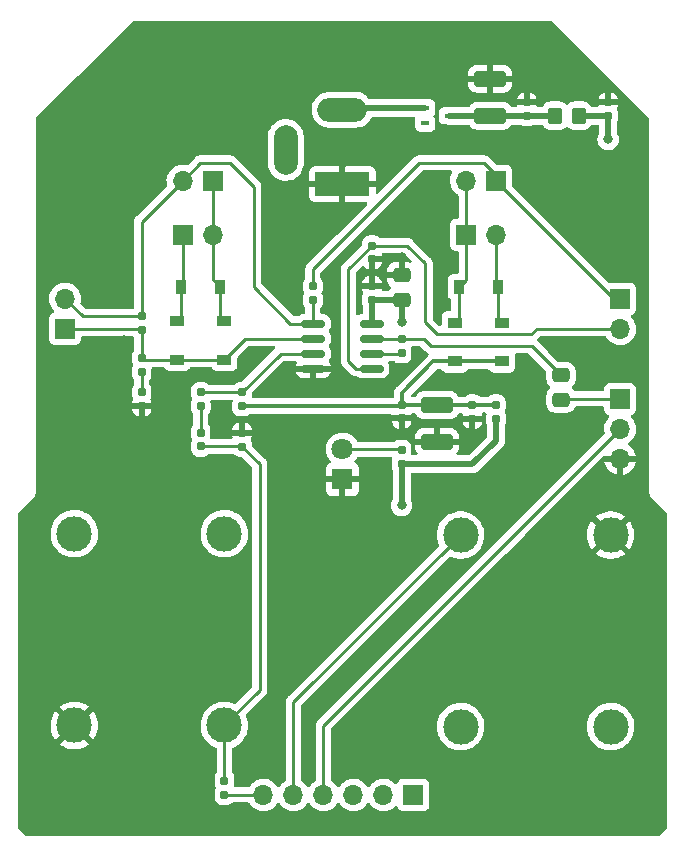
<source format=gbr>
%TF.GenerationSoftware,KiCad,Pcbnew,(6.0.7-1)-1*%
%TF.CreationDate,2022-12-18T15:37:26+01:00*%
%TF.ProjectId,overdrive,6f766572-6472-4697-9665-2e6b69636164,rev?*%
%TF.SameCoordinates,Original*%
%TF.FileFunction,Copper,L1,Top*%
%TF.FilePolarity,Positive*%
%FSLAX46Y46*%
G04 Gerber Fmt 4.6, Leading zero omitted, Abs format (unit mm)*
G04 Created by KiCad (PCBNEW (6.0.7-1)-1) date 2022-12-18 15:37:26*
%MOMM*%
%LPD*%
G01*
G04 APERTURE LIST*
G04 Aperture macros list*
%AMRoundRect*
0 Rectangle with rounded corners*
0 $1 Rounding radius*
0 $2 $3 $4 $5 $6 $7 $8 $9 X,Y pos of 4 corners*
0 Add a 4 corners polygon primitive as box body*
4,1,4,$2,$3,$4,$5,$6,$7,$8,$9,$2,$3,0*
0 Add four circle primitives for the rounded corners*
1,1,$1+$1,$2,$3*
1,1,$1+$1,$4,$5*
1,1,$1+$1,$6,$7*
1,1,$1+$1,$8,$9*
0 Add four rect primitives between the rounded corners*
20,1,$1+$1,$2,$3,$4,$5,0*
20,1,$1+$1,$4,$5,$6,$7,0*
20,1,$1+$1,$6,$7,$8,$9,0*
20,1,$1+$1,$8,$9,$2,$3,0*%
G04 Aperture macros list end*
%TA.AperFunction,SMDPad,CuDef*%
%ADD10R,0.900000X1.200000*%
%TD*%
%TA.AperFunction,ComponentPad*%
%ADD11R,1.700000X1.700000*%
%TD*%
%TA.AperFunction,ComponentPad*%
%ADD12O,1.700000X1.700000*%
%TD*%
%TA.AperFunction,SMDPad,CuDef*%
%ADD13RoundRect,0.160000X0.160000X-0.197500X0.160000X0.197500X-0.160000X0.197500X-0.160000X-0.197500X0*%
%TD*%
%TA.AperFunction,ComponentPad*%
%ADD14R,4.600000X2.000000*%
%TD*%
%TA.AperFunction,ComponentPad*%
%ADD15O,4.200000X2.000000*%
%TD*%
%TA.AperFunction,ComponentPad*%
%ADD16O,2.000000X4.200000*%
%TD*%
%TA.AperFunction,SMDPad,CuDef*%
%ADD17RoundRect,0.250000X1.100000X-0.412500X1.100000X0.412500X-1.100000X0.412500X-1.100000X-0.412500X0*%
%TD*%
%TA.AperFunction,SMDPad,CuDef*%
%ADD18R,1.200000X0.900000*%
%TD*%
%TA.AperFunction,SMDPad,CuDef*%
%ADD19RoundRect,0.160000X-0.160000X0.197500X-0.160000X-0.197500X0.160000X-0.197500X0.160000X0.197500X0*%
%TD*%
%TA.AperFunction,ComponentPad*%
%ADD20C,3.000000*%
%TD*%
%TA.AperFunction,SMDPad,CuDef*%
%ADD21RoundRect,0.155000X0.155000X-0.212500X0.155000X0.212500X-0.155000X0.212500X-0.155000X-0.212500X0*%
%TD*%
%TA.AperFunction,SMDPad,CuDef*%
%ADD22RoundRect,0.250000X-0.475000X0.337500X-0.475000X-0.337500X0.475000X-0.337500X0.475000X0.337500X0*%
%TD*%
%TA.AperFunction,SMDPad,CuDef*%
%ADD23RoundRect,0.250000X-0.350000X-0.450000X0.350000X-0.450000X0.350000X0.450000X-0.350000X0.450000X0*%
%TD*%
%TA.AperFunction,SMDPad,CuDef*%
%ADD24RoundRect,0.150000X-0.825000X-0.150000X0.825000X-0.150000X0.825000X0.150000X-0.825000X0.150000X0*%
%TD*%
%TA.AperFunction,SMDPad,CuDef*%
%ADD25R,0.700000X0.450000*%
%TD*%
%TA.AperFunction,ComponentPad*%
%ADD26R,1.800000X1.800000*%
%TD*%
%TA.AperFunction,ComponentPad*%
%ADD27C,1.800000*%
%TD*%
%TA.AperFunction,SMDPad,CuDef*%
%ADD28RoundRect,0.155000X-0.155000X0.212500X-0.155000X-0.212500X0.155000X-0.212500X0.155000X0.212500X0*%
%TD*%
%TA.AperFunction,SMDPad,CuDef*%
%ADD29RoundRect,0.250000X-1.100000X0.412500X-1.100000X-0.412500X1.100000X-0.412500X1.100000X0.412500X0*%
%TD*%
%TA.AperFunction,SMDPad,CuDef*%
%ADD30RoundRect,0.250000X0.475000X-0.337500X0.475000X0.337500X-0.475000X0.337500X-0.475000X-0.337500X0*%
%TD*%
%TA.AperFunction,ViaPad*%
%ADD31C,0.800000*%
%TD*%
%TA.AperFunction,Conductor*%
%ADD32C,0.250000*%
%TD*%
%TA.AperFunction,Conductor*%
%ADD33C,0.500000*%
%TD*%
%TA.AperFunction,Conductor*%
%ADD34C,0.300000*%
%TD*%
G04 APERTURE END LIST*
D10*
%TO.P,D4,1,K*%
%TO.N,Net-(D3-Pad2)*%
X67650000Y-73000000D03*
%TO.P,D4,2,A*%
%TO.N,Net-(D2-Pad1)*%
X64350000Y-73000000D03*
%TD*%
D11*
%TO.P,J6,1,Pin_1*%
%TO.N,Net-(J6-Pad1)*%
X91000000Y-64000000D03*
D12*
%TO.P,J6,2,Pin_2*%
%TO.N,Net-(D5-Pad1)*%
X88460000Y-64000000D03*
%TD*%
D13*
%TO.P,R6,1*%
%TO.N,VCC*%
X91000000Y-84160000D03*
%TO.P,R6,2*%
%TO.N,VREF*%
X91000000Y-82965000D03*
%TD*%
D14*
%TO.P,J2,1*%
%TO.N,GNDREF*%
X78000000Y-64300000D03*
D15*
%TO.P,J2,2*%
%TO.N,/VCC_IN*%
X78000000Y-58000000D03*
D16*
%TO.P,J2,3*%
%TO.N,N/C*%
X73200000Y-61400000D03*
%TD*%
D17*
%TO.P,C2,1*%
%TO.N,/VCC_D*%
X90500000Y-58500000D03*
%TO.P,C2,2*%
%TO.N,GNDREF*%
X90500000Y-55375000D03*
%TD*%
D18*
%TO.P,D2,1,K*%
%TO.N,Net-(D2-Pad1)*%
X64000000Y-75850000D03*
%TO.P,D2,2,A*%
%TO.N,Net-(C7-Pad1)*%
X64000000Y-79150000D03*
%TD*%
D19*
%TO.P,R1,1*%
%TO.N,GNDREF*%
X69500000Y-85322500D03*
%TO.P,R1,2*%
%TO.N,/VIN_JACK*%
X69500000Y-86517500D03*
%TD*%
%TO.P,R7,1*%
%TO.N,VREF*%
X89000000Y-82965000D03*
%TO.P,R7,2*%
%TO.N,GNDREF*%
X89000000Y-84160000D03*
%TD*%
D13*
%TO.P,R4,1*%
%TO.N,Net-(C3-Pad2)*%
X61000000Y-80195000D03*
%TO.P,R4,2*%
%TO.N,Net-(C7-Pad1)*%
X61000000Y-79000000D03*
%TD*%
D11*
%TO.P,J5,1,Pin_1*%
%TO.N,Net-(D3-Pad2)*%
X67000000Y-64000000D03*
D12*
%TO.P,J5,2,Pin_2*%
%TO.N,Net-(C7-Pad2)*%
X64460000Y-64000000D03*
%TD*%
D11*
%TO.P,J3,1,Pin_1*%
%TO.N,Net-(C7-Pad1)*%
X54500000Y-76540000D03*
D12*
%TO.P,J3,2,Pin_2*%
%TO.N,Net-(C7-Pad2)*%
X54500000Y-74000000D03*
%TD*%
D20*
%TO.P,J1,S*%
%TO.N,GNDREF*%
X55300000Y-110115000D03*
%TO.P,J1,SN*%
%TO.N,unconnected-(J1-PadSN)*%
X55300000Y-93885000D03*
%TO.P,J1,T*%
%TO.N,/VIN_JACK*%
X68000000Y-110115000D03*
%TO.P,J1,TN*%
%TO.N,unconnected-(J1-PadTN)*%
X68000000Y-93885000D03*
%TD*%
D21*
%TO.P,C7,1*%
%TO.N,Net-(C7-Pad1)*%
X61000000Y-76635000D03*
%TO.P,C7,2*%
%TO.N,Net-(C7-Pad2)*%
X61000000Y-75500000D03*
%TD*%
D11*
%TO.P,J11,1,Pin_1*%
%TO.N,/VCC_SWITCH*%
X84000000Y-116000000D03*
D12*
%TO.P,J11,2,Pin_2*%
%TO.N,VCC*%
X81460000Y-116000000D03*
%TO.P,J11,3,Pin_3*%
%TO.N,unconnected-(J11-Pad3)*%
X78920000Y-116000000D03*
%TO.P,J11,4,Pin_4*%
%TO.N,/VOUT*%
X76380000Y-116000000D03*
%TO.P,J11,5,Pin_5*%
%TO.N,/VOUT_JACK*%
X73840000Y-116000000D03*
%TO.P,J11,6,Pin_6*%
%TO.N,/VOUT_BYPASS*%
X71300000Y-116000000D03*
%TD*%
D21*
%TO.P,C1,1*%
%TO.N,/VIN_JACK*%
X66000000Y-86487500D03*
%TO.P,C1,2*%
%TO.N,Net-(C1-Pad2)*%
X66000000Y-85352500D03*
%TD*%
%TO.P,C3,1*%
%TO.N,GNDREF*%
X61000000Y-83067500D03*
%TO.P,C3,2*%
%TO.N,Net-(C3-Pad2)*%
X61000000Y-81932500D03*
%TD*%
D18*
%TO.P,D3,1,K*%
%TO.N,Net-(C7-Pad1)*%
X68000000Y-79150000D03*
%TO.P,D3,2,A*%
%TO.N,Net-(D3-Pad2)*%
X68000000Y-75850000D03*
%TD*%
D22*
%TO.P,C12,1*%
%TO.N,Net-(C12-Pad1)*%
X96500000Y-80462500D03*
%TO.P,C12,2*%
%TO.N,Net-(C12-Pad2)*%
X96500000Y-82537500D03*
%TD*%
D13*
%TO.P,R11,1*%
%TO.N,Net-(U1-Pad6)*%
X83000000Y-78597500D03*
%TO.P,R11,2*%
%TO.N,Net-(C12-Pad1)*%
X83000000Y-77402500D03*
%TD*%
D18*
%TO.P,D7,1,K*%
%TO.N,VREF*%
X87500000Y-79310000D03*
%TO.P,D7,2,A*%
%TO.N,Net-(D5-Pad1)*%
X87500000Y-76010000D03*
%TD*%
D13*
%TO.P,R2,1*%
%TO.N,Net-(C1-Pad2)*%
X66000000Y-83097500D03*
%TO.P,R2,2*%
%TO.N,Net-(R2-Pad2)*%
X66000000Y-81902500D03*
%TD*%
D23*
%TO.P,R5,1*%
%TO.N,/VCC_D*%
X96000000Y-58500000D03*
%TO.P,R5,2*%
%TO.N,/VCC_SWITCH*%
X98000000Y-58500000D03*
%TD*%
D21*
%TO.P,C8,1*%
%TO.N,VCC*%
X80500000Y-74067500D03*
%TO.P,C8,2*%
%TO.N,GNDREF*%
X80500000Y-72932500D03*
%TD*%
D13*
%TO.P,R3,1*%
%TO.N,VREF*%
X69500000Y-83097500D03*
%TO.P,R3,2*%
%TO.N,Net-(R2-Pad2)*%
X69500000Y-81902500D03*
%TD*%
D11*
%TO.P,J9,1,Pin_1*%
%TO.N,Net-(C12-Pad2)*%
X101500000Y-82475000D03*
D12*
%TO.P,J9,2,Pin_2*%
%TO.N,/VOUT*%
X101500000Y-85015000D03*
%TO.P,J9,3,Pin_3*%
%TO.N,GNDREF*%
X101500000Y-87555000D03*
%TD*%
D24*
%TO.P,U1,1*%
%TO.N,Net-(C7-Pad2)*%
X75525000Y-76095000D03*
%TO.P,U1,2,-*%
%TO.N,Net-(C7-Pad1)*%
X75525000Y-77365000D03*
%TO.P,U1,3,+*%
%TO.N,Net-(R2-Pad2)*%
X75525000Y-78635000D03*
%TO.P,U1,4,V-*%
%TO.N,GNDREF*%
X75525000Y-79905000D03*
%TO.P,U1,5,+*%
%TO.N,Net-(C11-Pad1)*%
X80475000Y-79905000D03*
%TO.P,U1,6,-*%
%TO.N,Net-(U1-Pad6)*%
X80475000Y-78635000D03*
%TO.P,U1,7*%
%TO.N,Net-(C12-Pad1)*%
X80475000Y-77365000D03*
%TO.P,U1,8,V+*%
%TO.N,VCC*%
X80475000Y-76095000D03*
%TD*%
D21*
%TO.P,C4,1*%
%TO.N,/VCC_D*%
X93600000Y-58500000D03*
%TO.P,C4,2*%
%TO.N,GNDREF*%
X93600000Y-57365000D03*
%TD*%
D11*
%TO.P,J7,1,Pin_1*%
%TO.N,Net-(D5-Pad1)*%
X88460000Y-68580000D03*
D12*
%TO.P,J7,2,Pin_2*%
%TO.N,Net-(D5-Pad2)*%
X91000000Y-68580000D03*
%TD*%
D25*
%TO.P,D1,1,A*%
%TO.N,/VCC_IN*%
X85000000Y-57850000D03*
%TO.P,D1,2,NC*%
%TO.N,unconnected-(D1-Pad2)*%
X85000000Y-59150000D03*
%TO.P,D1,3,K*%
%TO.N,/VCC_D*%
X87000000Y-58500000D03*
%TD*%
D20*
%TO.P,J10,S*%
%TO.N,GNDREF*%
X100700000Y-94000000D03*
%TO.P,J10,SN*%
%TO.N,unconnected-(J10-PadSN)*%
X100700000Y-110230000D03*
%TO.P,J10,T*%
%TO.N,/VOUT_JACK*%
X88000000Y-94000000D03*
%TO.P,J10,TN*%
%TO.N,unconnected-(J10-PadTN)*%
X88000000Y-110230000D03*
%TD*%
D13*
%TO.P,R8,1*%
%TO.N,Net-(C7-Pad2)*%
X75500000Y-74097500D03*
%TO.P,R8,2*%
%TO.N,Net-(J6-Pad1)*%
X75500000Y-72902500D03*
%TD*%
D18*
%TO.P,D6,1,K*%
%TO.N,Net-(D5-Pad2)*%
X91500000Y-76010000D03*
%TO.P,D6,2,A*%
%TO.N,VREF*%
X91500000Y-79310000D03*
%TD*%
D10*
%TO.P,D5,1,K*%
%TO.N,Net-(D5-Pad1)*%
X87850000Y-73000000D03*
%TO.P,D5,2,A*%
%TO.N,Net-(D5-Pad2)*%
X91150000Y-73000000D03*
%TD*%
D11*
%TO.P,J8,1,Pin_1*%
%TO.N,Net-(J6-Pad1)*%
X101500000Y-74000000D03*
D12*
%TO.P,J8,2,Pin_2*%
%TO.N,Net-(C11-Pad1)*%
X101500000Y-76540000D03*
%TD*%
D19*
%TO.P,R10,1*%
%TO.N,/VIN_JACK*%
X68000000Y-114805000D03*
%TO.P,R10,2*%
%TO.N,/VOUT_BYPASS*%
X68000000Y-116000000D03*
%TD*%
D26*
%TO.P,D8,1,K*%
%TO.N,GNDREF*%
X78000000Y-89275000D03*
D27*
%TO.P,D8,2,A*%
%TO.N,Net-(D8-Pad2)*%
X78000000Y-86735000D03*
%TD*%
D28*
%TO.P,C11,1*%
%TO.N,Net-(C11-Pad1)*%
X80500000Y-69500000D03*
%TO.P,C11,2*%
%TO.N,GNDREF*%
X80500000Y-70635000D03*
%TD*%
D29*
%TO.P,C9,1*%
%TO.N,VREF*%
X86000000Y-83000000D03*
%TO.P,C9,2*%
%TO.N,GNDREF*%
X86000000Y-86125000D03*
%TD*%
D30*
%TO.P,C6,1*%
%TO.N,VCC*%
X83000000Y-74075000D03*
%TO.P,C6,2*%
%TO.N,GNDREF*%
X83000000Y-72000000D03*
%TD*%
D21*
%TO.P,C5,1*%
%TO.N,/VCC_SWITCH*%
X100500000Y-58500000D03*
%TO.P,C5,2*%
%TO.N,GNDREF*%
X100500000Y-57365000D03*
%TD*%
D28*
%TO.P,C10,1*%
%TO.N,VREF*%
X83000000Y-82995000D03*
%TO.P,C10,2*%
%TO.N,GNDREF*%
X83000000Y-84130000D03*
%TD*%
D11*
%TO.P,J4,1,Pin_1*%
%TO.N,Net-(D2-Pad1)*%
X64460000Y-68580000D03*
D12*
%TO.P,J4,2,Pin_2*%
%TO.N,Net-(D3-Pad2)*%
X67000000Y-68580000D03*
%TD*%
D13*
%TO.P,R9,1*%
%TO.N,VCC*%
X83000000Y-88000000D03*
%TO.P,R9,2*%
%TO.N,Net-(D8-Pad2)*%
X83000000Y-86805000D03*
%TD*%
D31*
%TO.N,GNDREF*%
X88000000Y-103000000D03*
X75500000Y-81500000D03*
X61500000Y-97000000D03*
X61500000Y-86500000D03*
X67500000Y-103000000D03*
X99250000Y-56000000D03*
X95500000Y-60500000D03*
X91500000Y-90000000D03*
X95000000Y-52000000D03*
X61500000Y-108000000D03*
X59500000Y-77500000D03*
X53500000Y-68500000D03*
X53500000Y-103000000D03*
X69500000Y-60000000D03*
X53500000Y-117000000D03*
X93500000Y-79500000D03*
X102500000Y-117000000D03*
X77000000Y-72000000D03*
X61500000Y-117000000D03*
X95500000Y-86500000D03*
X84500000Y-79000000D03*
X94500000Y-97000000D03*
X86500000Y-74500000D03*
X98000000Y-78500000D03*
X62000000Y-60000000D03*
X86000000Y-81000000D03*
X80500000Y-71755000D03*
X78000000Y-97000000D03*
X83000000Y-70500000D03*
X58000000Y-55000000D03*
X85500000Y-66500000D03*
X78000000Y-52000000D03*
X102500000Y-103000000D03*
X68000000Y-90000000D03*
X73500000Y-80000000D03*
X71000000Y-113000000D03*
X102500000Y-69000000D03*
X59500000Y-74000000D03*
X70500000Y-79000000D03*
X93600000Y-55500000D03*
X102500000Y-60500000D03*
X88500000Y-86000000D03*
X53500000Y-82500000D03*
X79000000Y-111500000D03*
X78000000Y-55500000D03*
X53000000Y-60000000D03*
X94500000Y-117000000D03*
X74000000Y-74500000D03*
X74000000Y-68500000D03*
X68000000Y-84500000D03*
X94500000Y-108000000D03*
X53500000Y-90000000D03*
X87500000Y-55500000D03*
%TO.N,VCC*%
X83000000Y-91500000D03*
X83000000Y-76000000D03*
%TO.N,/VCC_SWITCH*%
X100500000Y-60500000D03*
%TD*%
D32*
%TO.N,Net-(C1-Pad2)*%
X66000000Y-83097500D02*
X66000000Y-85352500D01*
D33*
%TO.N,/VCC_D*%
X93600000Y-58500000D02*
X96000000Y-58500000D01*
X90500000Y-58500000D02*
X93600000Y-58500000D01*
X87000000Y-58500000D02*
X90500000Y-58500000D01*
D32*
%TO.N,Net-(C3-Pad2)*%
X61000000Y-80195000D02*
X61000000Y-81932500D01*
D33*
%TO.N,VCC*%
X89000000Y-88000000D02*
X91000000Y-86000000D01*
X83000000Y-74075000D02*
X80507500Y-74075000D01*
X91000000Y-86000000D02*
X91000000Y-84160000D01*
X80507500Y-74075000D02*
X80500000Y-74067500D01*
X83000000Y-88000000D02*
X83000000Y-91500000D01*
X80500000Y-74067500D02*
X80500000Y-76070000D01*
X80500000Y-76070000D02*
X80475000Y-76095000D01*
X83000000Y-88000000D02*
X89000000Y-88000000D01*
X83000000Y-76000000D02*
X83000000Y-74075000D01*
D32*
%TO.N,Net-(C7-Pad1)*%
X60905000Y-76540000D02*
X54500000Y-76540000D01*
X75525000Y-77365000D02*
X69785000Y-77365000D01*
X64000000Y-79150000D02*
X61150000Y-79150000D01*
X68000000Y-79150000D02*
X64000000Y-79150000D01*
X61000000Y-76635000D02*
X60905000Y-76540000D01*
X61000000Y-76635000D02*
X61000000Y-79000000D01*
X61150000Y-79150000D02*
X61000000Y-79000000D01*
X69785000Y-77365000D02*
X68000000Y-79150000D01*
%TO.N,Net-(C7-Pad2)*%
X68500000Y-62500000D02*
X70500000Y-64500000D01*
X64460000Y-64000000D02*
X65960000Y-62500000D01*
X70500000Y-73000000D02*
X73595000Y-76095000D01*
X75500000Y-74097500D02*
X75500000Y-76070000D01*
X56000000Y-75500000D02*
X54500000Y-74000000D01*
X61000000Y-75500000D02*
X56000000Y-75500000D01*
X64460000Y-64000000D02*
X61000000Y-67460000D01*
X70500000Y-64500000D02*
X70500000Y-73000000D01*
X65960000Y-62500000D02*
X68500000Y-62500000D01*
X61000000Y-67460000D02*
X61000000Y-75500000D01*
X73595000Y-76095000D02*
X75525000Y-76095000D01*
D34*
%TO.N,VREF*%
X86000000Y-83000000D02*
X88965000Y-83000000D01*
X83000000Y-82995000D02*
X85995000Y-82995000D01*
X69500000Y-83097500D02*
X82897500Y-83097500D01*
X91500000Y-79310000D02*
X87500000Y-79310000D01*
X83000000Y-82995000D02*
X83000000Y-82000000D01*
X89000000Y-82965000D02*
X91000000Y-82965000D01*
X85690000Y-79310000D02*
X87500000Y-79310000D01*
X83000000Y-82000000D02*
X85690000Y-79310000D01*
D32*
%TO.N,Net-(C11-Pad1)*%
X85000000Y-71000000D02*
X85000000Y-76000000D01*
X78500000Y-79250000D02*
X79155000Y-79905000D01*
X86000000Y-77000000D02*
X94000000Y-77000000D01*
X83500000Y-69500000D02*
X85000000Y-71000000D01*
X94460000Y-76540000D02*
X101500000Y-76540000D01*
X80500000Y-69500000D02*
X78500000Y-71500000D01*
X79155000Y-79905000D02*
X80475000Y-79905000D01*
X85000000Y-76000000D02*
X86000000Y-77000000D01*
X94000000Y-77000000D02*
X94460000Y-76540000D01*
X80500000Y-69500000D02*
X83500000Y-69500000D01*
X78500000Y-71500000D02*
X78500000Y-79250000D01*
%TO.N,Net-(C12-Pad1)*%
X85500000Y-78000000D02*
X84902500Y-77402500D01*
X96500000Y-80462500D02*
X94037500Y-78000000D01*
X84902500Y-77402500D02*
X83000000Y-77402500D01*
X94037500Y-78000000D02*
X85500000Y-78000000D01*
X80475000Y-77365000D02*
X82962500Y-77365000D01*
X82962500Y-77365000D02*
X83000000Y-77402500D01*
%TO.N,Net-(C12-Pad2)*%
X96562500Y-82475000D02*
X101500000Y-82475000D01*
X96500000Y-82537500D02*
X96562500Y-82475000D01*
%TO.N,Net-(D2-Pad1)*%
X64460000Y-68580000D02*
X64460000Y-72890000D01*
X64350000Y-75500000D02*
X64000000Y-75850000D01*
X64350000Y-73000000D02*
X64350000Y-75500000D01*
%TO.N,Net-(D3-Pad2)*%
X67000000Y-68580000D02*
X67000000Y-64000000D01*
X67650000Y-75500000D02*
X68000000Y-75850000D01*
X67000000Y-72350000D02*
X67650000Y-73000000D01*
X67000000Y-68580000D02*
X67000000Y-72350000D01*
X67650000Y-73000000D02*
X67650000Y-75500000D01*
%TO.N,Net-(D5-Pad1)*%
X87850000Y-75660000D02*
X87500000Y-76010000D01*
X88460000Y-68580000D02*
X88460000Y-72390000D01*
X88460000Y-64000000D02*
X88460000Y-68580000D01*
X88460000Y-72390000D02*
X87850000Y-73000000D01*
X87850000Y-73000000D02*
X87850000Y-75660000D01*
%TO.N,Net-(D5-Pad2)*%
X91000000Y-68580000D02*
X91000000Y-72850000D01*
X91150000Y-73000000D02*
X91150000Y-75660000D01*
X91150000Y-75660000D02*
X91500000Y-76010000D01*
%TO.N,Net-(J6-Pad1)*%
X75500000Y-72902500D02*
X75500000Y-71500000D01*
X90000000Y-62500000D02*
X84500000Y-62500000D01*
X91000000Y-64000000D02*
X101000000Y-74000000D01*
X101000000Y-74000000D02*
X101500000Y-74000000D01*
X91000000Y-63500000D02*
X90000000Y-62500000D01*
X75500000Y-71500000D02*
X84500000Y-62500000D01*
%TO.N,Net-(R2-Pad2)*%
X69500000Y-81902500D02*
X66000000Y-81902500D01*
X69500000Y-81902500D02*
X72767500Y-78635000D01*
X72767500Y-78635000D02*
X75525000Y-78635000D01*
%TO.N,/VIN_JACK*%
X71000000Y-107115000D02*
X71000000Y-88000000D01*
X68000000Y-110115000D02*
X71000000Y-107115000D01*
X68000000Y-114805000D02*
X68000000Y-110115000D01*
X66000000Y-86487500D02*
X69470000Y-86487500D01*
X71000000Y-88000000D02*
X69517500Y-86517500D01*
%TO.N,/VOUT*%
X101500000Y-85015000D02*
X76380000Y-110135000D01*
X102000000Y-85015000D02*
X100985000Y-85015000D01*
X76380000Y-110135000D02*
X76380000Y-110380000D01*
X76380000Y-110380000D02*
X76380000Y-116000000D01*
%TO.N,/VOUT_JACK*%
X73840000Y-108160000D02*
X73840000Y-116000000D01*
X88000000Y-94000000D02*
X73840000Y-108160000D01*
%TO.N,/VOUT_BYPASS*%
X68000000Y-116000000D02*
X71300000Y-116000000D01*
D33*
%TO.N,/VCC_IN*%
X85000000Y-57850000D02*
X78150000Y-57850000D01*
X78150000Y-57850000D02*
X78000000Y-58000000D01*
D32*
%TO.N,Net-(D8-Pad2)*%
X82930000Y-86735000D02*
X78000000Y-86735000D01*
D33*
%TO.N,/VCC_SWITCH*%
X98000000Y-58500000D02*
X100500000Y-58500000D01*
X100500000Y-58500000D02*
X100500000Y-60500000D01*
D32*
%TO.N,Net-(U1-Pad6)*%
X82962500Y-78635000D02*
X83000000Y-78597500D01*
X80475000Y-78635000D02*
X82962500Y-78635000D01*
%TD*%
%TA.AperFunction,Conductor*%
%TO.N,GNDREF*%
G36*
X95805304Y-50528502D02*
G01*
X95826278Y-50545405D01*
X103954595Y-58673722D01*
X103988621Y-58736034D01*
X103991500Y-58762817D01*
X103991500Y-90428928D01*
X103990145Y-90441058D01*
X103990627Y-90441097D01*
X103989907Y-90450044D01*
X103987926Y-90458800D01*
X103988482Y-90467760D01*
X103991258Y-90512508D01*
X103991500Y-90520310D01*
X103991500Y-90536513D01*
X103992136Y-90540953D01*
X103992984Y-90546878D01*
X103994013Y-90556928D01*
X103994397Y-90563111D01*
X103996945Y-90604177D01*
X103999994Y-90612623D01*
X104000593Y-90615514D01*
X104004822Y-90632480D01*
X104005648Y-90635305D01*
X104006920Y-90644187D01*
X104026522Y-90687298D01*
X104030327Y-90696647D01*
X104046404Y-90741181D01*
X104051699Y-90748429D01*
X104053080Y-90751027D01*
X104061915Y-90766145D01*
X104063494Y-90768614D01*
X104067208Y-90776782D01*
X104098115Y-90812652D01*
X104104401Y-90820569D01*
X104109548Y-90827615D01*
X104109553Y-90827620D01*
X104112425Y-90831552D01*
X104123400Y-90842527D01*
X104129758Y-90849374D01*
X104162287Y-90887127D01*
X104169822Y-90892011D01*
X104176066Y-90897458D01*
X104187931Y-90907058D01*
X105454595Y-92173722D01*
X105488621Y-92236034D01*
X105491500Y-92262817D01*
X105491500Y-118737183D01*
X105471498Y-118805304D01*
X105454595Y-118826278D01*
X104826278Y-119454595D01*
X104763966Y-119488621D01*
X104737183Y-119491500D01*
X51262817Y-119491500D01*
X51194696Y-119471498D01*
X51173722Y-119454595D01*
X50545405Y-118826278D01*
X50511379Y-118763966D01*
X50508500Y-118737183D01*
X50508500Y-111704654D01*
X54075618Y-111704654D01*
X54082673Y-111714627D01*
X54113679Y-111740551D01*
X54120598Y-111745579D01*
X54345272Y-111886515D01*
X54352807Y-111890556D01*
X54594520Y-111999694D01*
X54602551Y-112002680D01*
X54856832Y-112078002D01*
X54865184Y-112079869D01*
X55127340Y-112119984D01*
X55135874Y-112120700D01*
X55401045Y-112124867D01*
X55409596Y-112124418D01*
X55672883Y-112092557D01*
X55681284Y-112090955D01*
X55937824Y-112023653D01*
X55945926Y-112020926D01*
X56190949Y-111919434D01*
X56198617Y-111915628D01*
X56427598Y-111781822D01*
X56434679Y-111777009D01*
X56514655Y-111714301D01*
X56523125Y-111702442D01*
X56516608Y-111690818D01*
X55312812Y-110487022D01*
X55298868Y-110479408D01*
X55297035Y-110479539D01*
X55290420Y-110483790D01*
X54082910Y-111691300D01*
X54075618Y-111704654D01*
X50508500Y-111704654D01*
X50508500Y-110098204D01*
X53287665Y-110098204D01*
X53302932Y-110362969D01*
X53304005Y-110371470D01*
X53355065Y-110631722D01*
X53357276Y-110639974D01*
X53443184Y-110890894D01*
X53446499Y-110898779D01*
X53565664Y-111135713D01*
X53570020Y-111143079D01*
X53699347Y-111331250D01*
X53709601Y-111339594D01*
X53723342Y-111332448D01*
X54927978Y-110127812D01*
X54934356Y-110116132D01*
X55664408Y-110116132D01*
X55664539Y-110117965D01*
X55668790Y-110124580D01*
X56875730Y-111331520D01*
X56887939Y-111338187D01*
X56899439Y-111329497D01*
X56996831Y-111196913D01*
X57001418Y-111189685D01*
X57127962Y-110956621D01*
X57131530Y-110948827D01*
X57225271Y-110700750D01*
X57227748Y-110692544D01*
X57286954Y-110434038D01*
X57288294Y-110425577D01*
X57312031Y-110159616D01*
X57312277Y-110154677D01*
X57312666Y-110117485D01*
X57312523Y-110112519D01*
X57294362Y-109846123D01*
X57293201Y-109837649D01*
X57239419Y-109577944D01*
X57237120Y-109569709D01*
X57148588Y-109319705D01*
X57145191Y-109311854D01*
X57023550Y-109076178D01*
X57019122Y-109068866D01*
X56900031Y-108899417D01*
X56889509Y-108891037D01*
X56876121Y-108898089D01*
X55672022Y-110102188D01*
X55664408Y-110116132D01*
X54934356Y-110116132D01*
X54935592Y-110113868D01*
X54935461Y-110112035D01*
X54931210Y-110105420D01*
X53723814Y-108898024D01*
X53711804Y-108891466D01*
X53700064Y-108900434D01*
X53591935Y-109050911D01*
X53587418Y-109058196D01*
X53463325Y-109292567D01*
X53459839Y-109300395D01*
X53368700Y-109549446D01*
X53366311Y-109557670D01*
X53309812Y-109816795D01*
X53308563Y-109825250D01*
X53287754Y-110089653D01*
X53287665Y-110098204D01*
X50508500Y-110098204D01*
X50508500Y-108527500D01*
X54076584Y-108527500D01*
X54082980Y-108538770D01*
X55287188Y-109742978D01*
X55301132Y-109750592D01*
X55302965Y-109750461D01*
X55309580Y-109746210D01*
X56516604Y-108539186D01*
X56523795Y-108526017D01*
X56516473Y-108515780D01*
X56469233Y-108477115D01*
X56462261Y-108472160D01*
X56236122Y-108333582D01*
X56228552Y-108329624D01*
X55985704Y-108223022D01*
X55977644Y-108220120D01*
X55722592Y-108147467D01*
X55714214Y-108145685D01*
X55451656Y-108108318D01*
X55443111Y-108107691D01*
X55177908Y-108106302D01*
X55169374Y-108106839D01*
X54906433Y-108141456D01*
X54898035Y-108143149D01*
X54642238Y-108213127D01*
X54634143Y-108215946D01*
X54390199Y-108319997D01*
X54382577Y-108323881D01*
X54155013Y-108460075D01*
X54147981Y-108464962D01*
X54085053Y-108515377D01*
X54076584Y-108527500D01*
X50508500Y-108527500D01*
X50508500Y-93863918D01*
X53286917Y-93863918D01*
X53302682Y-94137320D01*
X53303507Y-94141525D01*
X53303508Y-94141533D01*
X53333917Y-94296526D01*
X53355405Y-94406053D01*
X53356792Y-94410103D01*
X53356793Y-94410108D01*
X53414169Y-94577689D01*
X53444112Y-94665144D01*
X53446039Y-94668975D01*
X53521226Y-94818468D01*
X53567160Y-94909799D01*
X53569586Y-94913328D01*
X53569589Y-94913334D01*
X53680669Y-95074955D01*
X53722274Y-95135490D01*
X53725161Y-95138663D01*
X53725162Y-95138664D01*
X53796005Y-95216520D01*
X53906582Y-95338043D01*
X54116675Y-95513707D01*
X54120316Y-95515991D01*
X54345024Y-95656951D01*
X54345028Y-95656953D01*
X54348664Y-95659234D01*
X54416544Y-95689883D01*
X54594345Y-95770164D01*
X54594349Y-95770166D01*
X54598257Y-95771930D01*
X54661393Y-95790632D01*
X54856723Y-95848491D01*
X54856727Y-95848492D01*
X54860836Y-95849709D01*
X54865070Y-95850357D01*
X54865075Y-95850358D01*
X55127298Y-95890483D01*
X55127300Y-95890483D01*
X55131540Y-95891132D01*
X55270912Y-95893322D01*
X55401071Y-95895367D01*
X55401077Y-95895367D01*
X55405362Y-95895434D01*
X55677235Y-95862534D01*
X55942127Y-95793041D01*
X55946087Y-95791401D01*
X55946092Y-95791399D01*
X56068632Y-95740641D01*
X56195136Y-95688241D01*
X56346781Y-95599627D01*
X56427879Y-95552237D01*
X56427880Y-95552236D01*
X56431582Y-95550073D01*
X56647089Y-95381094D01*
X56688809Y-95338043D01*
X56805673Y-95217448D01*
X56837669Y-95184431D01*
X56840202Y-95180983D01*
X56840206Y-95180978D01*
X56997257Y-94967178D01*
X56999795Y-94963723D01*
X57027154Y-94913334D01*
X57128418Y-94726830D01*
X57128419Y-94726828D01*
X57130468Y-94723054D01*
X57185452Y-94577544D01*
X57225751Y-94470895D01*
X57225752Y-94470891D01*
X57227269Y-94466877D01*
X57261110Y-94319117D01*
X57287449Y-94204117D01*
X57287450Y-94204113D01*
X57288407Y-94199933D01*
X57302710Y-94039677D01*
X57312531Y-93929627D01*
X57312531Y-93929625D01*
X57312751Y-93927161D01*
X57313193Y-93885000D01*
X57311756Y-93863918D01*
X65986917Y-93863918D01*
X66002682Y-94137320D01*
X66003507Y-94141525D01*
X66003508Y-94141533D01*
X66033917Y-94296526D01*
X66055405Y-94406053D01*
X66056792Y-94410103D01*
X66056793Y-94410108D01*
X66114169Y-94577689D01*
X66144112Y-94665144D01*
X66146039Y-94668975D01*
X66221226Y-94818468D01*
X66267160Y-94909799D01*
X66269586Y-94913328D01*
X66269589Y-94913334D01*
X66380669Y-95074955D01*
X66422274Y-95135490D01*
X66425161Y-95138663D01*
X66425162Y-95138664D01*
X66496005Y-95216520D01*
X66606582Y-95338043D01*
X66816675Y-95513707D01*
X66820316Y-95515991D01*
X67045024Y-95656951D01*
X67045028Y-95656953D01*
X67048664Y-95659234D01*
X67116544Y-95689883D01*
X67294345Y-95770164D01*
X67294349Y-95770166D01*
X67298257Y-95771930D01*
X67361393Y-95790632D01*
X67556723Y-95848491D01*
X67556727Y-95848492D01*
X67560836Y-95849709D01*
X67565070Y-95850357D01*
X67565075Y-95850358D01*
X67827298Y-95890483D01*
X67827300Y-95890483D01*
X67831540Y-95891132D01*
X67970912Y-95893322D01*
X68101071Y-95895367D01*
X68101077Y-95895367D01*
X68105362Y-95895434D01*
X68377235Y-95862534D01*
X68642127Y-95793041D01*
X68646087Y-95791401D01*
X68646092Y-95791399D01*
X68768632Y-95740641D01*
X68895136Y-95688241D01*
X69046781Y-95599627D01*
X69127879Y-95552237D01*
X69127880Y-95552236D01*
X69131582Y-95550073D01*
X69347089Y-95381094D01*
X69388809Y-95338043D01*
X69505673Y-95217448D01*
X69537669Y-95184431D01*
X69540202Y-95180983D01*
X69540206Y-95180978D01*
X69697257Y-94967178D01*
X69699795Y-94963723D01*
X69727154Y-94913334D01*
X69828418Y-94726830D01*
X69828419Y-94726828D01*
X69830468Y-94723054D01*
X69885452Y-94577544D01*
X69925751Y-94470895D01*
X69925752Y-94470891D01*
X69927269Y-94466877D01*
X69961110Y-94319117D01*
X69987449Y-94204117D01*
X69987450Y-94204113D01*
X69988407Y-94199933D01*
X70002710Y-94039677D01*
X70012531Y-93929627D01*
X70012531Y-93929625D01*
X70012751Y-93927161D01*
X70013193Y-93885000D01*
X70002703Y-93731123D01*
X69994859Y-93616055D01*
X69994858Y-93616049D01*
X69994567Y-93611778D01*
X69939032Y-93343612D01*
X69847617Y-93085465D01*
X69722013Y-92842112D01*
X69712040Y-92827921D01*
X69567008Y-92621562D01*
X69564545Y-92618057D01*
X69487910Y-92535588D01*
X69381046Y-92420588D01*
X69381043Y-92420585D01*
X69378125Y-92417445D01*
X69374810Y-92414731D01*
X69374806Y-92414728D01*
X69169523Y-92246706D01*
X69166205Y-92243990D01*
X69001847Y-92143272D01*
X68936366Y-92103145D01*
X68936365Y-92103145D01*
X68932704Y-92100901D01*
X68928768Y-92099173D01*
X68685873Y-91992549D01*
X68685869Y-91992548D01*
X68681945Y-91990825D01*
X68418566Y-91915800D01*
X68414324Y-91915196D01*
X68414318Y-91915195D01*
X68213834Y-91886662D01*
X68147443Y-91877213D01*
X68003589Y-91876460D01*
X67877877Y-91875802D01*
X67877871Y-91875802D01*
X67873591Y-91875780D01*
X67869347Y-91876339D01*
X67869343Y-91876339D01*
X67750302Y-91892011D01*
X67602078Y-91911525D01*
X67597938Y-91912658D01*
X67597936Y-91912658D01*
X67525008Y-91932609D01*
X67337928Y-91983788D01*
X67333980Y-91985472D01*
X67089982Y-92089546D01*
X67089978Y-92089548D01*
X67086030Y-92091232D01*
X67057976Y-92108022D01*
X66854725Y-92229664D01*
X66854721Y-92229667D01*
X66851043Y-92231868D01*
X66637318Y-92403094D01*
X66448808Y-92601742D01*
X66289002Y-92824136D01*
X66160857Y-93066161D01*
X66159385Y-93070184D01*
X66159383Y-93070188D01*
X66068214Y-93319317D01*
X66066743Y-93323337D01*
X66008404Y-93590907D01*
X65986917Y-93863918D01*
X57311756Y-93863918D01*
X57302703Y-93731123D01*
X57294859Y-93616055D01*
X57294858Y-93616049D01*
X57294567Y-93611778D01*
X57239032Y-93343612D01*
X57147617Y-93085465D01*
X57022013Y-92842112D01*
X57012040Y-92827921D01*
X56867008Y-92621562D01*
X56864545Y-92618057D01*
X56787910Y-92535588D01*
X56681046Y-92420588D01*
X56681043Y-92420585D01*
X56678125Y-92417445D01*
X56674810Y-92414731D01*
X56674806Y-92414728D01*
X56469523Y-92246706D01*
X56466205Y-92243990D01*
X56301847Y-92143272D01*
X56236366Y-92103145D01*
X56236365Y-92103145D01*
X56232704Y-92100901D01*
X56228768Y-92099173D01*
X55985873Y-91992549D01*
X55985869Y-91992548D01*
X55981945Y-91990825D01*
X55718566Y-91915800D01*
X55714324Y-91915196D01*
X55714318Y-91915195D01*
X55513834Y-91886662D01*
X55447443Y-91877213D01*
X55303589Y-91876460D01*
X55177877Y-91875802D01*
X55177871Y-91875802D01*
X55173591Y-91875780D01*
X55169347Y-91876339D01*
X55169343Y-91876339D01*
X55050302Y-91892011D01*
X54902078Y-91911525D01*
X54897938Y-91912658D01*
X54897936Y-91912658D01*
X54825008Y-91932609D01*
X54637928Y-91983788D01*
X54633980Y-91985472D01*
X54389982Y-92089546D01*
X54389978Y-92089548D01*
X54386030Y-92091232D01*
X54357976Y-92108022D01*
X54154725Y-92229664D01*
X54154721Y-92229667D01*
X54151043Y-92231868D01*
X53937318Y-92403094D01*
X53748808Y-92601742D01*
X53589002Y-92824136D01*
X53460857Y-93066161D01*
X53459385Y-93070184D01*
X53459383Y-93070188D01*
X53368214Y-93319317D01*
X53366743Y-93323337D01*
X53308404Y-93590907D01*
X53286917Y-93863918D01*
X50508500Y-93863918D01*
X50508500Y-92262817D01*
X50528502Y-92194696D01*
X50545405Y-92173722D01*
X51809304Y-90909823D01*
X51818844Y-90902200D01*
X51818530Y-90901832D01*
X51825366Y-90896014D01*
X51832958Y-90891224D01*
X51868593Y-90850875D01*
X51873939Y-90845188D01*
X51885382Y-90833745D01*
X51891659Y-90825370D01*
X51898033Y-90817541D01*
X51929378Y-90782049D01*
X51933192Y-90773926D01*
X51934826Y-90771438D01*
X51943814Y-90756477D01*
X51945230Y-90753891D01*
X51950616Y-90746705D01*
X51967244Y-90702350D01*
X51971164Y-90693048D01*
X51971706Y-90691893D01*
X51991281Y-90650200D01*
X51992662Y-90641334D01*
X51993518Y-90638533D01*
X51997962Y-90621596D01*
X51998595Y-90618716D01*
X52001744Y-90610316D01*
X52005252Y-90563111D01*
X52006406Y-90553063D01*
X52007750Y-90544429D01*
X52008500Y-90539614D01*
X52008500Y-90524077D01*
X52008847Y-90514739D01*
X52011874Y-90474010D01*
X52011874Y-90474009D01*
X52012539Y-90465059D01*
X52010666Y-90456284D01*
X52010103Y-90448027D01*
X52008500Y-90432838D01*
X52008500Y-83334186D01*
X60182187Y-83334186D01*
X60182266Y-83335888D01*
X60187702Y-83395046D01*
X60190315Y-83408096D01*
X60234029Y-83547589D01*
X60240235Y-83561334D01*
X60315496Y-83685604D01*
X60324803Y-83697473D01*
X60427527Y-83800197D01*
X60439396Y-83809504D01*
X60563666Y-83884765D01*
X60577411Y-83890971D01*
X60716912Y-83934687D01*
X60728503Y-83937009D01*
X60742835Y-83934194D01*
X60746000Y-83922298D01*
X60746000Y-83920658D01*
X61254000Y-83920658D01*
X61258271Y-83935203D01*
X61270302Y-83937248D01*
X61283088Y-83934687D01*
X61422589Y-83890971D01*
X61436334Y-83884765D01*
X61560604Y-83809504D01*
X61572473Y-83800197D01*
X61675197Y-83697473D01*
X61684504Y-83685604D01*
X61759765Y-83561334D01*
X61765971Y-83547589D01*
X61809685Y-83408096D01*
X61812298Y-83395046D01*
X61817537Y-83338038D01*
X61813525Y-83324376D01*
X61812135Y-83323171D01*
X61804452Y-83321500D01*
X61272115Y-83321500D01*
X61256876Y-83325975D01*
X61255671Y-83327365D01*
X61254000Y-83335048D01*
X61254000Y-83920658D01*
X60746000Y-83920658D01*
X60746000Y-83339615D01*
X60741525Y-83324376D01*
X60740135Y-83323171D01*
X60732452Y-83321500D01*
X60200115Y-83321500D01*
X60184876Y-83325975D01*
X60183671Y-83327365D01*
X60182187Y-83334186D01*
X52008500Y-83334186D01*
X52008500Y-73966695D01*
X53137251Y-73966695D01*
X53137548Y-73971848D01*
X53137548Y-73971851D01*
X53144832Y-74098175D01*
X53150110Y-74189715D01*
X53151247Y-74194761D01*
X53151248Y-74194767D01*
X53171119Y-74282939D01*
X53199222Y-74407639D01*
X53283266Y-74614616D01*
X53285965Y-74619020D01*
X53375728Y-74765500D01*
X53399987Y-74805088D01*
X53546250Y-74973938D01*
X53552095Y-74978791D01*
X53554981Y-74981187D01*
X53594616Y-75040090D01*
X53596113Y-75111071D01*
X53558997Y-75171593D01*
X53518725Y-75196112D01*
X53458627Y-75218642D01*
X53403295Y-75239385D01*
X53286739Y-75326739D01*
X53199385Y-75443295D01*
X53148255Y-75579684D01*
X53141500Y-75641866D01*
X53141500Y-77438134D01*
X53148255Y-77500316D01*
X53199385Y-77636705D01*
X53286739Y-77753261D01*
X53403295Y-77840615D01*
X53539684Y-77891745D01*
X53601866Y-77898500D01*
X55398134Y-77898500D01*
X55460316Y-77891745D01*
X55596705Y-77840615D01*
X55713261Y-77753261D01*
X55800615Y-77636705D01*
X55851745Y-77500316D01*
X55858500Y-77438134D01*
X55858500Y-77299500D01*
X55878502Y-77231379D01*
X55932158Y-77184886D01*
X55984500Y-77173500D01*
X60195704Y-77173500D01*
X60263825Y-77193502D01*
X60303479Y-77234227D01*
X60315097Y-77253409D01*
X60319034Y-77259910D01*
X60329595Y-77270471D01*
X60363621Y-77332783D01*
X60366500Y-77359566D01*
X60366500Y-78278362D01*
X60346498Y-78346483D01*
X60329595Y-78367457D01*
X60310070Y-78386982D01*
X60226252Y-78525382D01*
X60223981Y-78532629D01*
X60223980Y-78532631D01*
X60213157Y-78567167D01*
X60177866Y-78679781D01*
X60171500Y-78749063D01*
X60171501Y-79250936D01*
X60171764Y-79253795D01*
X60171764Y-79253803D01*
X60173252Y-79270000D01*
X60177866Y-79320219D01*
X60179865Y-79326597D01*
X60179865Y-79326598D01*
X60220965Y-79457746D01*
X60226252Y-79474618D01*
X60230186Y-79481114D01*
X60230187Y-79481116D01*
X60261142Y-79532229D01*
X60279321Y-79600859D01*
X60261142Y-79662771D01*
X60237106Y-79702460D01*
X60226252Y-79720382D01*
X60177866Y-79874781D01*
X60171500Y-79944063D01*
X60171501Y-80445936D01*
X60171764Y-80448795D01*
X60171764Y-80448803D01*
X60171852Y-80449758D01*
X60177866Y-80515219D01*
X60179865Y-80521597D01*
X60179865Y-80521598D01*
X60223272Y-80660108D01*
X60226252Y-80669618D01*
X60310070Y-80808018D01*
X60329595Y-80827543D01*
X60363621Y-80889855D01*
X60366500Y-80916638D01*
X60366500Y-81207934D01*
X60346498Y-81276055D01*
X60329595Y-81297029D01*
X60319034Y-81307590D01*
X60235843Y-81444955D01*
X60233572Y-81452202D01*
X60233571Y-81452204D01*
X60223502Y-81484335D01*
X60187819Y-81598199D01*
X60181500Y-81666968D01*
X60181500Y-82198032D01*
X60187819Y-82266801D01*
X60235843Y-82420045D01*
X60239779Y-82426544D01*
X60245027Y-82435210D01*
X60263207Y-82503839D01*
X60245026Y-82565757D01*
X60240234Y-82573669D01*
X60234029Y-82587411D01*
X60190315Y-82726904D01*
X60187702Y-82739954D01*
X60182463Y-82796962D01*
X60186475Y-82810624D01*
X60187865Y-82811829D01*
X60195548Y-82813500D01*
X61799885Y-82813500D01*
X61815124Y-82809025D01*
X61816329Y-82807635D01*
X61817813Y-82800814D01*
X61817734Y-82799112D01*
X61812298Y-82739954D01*
X61809685Y-82726904D01*
X61765971Y-82587411D01*
X61759766Y-82573669D01*
X61754974Y-82565757D01*
X61736793Y-82497128D01*
X61754973Y-82435210D01*
X61760221Y-82426544D01*
X61764157Y-82420045D01*
X61812181Y-82266801D01*
X61818500Y-82198032D01*
X61818500Y-81666968D01*
X61812181Y-81598199D01*
X61776498Y-81484335D01*
X61766429Y-81452204D01*
X61766428Y-81452202D01*
X61764157Y-81444955D01*
X61680966Y-81307590D01*
X61670405Y-81297029D01*
X61636379Y-81234717D01*
X61633500Y-81207934D01*
X61633500Y-80916638D01*
X61653502Y-80848517D01*
X61670405Y-80827543D01*
X61689930Y-80808018D01*
X61773748Y-80669618D01*
X61776729Y-80660108D01*
X61813359Y-80543220D01*
X61822134Y-80515219D01*
X61828500Y-80445937D01*
X61828499Y-79944064D01*
X61827855Y-79937054D01*
X61826383Y-79921025D01*
X61840071Y-79851360D01*
X61889249Y-79800154D01*
X61951855Y-79783500D01*
X62841567Y-79783500D01*
X62909688Y-79803502D01*
X62949000Y-79845678D01*
X62949385Y-79846705D01*
X63036739Y-79963261D01*
X63153295Y-80050615D01*
X63289684Y-80101745D01*
X63351866Y-80108500D01*
X64648134Y-80108500D01*
X64710316Y-80101745D01*
X64846705Y-80050615D01*
X64963261Y-79963261D01*
X65050615Y-79846705D01*
X65050861Y-79846049D01*
X65098175Y-79798843D01*
X65158433Y-79783500D01*
X66841567Y-79783500D01*
X66909688Y-79803502D01*
X66949000Y-79845678D01*
X66949385Y-79846705D01*
X67036739Y-79963261D01*
X67153295Y-80050615D01*
X67289684Y-80101745D01*
X67351866Y-80108500D01*
X68648134Y-80108500D01*
X68710316Y-80101745D01*
X68846705Y-80050615D01*
X68963261Y-79963261D01*
X69050615Y-79846705D01*
X69101745Y-79710316D01*
X69108500Y-79648134D01*
X69108500Y-78989594D01*
X69128502Y-78921473D01*
X69145405Y-78900499D01*
X70010499Y-78035405D01*
X70072811Y-78001379D01*
X70099594Y-77998500D01*
X72203906Y-77998500D01*
X72272027Y-78018502D01*
X72318520Y-78072158D01*
X72328624Y-78142432D01*
X72299130Y-78207012D01*
X72293001Y-78213595D01*
X69507000Y-80999596D01*
X69444688Y-81033622D01*
X69417905Y-81036501D01*
X69286564Y-81036501D01*
X69283705Y-81036764D01*
X69283697Y-81036764D01*
X69249924Y-81039867D01*
X69217281Y-81042866D01*
X69210903Y-81044865D01*
X69210902Y-81044865D01*
X69070131Y-81088980D01*
X69070129Y-81088981D01*
X69062882Y-81091252D01*
X68924482Y-81175070D01*
X68867457Y-81232095D01*
X68805145Y-81266121D01*
X68778362Y-81269000D01*
X66721638Y-81269000D01*
X66653517Y-81248998D01*
X66632543Y-81232095D01*
X66575518Y-81175070D01*
X66437118Y-81091252D01*
X66429871Y-81088981D01*
X66429869Y-81088980D01*
X66367715Y-81069502D01*
X66282719Y-81042866D01*
X66213437Y-81036500D01*
X66210539Y-81036500D01*
X65999447Y-81036501D01*
X65786564Y-81036501D01*
X65783705Y-81036764D01*
X65783697Y-81036764D01*
X65749924Y-81039867D01*
X65717281Y-81042866D01*
X65710903Y-81044865D01*
X65710902Y-81044865D01*
X65570131Y-81088980D01*
X65570129Y-81088981D01*
X65562882Y-81091252D01*
X65424482Y-81175070D01*
X65310070Y-81289482D01*
X65226252Y-81427882D01*
X65223981Y-81435129D01*
X65223980Y-81435131D01*
X65208990Y-81482964D01*
X65177866Y-81582281D01*
X65171500Y-81651563D01*
X65171501Y-82153436D01*
X65171764Y-82156295D01*
X65171764Y-82156303D01*
X65174867Y-82190076D01*
X65177866Y-82222719D01*
X65179865Y-82229097D01*
X65179865Y-82229098D01*
X65222562Y-82365342D01*
X65226252Y-82377118D01*
X65230186Y-82383614D01*
X65230187Y-82383616D01*
X65261142Y-82434729D01*
X65279321Y-82503359D01*
X65261142Y-82565271D01*
X65230187Y-82616384D01*
X65226252Y-82622882D01*
X65223981Y-82630129D01*
X65223980Y-82630131D01*
X65204502Y-82692285D01*
X65177866Y-82777281D01*
X65171500Y-82846563D01*
X65171501Y-83348436D01*
X65171764Y-83351295D01*
X65171764Y-83351303D01*
X65172060Y-83354521D01*
X65177866Y-83417719D01*
X65179865Y-83424097D01*
X65179865Y-83424098D01*
X65223488Y-83563297D01*
X65226252Y-83572118D01*
X65310070Y-83710518D01*
X65329595Y-83730043D01*
X65363621Y-83792355D01*
X65366500Y-83819138D01*
X65366500Y-84627934D01*
X65346498Y-84696055D01*
X65329595Y-84717029D01*
X65319034Y-84727590D01*
X65235843Y-84864955D01*
X65187819Y-85018199D01*
X65181500Y-85086968D01*
X65181500Y-85618032D01*
X65187819Y-85686801D01*
X65195853Y-85712438D01*
X65220054Y-85789661D01*
X65235843Y-85840045D01*
X65244737Y-85854730D01*
X65262915Y-85923358D01*
X65244737Y-85985270D01*
X65235843Y-85999955D01*
X65187819Y-86153199D01*
X65181500Y-86221968D01*
X65181500Y-86753032D01*
X65187819Y-86821801D01*
X65235843Y-86975045D01*
X65319034Y-87112410D01*
X65432590Y-87225966D01*
X65569955Y-87309157D01*
X65577202Y-87311428D01*
X65577204Y-87311429D01*
X65619913Y-87324813D01*
X65723199Y-87357181D01*
X65791968Y-87363500D01*
X66208032Y-87363500D01*
X66276801Y-87357181D01*
X66380087Y-87324813D01*
X66422796Y-87311429D01*
X66422798Y-87311428D01*
X66430045Y-87309157D01*
X66567410Y-87225966D01*
X66635471Y-87157905D01*
X66697783Y-87123879D01*
X66724566Y-87121000D01*
X68748362Y-87121000D01*
X68816483Y-87141002D01*
X68837457Y-87157905D01*
X68924482Y-87244930D01*
X69062882Y-87328748D01*
X69070129Y-87331019D01*
X69070131Y-87331020D01*
X69132285Y-87350498D01*
X69217281Y-87377134D01*
X69286563Y-87383500D01*
X69435406Y-87383500D01*
X69503527Y-87403502D01*
X69524501Y-87420405D01*
X70329595Y-88225499D01*
X70363621Y-88287811D01*
X70366500Y-88314594D01*
X70366500Y-106800406D01*
X70346498Y-106868527D01*
X70329595Y-106889501D01*
X68962663Y-108256432D01*
X68900351Y-108290458D01*
X68822922Y-108282710D01*
X68685873Y-108222549D01*
X68685869Y-108222548D01*
X68681945Y-108220825D01*
X68418566Y-108145800D01*
X68414324Y-108145196D01*
X68414318Y-108145195D01*
X68213834Y-108116662D01*
X68147443Y-108107213D01*
X68003589Y-108106460D01*
X67877877Y-108105802D01*
X67877871Y-108105802D01*
X67873591Y-108105780D01*
X67869347Y-108106339D01*
X67869343Y-108106339D01*
X67766072Y-108119935D01*
X67602078Y-108141525D01*
X67597938Y-108142658D01*
X67597936Y-108142658D01*
X67579012Y-108147835D01*
X67337928Y-108213788D01*
X67333980Y-108215472D01*
X67089982Y-108319546D01*
X67089978Y-108319548D01*
X67086030Y-108321232D01*
X66978647Y-108385499D01*
X66854725Y-108459664D01*
X66854721Y-108459667D01*
X66851043Y-108461868D01*
X66637318Y-108633094D01*
X66448808Y-108831742D01*
X66289002Y-109054136D01*
X66160857Y-109296161D01*
X66159385Y-109300184D01*
X66159383Y-109300188D01*
X66117299Y-109415188D01*
X66066743Y-109553337D01*
X66008404Y-109820907D01*
X65986917Y-110093918D01*
X66002682Y-110367320D01*
X66003507Y-110371525D01*
X66003508Y-110371533D01*
X66026166Y-110487022D01*
X66055405Y-110636053D01*
X66056792Y-110640103D01*
X66056793Y-110640108D01*
X66114169Y-110807689D01*
X66144112Y-110895144D01*
X66267160Y-111139799D01*
X66269586Y-111143328D01*
X66269589Y-111143334D01*
X66398741Y-111331250D01*
X66422274Y-111365490D01*
X66606582Y-111568043D01*
X66816675Y-111743707D01*
X66820316Y-111745991D01*
X67045024Y-111886951D01*
X67045028Y-111886953D01*
X67048664Y-111889234D01*
X67052574Y-111890999D01*
X67052575Y-111891000D01*
X67107120Y-111915628D01*
X67292352Y-111999264D01*
X67346205Y-112045526D01*
X67366500Y-112114100D01*
X67366500Y-114083362D01*
X67346498Y-114151483D01*
X67329595Y-114172457D01*
X67310070Y-114191982D01*
X67226252Y-114330382D01*
X67177866Y-114484781D01*
X67171500Y-114554063D01*
X67171501Y-115055936D01*
X67171764Y-115058795D01*
X67171764Y-115058803D01*
X67174462Y-115088163D01*
X67177866Y-115125219D01*
X67179865Y-115131597D01*
X67179865Y-115131598D01*
X67208374Y-115222568D01*
X67226252Y-115279618D01*
X67230186Y-115286114D01*
X67230187Y-115286116D01*
X67261142Y-115337229D01*
X67279321Y-115405859D01*
X67261142Y-115467771D01*
X67226252Y-115525382D01*
X67177866Y-115679781D01*
X67171500Y-115749063D01*
X67171501Y-116250936D01*
X67177866Y-116320219D01*
X67226252Y-116474618D01*
X67310070Y-116613018D01*
X67424482Y-116727430D01*
X67562882Y-116811248D01*
X67570129Y-116813519D01*
X67570131Y-116813520D01*
X67632285Y-116832998D01*
X67717281Y-116859634D01*
X67786563Y-116866000D01*
X67789461Y-116866000D01*
X68000553Y-116865999D01*
X68213436Y-116865999D01*
X68216295Y-116865736D01*
X68216303Y-116865736D01*
X68250076Y-116862633D01*
X68282719Y-116859634D01*
X68289104Y-116857633D01*
X68429869Y-116813520D01*
X68429871Y-116813519D01*
X68437118Y-116811248D01*
X68575518Y-116727430D01*
X68632543Y-116670405D01*
X68694855Y-116636379D01*
X68721638Y-116633500D01*
X70024274Y-116633500D01*
X70092395Y-116653502D01*
X70131707Y-116693665D01*
X70199987Y-116805088D01*
X70346250Y-116973938D01*
X70518126Y-117116632D01*
X70711000Y-117229338D01*
X70919692Y-117309030D01*
X70924760Y-117310061D01*
X70924763Y-117310062D01*
X71032017Y-117331883D01*
X71138597Y-117353567D01*
X71143772Y-117353757D01*
X71143774Y-117353757D01*
X71356673Y-117361564D01*
X71356677Y-117361564D01*
X71361837Y-117361753D01*
X71366957Y-117361097D01*
X71366959Y-117361097D01*
X71578288Y-117334025D01*
X71578289Y-117334025D01*
X71583416Y-117333368D01*
X71588366Y-117331883D01*
X71792429Y-117270661D01*
X71792434Y-117270659D01*
X71797384Y-117269174D01*
X71997994Y-117170896D01*
X72179860Y-117041173D01*
X72338096Y-116883489D01*
X72354799Y-116860245D01*
X72468453Y-116702077D01*
X72469776Y-116703028D01*
X72516645Y-116659857D01*
X72586580Y-116647625D01*
X72652026Y-116675144D01*
X72679875Y-116706994D01*
X72739987Y-116805088D01*
X72886250Y-116973938D01*
X73058126Y-117116632D01*
X73251000Y-117229338D01*
X73459692Y-117309030D01*
X73464760Y-117310061D01*
X73464763Y-117310062D01*
X73572017Y-117331883D01*
X73678597Y-117353567D01*
X73683772Y-117353757D01*
X73683774Y-117353757D01*
X73896673Y-117361564D01*
X73896677Y-117361564D01*
X73901837Y-117361753D01*
X73906957Y-117361097D01*
X73906959Y-117361097D01*
X74118288Y-117334025D01*
X74118289Y-117334025D01*
X74123416Y-117333368D01*
X74128366Y-117331883D01*
X74332429Y-117270661D01*
X74332434Y-117270659D01*
X74337384Y-117269174D01*
X74537994Y-117170896D01*
X74719860Y-117041173D01*
X74878096Y-116883489D01*
X74894799Y-116860245D01*
X75008453Y-116702077D01*
X75009776Y-116703028D01*
X75056645Y-116659857D01*
X75126580Y-116647625D01*
X75192026Y-116675144D01*
X75219875Y-116706994D01*
X75279987Y-116805088D01*
X75426250Y-116973938D01*
X75598126Y-117116632D01*
X75791000Y-117229338D01*
X75999692Y-117309030D01*
X76004760Y-117310061D01*
X76004763Y-117310062D01*
X76112017Y-117331883D01*
X76218597Y-117353567D01*
X76223772Y-117353757D01*
X76223774Y-117353757D01*
X76436673Y-117361564D01*
X76436677Y-117361564D01*
X76441837Y-117361753D01*
X76446957Y-117361097D01*
X76446959Y-117361097D01*
X76658288Y-117334025D01*
X76658289Y-117334025D01*
X76663416Y-117333368D01*
X76668366Y-117331883D01*
X76872429Y-117270661D01*
X76872434Y-117270659D01*
X76877384Y-117269174D01*
X77077994Y-117170896D01*
X77259860Y-117041173D01*
X77418096Y-116883489D01*
X77434799Y-116860245D01*
X77548453Y-116702077D01*
X77549776Y-116703028D01*
X77596645Y-116659857D01*
X77666580Y-116647625D01*
X77732026Y-116675144D01*
X77759875Y-116706994D01*
X77819987Y-116805088D01*
X77966250Y-116973938D01*
X78138126Y-117116632D01*
X78331000Y-117229338D01*
X78539692Y-117309030D01*
X78544760Y-117310061D01*
X78544763Y-117310062D01*
X78652017Y-117331883D01*
X78758597Y-117353567D01*
X78763772Y-117353757D01*
X78763774Y-117353757D01*
X78976673Y-117361564D01*
X78976677Y-117361564D01*
X78981837Y-117361753D01*
X78986957Y-117361097D01*
X78986959Y-117361097D01*
X79198288Y-117334025D01*
X79198289Y-117334025D01*
X79203416Y-117333368D01*
X79208366Y-117331883D01*
X79412429Y-117270661D01*
X79412434Y-117270659D01*
X79417384Y-117269174D01*
X79617994Y-117170896D01*
X79799860Y-117041173D01*
X79958096Y-116883489D01*
X79974799Y-116860245D01*
X80088453Y-116702077D01*
X80089776Y-116703028D01*
X80136645Y-116659857D01*
X80206580Y-116647625D01*
X80272026Y-116675144D01*
X80299875Y-116706994D01*
X80359987Y-116805088D01*
X80506250Y-116973938D01*
X80678126Y-117116632D01*
X80871000Y-117229338D01*
X81079692Y-117309030D01*
X81084760Y-117310061D01*
X81084763Y-117310062D01*
X81192017Y-117331883D01*
X81298597Y-117353567D01*
X81303772Y-117353757D01*
X81303774Y-117353757D01*
X81516673Y-117361564D01*
X81516677Y-117361564D01*
X81521837Y-117361753D01*
X81526957Y-117361097D01*
X81526959Y-117361097D01*
X81738288Y-117334025D01*
X81738289Y-117334025D01*
X81743416Y-117333368D01*
X81748366Y-117331883D01*
X81952429Y-117270661D01*
X81952434Y-117270659D01*
X81957384Y-117269174D01*
X82157994Y-117170896D01*
X82339860Y-117041173D01*
X82448091Y-116933319D01*
X82510462Y-116899404D01*
X82581268Y-116904592D01*
X82638030Y-116947238D01*
X82655012Y-116978341D01*
X82699385Y-117096705D01*
X82786739Y-117213261D01*
X82903295Y-117300615D01*
X83039684Y-117351745D01*
X83101866Y-117358500D01*
X84898134Y-117358500D01*
X84960316Y-117351745D01*
X85096705Y-117300615D01*
X85213261Y-117213261D01*
X85300615Y-117096705D01*
X85351745Y-116960316D01*
X85358500Y-116898134D01*
X85358500Y-115101866D01*
X85351745Y-115039684D01*
X85300615Y-114903295D01*
X85213261Y-114786739D01*
X85096705Y-114699385D01*
X84960316Y-114648255D01*
X84898134Y-114641500D01*
X83101866Y-114641500D01*
X83039684Y-114648255D01*
X82903295Y-114699385D01*
X82786739Y-114786739D01*
X82699385Y-114903295D01*
X82696233Y-114911703D01*
X82654919Y-115021907D01*
X82612277Y-115078671D01*
X82545716Y-115103371D01*
X82476367Y-115088163D01*
X82443743Y-115062476D01*
X82393151Y-115006875D01*
X82393142Y-115006866D01*
X82389670Y-115003051D01*
X82385619Y-114999852D01*
X82385615Y-114999848D01*
X82218414Y-114867800D01*
X82218410Y-114867798D01*
X82214359Y-114864598D01*
X82209831Y-114862098D01*
X82093988Y-114798150D01*
X82018789Y-114756638D01*
X82013920Y-114754914D01*
X82013916Y-114754912D01*
X81813087Y-114683795D01*
X81813083Y-114683794D01*
X81808212Y-114682069D01*
X81803119Y-114681162D01*
X81803116Y-114681161D01*
X81593373Y-114643800D01*
X81593367Y-114643799D01*
X81588284Y-114642894D01*
X81514452Y-114641992D01*
X81370081Y-114640228D01*
X81370079Y-114640228D01*
X81364911Y-114640165D01*
X81144091Y-114673955D01*
X80931756Y-114743357D01*
X80901443Y-114759137D01*
X80757975Y-114833822D01*
X80733607Y-114846507D01*
X80729474Y-114849610D01*
X80729471Y-114849612D01*
X80559100Y-114977530D01*
X80554965Y-114980635D01*
X80515525Y-115021907D01*
X80423165Y-115118556D01*
X80400629Y-115142138D01*
X80293201Y-115299621D01*
X80238293Y-115344621D01*
X80167768Y-115352792D01*
X80104021Y-115321538D01*
X80083324Y-115297054D01*
X80002822Y-115172617D01*
X80002820Y-115172614D01*
X80000014Y-115168277D01*
X79849670Y-115003051D01*
X79845619Y-114999852D01*
X79845615Y-114999848D01*
X79678414Y-114867800D01*
X79678410Y-114867798D01*
X79674359Y-114864598D01*
X79669831Y-114862098D01*
X79553988Y-114798150D01*
X79478789Y-114756638D01*
X79473920Y-114754914D01*
X79473916Y-114754912D01*
X79273087Y-114683795D01*
X79273083Y-114683794D01*
X79268212Y-114682069D01*
X79263119Y-114681162D01*
X79263116Y-114681161D01*
X79053373Y-114643800D01*
X79053367Y-114643799D01*
X79048284Y-114642894D01*
X78974452Y-114641992D01*
X78830081Y-114640228D01*
X78830079Y-114640228D01*
X78824911Y-114640165D01*
X78604091Y-114673955D01*
X78391756Y-114743357D01*
X78361443Y-114759137D01*
X78217975Y-114833822D01*
X78193607Y-114846507D01*
X78189474Y-114849610D01*
X78189471Y-114849612D01*
X78019100Y-114977530D01*
X78014965Y-114980635D01*
X77975525Y-115021907D01*
X77883165Y-115118556D01*
X77860629Y-115142138D01*
X77753201Y-115299621D01*
X77698293Y-115344621D01*
X77627768Y-115352792D01*
X77564021Y-115321538D01*
X77543324Y-115297054D01*
X77462822Y-115172617D01*
X77462820Y-115172614D01*
X77460014Y-115168277D01*
X77309670Y-115003051D01*
X77305619Y-114999852D01*
X77305615Y-114999848D01*
X77138414Y-114867800D01*
X77138410Y-114867798D01*
X77134359Y-114864598D01*
X77129835Y-114862101D01*
X77129831Y-114862098D01*
X77078608Y-114833822D01*
X77028636Y-114783390D01*
X77013500Y-114723513D01*
X77013500Y-110449594D01*
X77033502Y-110381473D01*
X77050405Y-110360499D01*
X77201986Y-110208918D01*
X85986917Y-110208918D01*
X86002682Y-110482320D01*
X86003507Y-110486525D01*
X86003508Y-110486533D01*
X86003604Y-110487022D01*
X86055405Y-110751053D01*
X86056792Y-110755103D01*
X86056793Y-110755108D01*
X86125787Y-110956621D01*
X86144112Y-111010144D01*
X86146039Y-111013975D01*
X86238047Y-111196913D01*
X86267160Y-111254799D01*
X86269586Y-111258328D01*
X86269589Y-111258334D01*
X86378988Y-111417509D01*
X86422274Y-111480490D01*
X86606582Y-111683043D01*
X86609877Y-111685798D01*
X86609878Y-111685799D01*
X86643966Y-111714301D01*
X86816675Y-111858707D01*
X86820316Y-111860991D01*
X87045024Y-112001951D01*
X87045028Y-112001953D01*
X87048664Y-112004234D01*
X87116544Y-112034883D01*
X87294345Y-112115164D01*
X87294349Y-112115166D01*
X87298257Y-112116930D01*
X87323536Y-112124418D01*
X87556723Y-112193491D01*
X87556727Y-112193492D01*
X87560836Y-112194709D01*
X87565070Y-112195357D01*
X87565075Y-112195358D01*
X87827298Y-112235483D01*
X87827300Y-112235483D01*
X87831540Y-112236132D01*
X87970912Y-112238322D01*
X88101071Y-112240367D01*
X88101077Y-112240367D01*
X88105362Y-112240434D01*
X88377235Y-112207534D01*
X88642127Y-112138041D01*
X88646087Y-112136401D01*
X88646092Y-112136399D01*
X88865477Y-112045526D01*
X88895136Y-112033241D01*
X89095638Y-111916077D01*
X89127879Y-111897237D01*
X89127880Y-111897236D01*
X89131582Y-111895073D01*
X89347089Y-111726094D01*
X89358202Y-111714627D01*
X89471059Y-111598167D01*
X89537669Y-111529431D01*
X89540202Y-111525983D01*
X89540206Y-111525978D01*
X89697257Y-111312178D01*
X89699795Y-111308723D01*
X89727154Y-111258334D01*
X89828418Y-111071830D01*
X89828419Y-111071828D01*
X89830468Y-111068054D01*
X89878869Y-110939965D01*
X89925751Y-110815895D01*
X89925752Y-110815891D01*
X89927269Y-110811877D01*
X89988407Y-110544933D01*
X89993576Y-110487022D01*
X90012531Y-110274627D01*
X90012531Y-110274625D01*
X90012751Y-110272161D01*
X90013193Y-110230000D01*
X90011756Y-110208918D01*
X98686917Y-110208918D01*
X98702682Y-110482320D01*
X98703507Y-110486525D01*
X98703508Y-110486533D01*
X98703604Y-110487022D01*
X98755405Y-110751053D01*
X98756792Y-110755103D01*
X98756793Y-110755108D01*
X98825787Y-110956621D01*
X98844112Y-111010144D01*
X98846039Y-111013975D01*
X98938047Y-111196913D01*
X98967160Y-111254799D01*
X98969586Y-111258328D01*
X98969589Y-111258334D01*
X99078988Y-111417509D01*
X99122274Y-111480490D01*
X99306582Y-111683043D01*
X99309877Y-111685798D01*
X99309878Y-111685799D01*
X99343966Y-111714301D01*
X99516675Y-111858707D01*
X99520316Y-111860991D01*
X99745024Y-112001951D01*
X99745028Y-112001953D01*
X99748664Y-112004234D01*
X99816544Y-112034883D01*
X99994345Y-112115164D01*
X99994349Y-112115166D01*
X99998257Y-112116930D01*
X100023536Y-112124418D01*
X100256723Y-112193491D01*
X100256727Y-112193492D01*
X100260836Y-112194709D01*
X100265070Y-112195357D01*
X100265075Y-112195358D01*
X100527298Y-112235483D01*
X100527300Y-112235483D01*
X100531540Y-112236132D01*
X100670912Y-112238322D01*
X100801071Y-112240367D01*
X100801077Y-112240367D01*
X100805362Y-112240434D01*
X101077235Y-112207534D01*
X101342127Y-112138041D01*
X101346087Y-112136401D01*
X101346092Y-112136399D01*
X101565477Y-112045526D01*
X101595136Y-112033241D01*
X101795638Y-111916077D01*
X101827879Y-111897237D01*
X101827880Y-111897236D01*
X101831582Y-111895073D01*
X102047089Y-111726094D01*
X102058202Y-111714627D01*
X102171059Y-111598167D01*
X102237669Y-111529431D01*
X102240202Y-111525983D01*
X102240206Y-111525978D01*
X102397257Y-111312178D01*
X102399795Y-111308723D01*
X102427154Y-111258334D01*
X102528418Y-111071830D01*
X102528419Y-111071828D01*
X102530468Y-111068054D01*
X102578869Y-110939965D01*
X102625751Y-110815895D01*
X102625752Y-110815891D01*
X102627269Y-110811877D01*
X102688407Y-110544933D01*
X102693576Y-110487022D01*
X102712531Y-110274627D01*
X102712531Y-110274625D01*
X102712751Y-110272161D01*
X102713193Y-110230000D01*
X102709159Y-110170819D01*
X102694859Y-109961055D01*
X102694858Y-109961049D01*
X102694567Y-109956778D01*
X102693077Y-109949580D01*
X102652553Y-109753900D01*
X102639032Y-109688612D01*
X102547617Y-109430465D01*
X102422013Y-109187112D01*
X102412040Y-109172921D01*
X102267008Y-108966562D01*
X102264545Y-108963057D01*
X102194466Y-108887643D01*
X102081046Y-108765588D01*
X102081043Y-108765585D01*
X102078125Y-108762445D01*
X102074810Y-108759731D01*
X102074806Y-108759728D01*
X101869523Y-108591706D01*
X101866205Y-108588990D01*
X101632704Y-108445901D01*
X101628768Y-108444173D01*
X101385873Y-108337549D01*
X101385869Y-108337548D01*
X101381945Y-108335825D01*
X101118566Y-108260800D01*
X101114324Y-108260196D01*
X101114318Y-108260195D01*
X100913834Y-108231662D01*
X100847443Y-108222213D01*
X100703589Y-108221460D01*
X100577877Y-108220802D01*
X100577871Y-108220802D01*
X100573591Y-108220780D01*
X100569347Y-108221339D01*
X100569343Y-108221339D01*
X100450302Y-108237011D01*
X100302078Y-108256525D01*
X100297938Y-108257658D01*
X100297936Y-108257658D01*
X100225008Y-108277609D01*
X100037928Y-108328788D01*
X100033980Y-108330472D01*
X99789982Y-108434546D01*
X99789978Y-108434548D01*
X99786030Y-108436232D01*
X99717719Y-108477115D01*
X99554725Y-108574664D01*
X99554721Y-108574667D01*
X99551043Y-108576868D01*
X99337318Y-108748094D01*
X99148808Y-108946742D01*
X98989002Y-109169136D01*
X98860857Y-109411161D01*
X98859385Y-109415184D01*
X98859383Y-109415188D01*
X98776015Y-109643000D01*
X98766743Y-109668337D01*
X98708404Y-109935907D01*
X98708068Y-109940177D01*
X98689916Y-110170819D01*
X98686917Y-110208918D01*
X90011756Y-110208918D01*
X90009159Y-110170819D01*
X89994859Y-109961055D01*
X89994858Y-109961049D01*
X89994567Y-109956778D01*
X89993077Y-109949580D01*
X89952553Y-109753900D01*
X89939032Y-109688612D01*
X89847617Y-109430465D01*
X89722013Y-109187112D01*
X89712040Y-109172921D01*
X89567008Y-108966562D01*
X89564545Y-108963057D01*
X89494466Y-108887643D01*
X89381046Y-108765588D01*
X89381043Y-108765585D01*
X89378125Y-108762445D01*
X89374810Y-108759731D01*
X89374806Y-108759728D01*
X89169523Y-108591706D01*
X89166205Y-108588990D01*
X88932704Y-108445901D01*
X88928768Y-108444173D01*
X88685873Y-108337549D01*
X88685869Y-108337548D01*
X88681945Y-108335825D01*
X88418566Y-108260800D01*
X88414324Y-108260196D01*
X88414318Y-108260195D01*
X88213834Y-108231662D01*
X88147443Y-108222213D01*
X88003589Y-108221460D01*
X87877877Y-108220802D01*
X87877871Y-108220802D01*
X87873591Y-108220780D01*
X87869347Y-108221339D01*
X87869343Y-108221339D01*
X87750302Y-108237011D01*
X87602078Y-108256525D01*
X87597938Y-108257658D01*
X87597936Y-108257658D01*
X87525008Y-108277609D01*
X87337928Y-108328788D01*
X87333980Y-108330472D01*
X87089982Y-108434546D01*
X87089978Y-108434548D01*
X87086030Y-108436232D01*
X87017719Y-108477115D01*
X86854725Y-108574664D01*
X86854721Y-108574667D01*
X86851043Y-108576868D01*
X86637318Y-108748094D01*
X86448808Y-108946742D01*
X86289002Y-109169136D01*
X86160857Y-109411161D01*
X86159385Y-109415184D01*
X86159383Y-109415188D01*
X86076015Y-109643000D01*
X86066743Y-109668337D01*
X86008404Y-109935907D01*
X86008068Y-109940177D01*
X85989916Y-110170819D01*
X85986917Y-110208918D01*
X77201986Y-110208918D01*
X91821250Y-95589654D01*
X99475618Y-95589654D01*
X99482673Y-95599627D01*
X99513679Y-95625551D01*
X99520598Y-95630579D01*
X99745272Y-95771515D01*
X99752807Y-95775556D01*
X99994520Y-95884694D01*
X100002551Y-95887680D01*
X100256832Y-95963002D01*
X100265184Y-95964869D01*
X100527340Y-96004984D01*
X100535874Y-96005700D01*
X100801045Y-96009867D01*
X100809596Y-96009418D01*
X101072883Y-95977557D01*
X101081284Y-95975955D01*
X101337824Y-95908653D01*
X101345926Y-95905926D01*
X101590949Y-95804434D01*
X101598617Y-95800628D01*
X101827598Y-95666822D01*
X101834679Y-95662009D01*
X101914655Y-95599301D01*
X101923125Y-95587442D01*
X101916608Y-95575818D01*
X100712812Y-94372022D01*
X100698868Y-94364408D01*
X100697035Y-94364539D01*
X100690420Y-94368790D01*
X99482910Y-95576300D01*
X99475618Y-95589654D01*
X91821250Y-95589654D01*
X93427700Y-93983204D01*
X98687665Y-93983204D01*
X98702932Y-94247969D01*
X98704005Y-94256470D01*
X98755065Y-94516722D01*
X98757276Y-94524974D01*
X98843184Y-94775894D01*
X98846499Y-94783779D01*
X98965664Y-95020713D01*
X98970020Y-95028079D01*
X99099347Y-95216250D01*
X99109601Y-95224594D01*
X99123342Y-95217448D01*
X100327978Y-94012812D01*
X100334356Y-94001132D01*
X101064408Y-94001132D01*
X101064539Y-94002965D01*
X101068790Y-94009580D01*
X102275730Y-95216520D01*
X102287939Y-95223187D01*
X102299439Y-95214497D01*
X102396831Y-95081913D01*
X102401418Y-95074685D01*
X102527962Y-94841621D01*
X102531530Y-94833827D01*
X102625271Y-94585750D01*
X102627748Y-94577544D01*
X102686954Y-94319038D01*
X102688294Y-94310577D01*
X102712031Y-94044616D01*
X102712277Y-94039677D01*
X102712666Y-94002485D01*
X102712523Y-93997519D01*
X102694362Y-93731123D01*
X102693201Y-93722649D01*
X102639419Y-93462944D01*
X102637120Y-93454709D01*
X102548588Y-93204705D01*
X102545191Y-93196854D01*
X102423550Y-92961178D01*
X102419122Y-92953866D01*
X102300031Y-92784417D01*
X102289509Y-92776037D01*
X102276121Y-92783089D01*
X101072022Y-93987188D01*
X101064408Y-94001132D01*
X100334356Y-94001132D01*
X100335592Y-93998868D01*
X100335461Y-93997035D01*
X100331210Y-93990420D01*
X99123814Y-92783024D01*
X99111804Y-92776466D01*
X99100064Y-92785434D01*
X98991935Y-92935911D01*
X98987418Y-92943196D01*
X98863325Y-93177567D01*
X98859839Y-93185395D01*
X98768700Y-93434446D01*
X98766311Y-93442670D01*
X98709812Y-93701795D01*
X98708563Y-93710250D01*
X98687754Y-93974653D01*
X98687665Y-93983204D01*
X93427700Y-93983204D01*
X94998404Y-92412500D01*
X99476584Y-92412500D01*
X99482980Y-92423770D01*
X100687188Y-93627978D01*
X100701132Y-93635592D01*
X100702965Y-93635461D01*
X100709580Y-93631210D01*
X101916604Y-92424186D01*
X101923795Y-92411017D01*
X101916473Y-92400780D01*
X101869233Y-92362115D01*
X101862261Y-92357160D01*
X101636122Y-92218582D01*
X101628552Y-92214624D01*
X101385704Y-92108022D01*
X101377644Y-92105120D01*
X101122592Y-92032467D01*
X101114214Y-92030685D01*
X100851656Y-91993318D01*
X100843111Y-91992691D01*
X100577908Y-91991302D01*
X100569374Y-91991839D01*
X100306433Y-92026456D01*
X100298035Y-92028149D01*
X100042238Y-92098127D01*
X100034143Y-92100946D01*
X99790199Y-92204997D01*
X99782577Y-92208881D01*
X99555013Y-92345075D01*
X99547981Y-92349962D01*
X99485053Y-92400377D01*
X99476584Y-92412500D01*
X94998404Y-92412500D01*
X99587938Y-87822966D01*
X100168257Y-87822966D01*
X100198565Y-87957446D01*
X100201645Y-87967275D01*
X100281770Y-88164603D01*
X100286413Y-88173794D01*
X100397694Y-88355388D01*
X100403777Y-88363699D01*
X100543213Y-88524667D01*
X100550580Y-88531883D01*
X100714434Y-88667916D01*
X100722881Y-88673831D01*
X100906756Y-88781279D01*
X100916042Y-88785729D01*
X101115001Y-88861703D01*
X101124899Y-88864579D01*
X101228250Y-88885606D01*
X101242299Y-88884410D01*
X101246000Y-88874065D01*
X101246000Y-88873517D01*
X101754000Y-88873517D01*
X101758064Y-88887359D01*
X101771478Y-88889393D01*
X101778184Y-88888534D01*
X101788262Y-88886392D01*
X101992255Y-88825191D01*
X102001842Y-88821433D01*
X102193095Y-88727739D01*
X102201945Y-88722464D01*
X102375328Y-88598792D01*
X102383200Y-88592139D01*
X102534052Y-88441812D01*
X102540730Y-88433965D01*
X102665003Y-88261020D01*
X102670313Y-88252183D01*
X102764670Y-88061267D01*
X102768469Y-88051672D01*
X102830377Y-87847910D01*
X102832555Y-87837837D01*
X102833986Y-87826962D01*
X102831775Y-87812778D01*
X102818617Y-87809000D01*
X101772115Y-87809000D01*
X101756876Y-87813475D01*
X101755671Y-87814865D01*
X101754000Y-87822548D01*
X101754000Y-88873517D01*
X101246000Y-88873517D01*
X101246000Y-87827115D01*
X101241525Y-87811876D01*
X101240135Y-87810671D01*
X101232452Y-87809000D01*
X100183225Y-87809000D01*
X100169694Y-87812973D01*
X100168257Y-87822966D01*
X99587938Y-87822966D01*
X100072999Y-87337905D01*
X100135311Y-87303879D01*
X100162094Y-87301000D01*
X102818344Y-87301000D01*
X102831875Y-87297027D01*
X102833180Y-87287947D01*
X102791214Y-87120875D01*
X102787894Y-87111124D01*
X102702972Y-86915814D01*
X102698105Y-86906739D01*
X102582426Y-86727926D01*
X102576136Y-86719757D01*
X102432806Y-86562240D01*
X102425273Y-86555215D01*
X102258139Y-86423222D01*
X102249556Y-86417520D01*
X102212602Y-86397120D01*
X102162631Y-86346687D01*
X102147859Y-86277245D01*
X102172975Y-86210839D01*
X102200327Y-86184232D01*
X102226870Y-86165299D01*
X102379860Y-86056173D01*
X102399202Y-86036899D01*
X102534435Y-85902137D01*
X102538096Y-85898489D01*
X102559050Y-85869329D01*
X102665435Y-85721277D01*
X102668453Y-85717077D01*
X102674333Y-85705181D01*
X102765136Y-85521453D01*
X102765137Y-85521451D01*
X102767430Y-85516811D01*
X102825434Y-85325899D01*
X102830865Y-85308023D01*
X102830865Y-85308021D01*
X102832370Y-85303069D01*
X102861529Y-85081590D01*
X102862290Y-85050459D01*
X102863074Y-85018365D01*
X102863074Y-85018361D01*
X102863156Y-85015000D01*
X102844852Y-84792361D01*
X102790431Y-84575702D01*
X102701354Y-84370840D01*
X102580014Y-84183277D01*
X102568843Y-84171000D01*
X102432798Y-84021488D01*
X102401746Y-83957642D01*
X102410141Y-83887143D01*
X102455317Y-83832375D01*
X102481761Y-83818706D01*
X102588297Y-83778767D01*
X102596705Y-83775615D01*
X102713261Y-83688261D01*
X102800615Y-83571705D01*
X102851745Y-83435316D01*
X102858500Y-83373134D01*
X102858500Y-81576866D01*
X102851745Y-81514684D01*
X102800615Y-81378295D01*
X102713261Y-81261739D01*
X102596705Y-81174385D01*
X102460316Y-81123255D01*
X102398134Y-81116500D01*
X100601866Y-81116500D01*
X100539684Y-81123255D01*
X100403295Y-81174385D01*
X100286739Y-81261739D01*
X100199385Y-81378295D01*
X100148255Y-81514684D01*
X100141500Y-81576866D01*
X100141500Y-81715500D01*
X100121498Y-81783621D01*
X100067842Y-81830114D01*
X100015500Y-81841500D01*
X97715369Y-81841500D01*
X97647248Y-81821498D01*
X97608228Y-81781807D01*
X97573478Y-81725652D01*
X97448303Y-81600695D01*
X97444084Y-81598094D01*
X97403583Y-81540970D01*
X97400351Y-81470047D01*
X97435976Y-81408635D01*
X97443530Y-81402078D01*
X97449348Y-81398478D01*
X97461103Y-81386703D01*
X97569134Y-81278483D01*
X97574305Y-81273303D01*
X97667115Y-81122738D01*
X97722797Y-80954861D01*
X97733500Y-80850400D01*
X97733500Y-80074600D01*
X97733163Y-80071350D01*
X97723238Y-79975692D01*
X97723237Y-79975688D01*
X97722526Y-79968834D01*
X97689018Y-79868397D01*
X97668868Y-79808002D01*
X97666550Y-79801054D01*
X97573478Y-79650652D01*
X97448303Y-79525695D01*
X97405337Y-79499210D01*
X97303968Y-79436725D01*
X97303966Y-79436724D01*
X97297738Y-79432885D01*
X97180940Y-79394145D01*
X97136389Y-79379368D01*
X97136387Y-79379368D01*
X97129861Y-79377203D01*
X97123025Y-79376503D01*
X97123022Y-79376502D01*
X97079969Y-79372091D01*
X97025400Y-79366500D01*
X96352094Y-79366500D01*
X96283973Y-79346498D01*
X96262999Y-79329595D01*
X95415656Y-78482251D01*
X94541152Y-77607747D01*
X94533612Y-77599461D01*
X94529500Y-77592982D01*
X94507433Y-77572260D01*
X94471467Y-77511047D01*
X94474304Y-77440107D01*
X94504590Y-77391314D01*
X94685499Y-77210405D01*
X94747811Y-77176379D01*
X94774594Y-77173500D01*
X100224274Y-77173500D01*
X100292395Y-77193502D01*
X100331707Y-77233665D01*
X100399987Y-77345088D01*
X100546250Y-77513938D01*
X100718126Y-77656632D01*
X100911000Y-77769338D01*
X101119692Y-77849030D01*
X101124760Y-77850061D01*
X101124763Y-77850062D01*
X101232017Y-77871883D01*
X101338597Y-77893567D01*
X101343772Y-77893757D01*
X101343774Y-77893757D01*
X101556673Y-77901564D01*
X101556677Y-77901564D01*
X101561837Y-77901753D01*
X101566957Y-77901097D01*
X101566959Y-77901097D01*
X101778288Y-77874025D01*
X101778289Y-77874025D01*
X101783416Y-77873368D01*
X101788366Y-77871883D01*
X101992429Y-77810661D01*
X101992434Y-77810659D01*
X101997384Y-77809174D01*
X102197994Y-77710896D01*
X102379860Y-77581173D01*
X102450232Y-77511047D01*
X102523400Y-77438134D01*
X102538096Y-77423489D01*
X102603275Y-77332783D01*
X102665435Y-77246277D01*
X102668453Y-77242077D01*
X102672611Y-77233665D01*
X102765136Y-77046453D01*
X102765137Y-77046451D01*
X102767430Y-77041811D01*
X102810659Y-76899528D01*
X102830865Y-76833023D01*
X102830865Y-76833021D01*
X102832370Y-76828069D01*
X102861529Y-76606590D01*
X102862395Y-76571135D01*
X102863074Y-76543365D01*
X102863074Y-76543361D01*
X102863156Y-76540000D01*
X102844852Y-76317361D01*
X102790431Y-76100702D01*
X102701354Y-75895840D01*
X102580014Y-75708277D01*
X102565577Y-75692411D01*
X102432798Y-75546488D01*
X102401746Y-75482642D01*
X102410141Y-75412143D01*
X102455317Y-75357375D01*
X102481761Y-75343706D01*
X102588297Y-75303767D01*
X102596705Y-75300615D01*
X102713261Y-75213261D01*
X102800615Y-75096705D01*
X102851745Y-74960316D01*
X102858500Y-74898134D01*
X102858500Y-73101866D01*
X102851745Y-73039684D01*
X102800615Y-72903295D01*
X102713261Y-72786739D01*
X102596705Y-72699385D01*
X102460316Y-72648255D01*
X102398134Y-72641500D01*
X100601866Y-72641500D01*
X100598481Y-72641868D01*
X100597034Y-72641946D01*
X100527932Y-72625654D01*
X100501130Y-72605225D01*
X92395405Y-64499500D01*
X92361379Y-64437188D01*
X92358500Y-64410405D01*
X92358500Y-63101866D01*
X92351745Y-63039684D01*
X92300615Y-62903295D01*
X92213261Y-62786739D01*
X92096705Y-62699385D01*
X91960316Y-62648255D01*
X91898134Y-62641500D01*
X91089595Y-62641500D01*
X91021474Y-62621498D01*
X91000499Y-62604595D01*
X90503647Y-62107742D01*
X90496113Y-62099463D01*
X90492000Y-62092982D01*
X90442348Y-62046356D01*
X90439507Y-62043602D01*
X90419770Y-62023865D01*
X90416573Y-62021385D01*
X90407551Y-62013680D01*
X90394116Y-62001064D01*
X90375321Y-61983414D01*
X90368375Y-61979595D01*
X90368372Y-61979593D01*
X90357566Y-61973652D01*
X90341047Y-61962801D01*
X90340583Y-61962441D01*
X90325041Y-61950386D01*
X90317772Y-61947241D01*
X90317768Y-61947238D01*
X90284463Y-61932826D01*
X90273813Y-61927609D01*
X90235060Y-61906305D01*
X90215437Y-61901267D01*
X90196734Y-61894863D01*
X90185420Y-61889967D01*
X90185419Y-61889967D01*
X90178145Y-61886819D01*
X90170322Y-61885580D01*
X90170312Y-61885577D01*
X90134476Y-61879901D01*
X90122856Y-61877495D01*
X90087711Y-61868472D01*
X90087710Y-61868472D01*
X90080030Y-61866500D01*
X90059776Y-61866500D01*
X90040065Y-61864949D01*
X90037534Y-61864548D01*
X90020057Y-61861780D01*
X89990786Y-61864547D01*
X89976039Y-61865941D01*
X89964181Y-61866500D01*
X84578767Y-61866500D01*
X84567584Y-61865973D01*
X84560091Y-61864298D01*
X84552165Y-61864547D01*
X84552164Y-61864547D01*
X84492014Y-61866438D01*
X84488055Y-61866500D01*
X84460144Y-61866500D01*
X84456210Y-61866997D01*
X84456209Y-61866997D01*
X84456144Y-61867005D01*
X84444307Y-61867938D01*
X84412049Y-61868952D01*
X84408030Y-61869078D01*
X84400111Y-61869327D01*
X84380657Y-61874979D01*
X84361300Y-61878987D01*
X84349070Y-61880532D01*
X84349069Y-61880532D01*
X84341203Y-61881526D01*
X84333832Y-61884445D01*
X84333830Y-61884445D01*
X84300088Y-61897804D01*
X84288858Y-61901649D01*
X84254017Y-61911771D01*
X84254016Y-61911771D01*
X84246407Y-61913982D01*
X84239588Y-61918015D01*
X84239583Y-61918017D01*
X84228972Y-61924293D01*
X84211224Y-61932988D01*
X84192383Y-61940448D01*
X84185968Y-61945109D01*
X84185966Y-61945110D01*
X84156613Y-61966436D01*
X84146693Y-61972952D01*
X84115465Y-61991420D01*
X84115462Y-61991422D01*
X84108638Y-61995458D01*
X84094317Y-62009779D01*
X84079284Y-62022619D01*
X84062893Y-62034528D01*
X84054217Y-62045016D01*
X84034702Y-62068605D01*
X84026712Y-62077384D01*
X81023095Y-65081001D01*
X80960783Y-65115027D01*
X80889968Y-65109962D01*
X80833132Y-65067415D01*
X80808321Y-65000895D01*
X80808000Y-64991906D01*
X80808000Y-64572115D01*
X80803525Y-64556876D01*
X80802135Y-64555671D01*
X80794452Y-64554000D01*
X78272115Y-64554000D01*
X78256876Y-64558475D01*
X78255671Y-64559865D01*
X78254000Y-64567548D01*
X78254000Y-65789884D01*
X78258475Y-65805123D01*
X78259865Y-65806328D01*
X78267548Y-65807999D01*
X79991907Y-65807999D01*
X80060028Y-65828001D01*
X80106521Y-65881657D01*
X80116625Y-65951931D01*
X80087131Y-66016511D01*
X80081008Y-66023088D01*
X77527449Y-68576646D01*
X75107747Y-70996348D01*
X75099461Y-71003888D01*
X75092982Y-71008000D01*
X75087557Y-71013777D01*
X75046357Y-71057651D01*
X75043602Y-71060493D01*
X75023865Y-71080230D01*
X75021385Y-71083427D01*
X75013682Y-71092447D01*
X74983414Y-71124679D01*
X74979595Y-71131625D01*
X74979593Y-71131628D01*
X74973652Y-71142434D01*
X74962801Y-71158953D01*
X74950386Y-71174959D01*
X74947241Y-71182228D01*
X74947238Y-71182232D01*
X74932826Y-71215537D01*
X74927609Y-71226187D01*
X74906305Y-71264940D01*
X74904334Y-71272615D01*
X74904334Y-71272616D01*
X74901267Y-71284562D01*
X74894863Y-71303266D01*
X74886819Y-71321855D01*
X74885580Y-71329678D01*
X74885577Y-71329688D01*
X74879901Y-71365524D01*
X74877495Y-71377144D01*
X74866500Y-71419970D01*
X74866500Y-71440224D01*
X74864949Y-71459934D01*
X74861780Y-71479943D01*
X74862526Y-71487835D01*
X74865941Y-71523961D01*
X74866500Y-71535819D01*
X74866500Y-72180862D01*
X74846498Y-72248983D01*
X74829595Y-72269957D01*
X74810070Y-72289482D01*
X74726252Y-72427882D01*
X74723981Y-72435129D01*
X74723980Y-72435131D01*
X74710636Y-72477711D01*
X74677866Y-72582281D01*
X74671500Y-72651563D01*
X74671501Y-73153436D01*
X74671764Y-73156295D01*
X74671764Y-73156303D01*
X74672513Y-73164457D01*
X74677866Y-73222719D01*
X74679865Y-73229097D01*
X74679865Y-73229098D01*
X74710446Y-73326680D01*
X74726252Y-73377118D01*
X74730186Y-73383614D01*
X74730187Y-73383616D01*
X74761142Y-73434729D01*
X74779321Y-73503359D01*
X74761142Y-73565271D01*
X74751414Y-73581334D01*
X74726252Y-73622882D01*
X74677866Y-73777281D01*
X74671500Y-73846563D01*
X74671501Y-74348436D01*
X74671764Y-74351295D01*
X74671764Y-74351303D01*
X74674867Y-74385076D01*
X74677866Y-74417719D01*
X74679865Y-74424097D01*
X74679865Y-74424098D01*
X74720902Y-74555045D01*
X74726252Y-74572118D01*
X74810070Y-74710518D01*
X74829595Y-74730043D01*
X74863621Y-74792355D01*
X74866500Y-74819138D01*
X74866500Y-75160500D01*
X74846498Y-75228621D01*
X74792842Y-75275114D01*
X74740500Y-75286500D01*
X74633498Y-75286500D01*
X74631050Y-75286693D01*
X74631042Y-75286693D01*
X74602579Y-75288933D01*
X74602574Y-75288934D01*
X74596169Y-75289438D01*
X74514052Y-75313295D01*
X74444012Y-75333643D01*
X74444010Y-75333644D01*
X74436399Y-75335855D01*
X74429572Y-75339892D01*
X74429573Y-75339892D01*
X74300020Y-75416509D01*
X74300017Y-75416511D01*
X74293193Y-75420547D01*
X74287585Y-75426155D01*
X74281325Y-75431011D01*
X74280156Y-75429504D01*
X74226833Y-75458621D01*
X74200050Y-75461500D01*
X73909594Y-75461500D01*
X73841473Y-75441498D01*
X73820499Y-75424595D01*
X71170405Y-72774500D01*
X71136379Y-72712188D01*
X71133500Y-72685405D01*
X71133500Y-65344669D01*
X75192001Y-65344669D01*
X75192371Y-65351490D01*
X75197895Y-65402352D01*
X75201521Y-65417604D01*
X75246676Y-65538054D01*
X75255214Y-65553649D01*
X75331715Y-65655724D01*
X75344276Y-65668285D01*
X75446351Y-65744786D01*
X75461946Y-65753324D01*
X75582394Y-65798478D01*
X75597649Y-65802105D01*
X75648514Y-65807631D01*
X75655328Y-65808000D01*
X77727885Y-65808000D01*
X77743124Y-65803525D01*
X77744329Y-65802135D01*
X77746000Y-65794452D01*
X77746000Y-64572115D01*
X77741525Y-64556876D01*
X77740135Y-64555671D01*
X77732452Y-64554000D01*
X75210116Y-64554000D01*
X75194877Y-64558475D01*
X75193672Y-64559865D01*
X75192001Y-64567548D01*
X75192001Y-65344669D01*
X71133500Y-65344669D01*
X71133500Y-64578767D01*
X71134027Y-64567584D01*
X71135702Y-64560091D01*
X71133562Y-64492014D01*
X71133500Y-64488055D01*
X71133500Y-64460144D01*
X71132995Y-64456144D01*
X71132062Y-64444301D01*
X71131839Y-64437188D01*
X71130673Y-64400110D01*
X71125022Y-64380658D01*
X71121014Y-64361306D01*
X71119467Y-64349063D01*
X71118474Y-64341203D01*
X71115556Y-64333832D01*
X71102200Y-64300097D01*
X71098355Y-64288870D01*
X71097721Y-64286687D01*
X71086018Y-64246407D01*
X71075707Y-64228972D01*
X71067012Y-64211224D01*
X71059552Y-64192383D01*
X71033564Y-64156613D01*
X71027048Y-64146693D01*
X71008580Y-64115465D01*
X71008578Y-64115462D01*
X71004542Y-64108638D01*
X70990221Y-64094317D01*
X70977380Y-64079283D01*
X70970131Y-64069306D01*
X70965472Y-64062893D01*
X70931395Y-64034702D01*
X70923905Y-64027885D01*
X75192000Y-64027885D01*
X75196475Y-64043124D01*
X75197865Y-64044329D01*
X75205548Y-64046000D01*
X77727885Y-64046000D01*
X77743124Y-64041525D01*
X77744329Y-64040135D01*
X77746000Y-64032452D01*
X77746000Y-64027885D01*
X78254000Y-64027885D01*
X78258475Y-64043124D01*
X78259865Y-64044329D01*
X78267548Y-64046000D01*
X80789884Y-64046000D01*
X80805123Y-64041525D01*
X80806328Y-64040135D01*
X80807999Y-64032452D01*
X80807999Y-63255331D01*
X80807629Y-63248510D01*
X80802105Y-63197648D01*
X80798479Y-63182396D01*
X80753324Y-63061946D01*
X80744786Y-63046351D01*
X80668285Y-62944276D01*
X80655724Y-62931715D01*
X80553649Y-62855214D01*
X80538054Y-62846676D01*
X80417606Y-62801522D01*
X80402351Y-62797895D01*
X80351486Y-62792369D01*
X80344672Y-62792000D01*
X78272115Y-62792000D01*
X78256876Y-62796475D01*
X78255671Y-62797865D01*
X78254000Y-62805548D01*
X78254000Y-64027885D01*
X77746000Y-64027885D01*
X77746000Y-62810116D01*
X77741525Y-62794877D01*
X77740135Y-62793672D01*
X77732452Y-62792001D01*
X75655331Y-62792001D01*
X75648510Y-62792371D01*
X75597648Y-62797895D01*
X75582396Y-62801521D01*
X75461946Y-62846676D01*
X75446351Y-62855214D01*
X75344276Y-62931715D01*
X75331715Y-62944276D01*
X75255214Y-63046351D01*
X75246676Y-63061946D01*
X75201522Y-63182394D01*
X75197895Y-63197649D01*
X75192369Y-63248514D01*
X75192000Y-63255328D01*
X75192000Y-64027885D01*
X70923905Y-64027885D01*
X70922616Y-64026712D01*
X69456906Y-62561001D01*
X71691500Y-62561001D01*
X71691702Y-62563509D01*
X71691702Y-62563514D01*
X71698452Y-62647402D01*
X71706060Y-62741965D01*
X71707266Y-62746873D01*
X71707266Y-62746876D01*
X71720688Y-62801521D01*
X71763963Y-62977706D01*
X71858812Y-63201156D01*
X71861510Y-63205440D01*
X71935165Y-63322401D01*
X71988167Y-63406567D01*
X71991512Y-63410361D01*
X72145350Y-63584858D01*
X72145353Y-63584861D01*
X72148698Y-63588655D01*
X72152606Y-63591865D01*
X72152607Y-63591866D01*
X72259242Y-63679456D01*
X72336278Y-63742734D01*
X72546078Y-63864841D01*
X72550801Y-63866654D01*
X72767978Y-63950020D01*
X72767982Y-63950021D01*
X72772702Y-63951833D01*
X72777652Y-63952867D01*
X72777655Y-63952868D01*
X73005369Y-64000440D01*
X73005373Y-64000440D01*
X73010320Y-64001474D01*
X73252817Y-64012486D01*
X73257837Y-64011905D01*
X73257841Y-64011905D01*
X73488929Y-63985167D01*
X73488933Y-63985166D01*
X73493956Y-63984585D01*
X73498820Y-63983209D01*
X73498823Y-63983208D01*
X73722669Y-63919866D01*
X73722668Y-63919866D01*
X73727532Y-63918490D01*
X73732108Y-63916356D01*
X73732114Y-63916354D01*
X73942954Y-63818038D01*
X73942958Y-63818036D01*
X73947536Y-63815901D01*
X74148307Y-63679456D01*
X74324681Y-63512668D01*
X74327760Y-63508641D01*
X74469047Y-63323846D01*
X74469050Y-63323842D01*
X74472120Y-63319826D01*
X74494852Y-63277432D01*
X74584439Y-63110352D01*
X74586831Y-63105891D01*
X74665862Y-62876369D01*
X74689948Y-62736924D01*
X74706504Y-62641074D01*
X74706505Y-62641068D01*
X74707179Y-62637164D01*
X74707359Y-62633202D01*
X74708436Y-62609494D01*
X74708436Y-62609475D01*
X74708500Y-62608075D01*
X74708500Y-60238999D01*
X74708298Y-60236486D01*
X74694346Y-60063076D01*
X74694345Y-60063071D01*
X74693940Y-60058035D01*
X74651071Y-59883500D01*
X74637244Y-59827208D01*
X74636037Y-59822294D01*
X74541188Y-59598844D01*
X74488795Y-59515646D01*
X74414528Y-59397712D01*
X74414526Y-59397709D01*
X74411833Y-59393433D01*
X74357812Y-59332158D01*
X74254650Y-59215142D01*
X74254647Y-59215139D01*
X74251302Y-59211345D01*
X74211641Y-59178767D01*
X74067628Y-59060474D01*
X74067625Y-59060472D01*
X74063722Y-59057266D01*
X73882830Y-58951984D01*
X73858290Y-58937701D01*
X73858288Y-58937700D01*
X73853922Y-58935159D01*
X73719725Y-58883646D01*
X73632022Y-58849980D01*
X73632018Y-58849979D01*
X73627298Y-58848167D01*
X73622348Y-58847133D01*
X73622345Y-58847132D01*
X73394631Y-58799560D01*
X73394627Y-58799560D01*
X73389680Y-58798526D01*
X73147183Y-58787514D01*
X73142163Y-58788095D01*
X73142159Y-58788095D01*
X72911071Y-58814833D01*
X72911067Y-58814834D01*
X72906044Y-58815415D01*
X72901180Y-58816791D01*
X72901177Y-58816792D01*
X72835715Y-58835316D01*
X72672468Y-58881510D01*
X72667892Y-58883644D01*
X72667886Y-58883646D01*
X72457046Y-58981962D01*
X72457042Y-58981964D01*
X72452464Y-58984099D01*
X72251693Y-59120544D01*
X72075319Y-59287332D01*
X72072241Y-59291358D01*
X72072240Y-59291359D01*
X71930953Y-59476154D01*
X71930950Y-59476158D01*
X71927880Y-59480174D01*
X71925490Y-59484632D01*
X71925489Y-59484633D01*
X71908860Y-59515646D01*
X71813169Y-59694109D01*
X71734138Y-59923631D01*
X71692821Y-60162836D01*
X71691500Y-60191925D01*
X71691500Y-62561001D01*
X69456906Y-62561001D01*
X69003652Y-62107747D01*
X68996112Y-62099461D01*
X68992000Y-62092982D01*
X68942348Y-62046356D01*
X68939507Y-62043602D01*
X68919770Y-62023865D01*
X68916573Y-62021385D01*
X68907551Y-62013680D01*
X68894116Y-62001064D01*
X68875321Y-61983414D01*
X68868375Y-61979595D01*
X68868372Y-61979593D01*
X68857566Y-61973652D01*
X68841047Y-61962801D01*
X68840583Y-61962441D01*
X68825041Y-61950386D01*
X68817772Y-61947241D01*
X68817768Y-61947238D01*
X68784463Y-61932826D01*
X68773813Y-61927609D01*
X68735060Y-61906305D01*
X68715437Y-61901267D01*
X68696734Y-61894863D01*
X68685420Y-61889967D01*
X68685419Y-61889967D01*
X68678145Y-61886819D01*
X68670322Y-61885580D01*
X68670312Y-61885577D01*
X68634476Y-61879901D01*
X68622856Y-61877495D01*
X68587711Y-61868472D01*
X68587710Y-61868472D01*
X68580030Y-61866500D01*
X68559776Y-61866500D01*
X68540065Y-61864949D01*
X68537534Y-61864548D01*
X68520057Y-61861780D01*
X68490786Y-61864547D01*
X68476039Y-61865941D01*
X68464181Y-61866500D01*
X66038763Y-61866500D01*
X66027579Y-61865973D01*
X66020091Y-61864299D01*
X66012168Y-61864548D01*
X65952033Y-61866438D01*
X65948075Y-61866500D01*
X65920144Y-61866500D01*
X65916229Y-61866995D01*
X65916225Y-61866995D01*
X65916167Y-61867003D01*
X65916138Y-61867006D01*
X65904296Y-61867939D01*
X65860110Y-61869327D01*
X65842744Y-61874372D01*
X65840658Y-61874978D01*
X65821306Y-61878986D01*
X65814235Y-61879880D01*
X65801203Y-61881526D01*
X65793834Y-61884443D01*
X65793832Y-61884444D01*
X65760097Y-61897800D01*
X65748869Y-61901645D01*
X65706407Y-61913982D01*
X65699585Y-61918016D01*
X65699579Y-61918019D01*
X65688968Y-61924294D01*
X65671218Y-61932990D01*
X65659756Y-61937528D01*
X65659751Y-61937531D01*
X65652383Y-61940448D01*
X65634970Y-61953099D01*
X65616625Y-61966427D01*
X65606707Y-61972943D01*
X65595463Y-61979593D01*
X65568637Y-61995458D01*
X65554313Y-62009782D01*
X65539283Y-62022620D01*
X65522893Y-62034528D01*
X65494712Y-62068593D01*
X65486722Y-62077373D01*
X64917345Y-62646750D01*
X64855033Y-62680776D01*
X64806154Y-62681702D01*
X64593373Y-62643800D01*
X64593367Y-62643799D01*
X64588284Y-62642894D01*
X64514452Y-62641992D01*
X64370081Y-62640228D01*
X64370079Y-62640228D01*
X64364911Y-62640165D01*
X64144091Y-62673955D01*
X63931756Y-62743357D01*
X63733607Y-62846507D01*
X63729474Y-62849610D01*
X63729471Y-62849612D01*
X63559100Y-62977530D01*
X63554965Y-62980635D01*
X63400629Y-63142138D01*
X63397715Y-63146410D01*
X63397714Y-63146411D01*
X63373168Y-63182394D01*
X63274743Y-63326680D01*
X63272564Y-63331375D01*
X63188411Y-63512668D01*
X63180688Y-63529305D01*
X63120989Y-63744570D01*
X63097251Y-63966695D01*
X63097548Y-63971848D01*
X63097548Y-63971851D01*
X63103167Y-64069306D01*
X63110110Y-64189715D01*
X63111247Y-64194761D01*
X63111248Y-64194767D01*
X63143453Y-64337668D01*
X63138917Y-64408520D01*
X63109631Y-64454464D01*
X60607747Y-66956348D01*
X60599461Y-66963888D01*
X60592982Y-66968000D01*
X60587557Y-66973777D01*
X60546357Y-67017651D01*
X60543602Y-67020493D01*
X60523865Y-67040230D01*
X60521385Y-67043427D01*
X60513682Y-67052447D01*
X60483414Y-67084679D01*
X60479595Y-67091625D01*
X60479593Y-67091628D01*
X60473652Y-67102434D01*
X60462801Y-67118953D01*
X60450386Y-67134959D01*
X60447241Y-67142228D01*
X60447238Y-67142232D01*
X60432826Y-67175537D01*
X60427609Y-67186187D01*
X60406305Y-67224940D01*
X60404334Y-67232615D01*
X60404334Y-67232616D01*
X60401267Y-67244562D01*
X60394863Y-67263266D01*
X60386819Y-67281855D01*
X60385580Y-67289678D01*
X60385577Y-67289688D01*
X60379901Y-67325524D01*
X60377495Y-67337144D01*
X60370757Y-67363390D01*
X60366500Y-67379970D01*
X60366500Y-67400224D01*
X60364949Y-67419934D01*
X60361780Y-67439943D01*
X60362526Y-67447835D01*
X60365941Y-67483961D01*
X60366500Y-67495819D01*
X60366500Y-74740500D01*
X60346498Y-74808621D01*
X60292842Y-74855114D01*
X60240500Y-74866500D01*
X56314595Y-74866500D01*
X56246474Y-74846498D01*
X56225500Y-74829595D01*
X55851218Y-74455313D01*
X55817192Y-74393001D01*
X55819755Y-74329589D01*
X55830865Y-74293022D01*
X55832370Y-74288069D01*
X55861529Y-74066590D01*
X55863156Y-74000000D01*
X55844852Y-73777361D01*
X55790431Y-73560702D01*
X55701354Y-73355840D01*
X55652008Y-73279563D01*
X55582822Y-73172617D01*
X55582820Y-73172614D01*
X55580014Y-73168277D01*
X55429670Y-73003051D01*
X55425619Y-72999852D01*
X55425615Y-72999848D01*
X55258414Y-72867800D01*
X55258410Y-72867798D01*
X55254359Y-72864598D01*
X55058789Y-72756638D01*
X55053920Y-72754914D01*
X55053916Y-72754912D01*
X54853087Y-72683795D01*
X54853083Y-72683794D01*
X54848212Y-72682069D01*
X54843119Y-72681162D01*
X54843116Y-72681161D01*
X54633373Y-72643800D01*
X54633367Y-72643799D01*
X54628284Y-72642894D01*
X54550689Y-72641946D01*
X54410081Y-72640228D01*
X54410079Y-72640228D01*
X54404911Y-72640165D01*
X54184091Y-72673955D01*
X53971756Y-72743357D01*
X53773607Y-72846507D01*
X53769474Y-72849610D01*
X53769471Y-72849612D01*
X53638649Y-72947836D01*
X53594965Y-72980635D01*
X53440629Y-73142138D01*
X53437715Y-73146410D01*
X53437714Y-73146411D01*
X53371933Y-73242842D01*
X53314743Y-73326680D01*
X53291331Y-73377118D01*
X53232732Y-73503359D01*
X53220688Y-73529305D01*
X53160989Y-73744570D01*
X53137251Y-73966695D01*
X52008500Y-73966695D01*
X52008500Y-58762817D01*
X52028502Y-58694696D01*
X52045405Y-58673722D01*
X52666310Y-58052817D01*
X75387514Y-58052817D01*
X75388095Y-58057837D01*
X75388095Y-58057841D01*
X75408048Y-58230283D01*
X75415415Y-58293956D01*
X75416791Y-58298820D01*
X75416792Y-58298823D01*
X75431217Y-58349800D01*
X75481510Y-58527532D01*
X75483644Y-58532108D01*
X75483646Y-58532114D01*
X75581962Y-58742954D01*
X75584099Y-58747536D01*
X75586940Y-58751717D01*
X75586941Y-58751718D01*
X75603804Y-58776531D01*
X75720544Y-58948307D01*
X75887332Y-59124681D01*
X75891358Y-59127759D01*
X75891359Y-59127760D01*
X76076154Y-59269047D01*
X76076158Y-59269050D01*
X76080174Y-59272120D01*
X76084632Y-59274510D01*
X76084633Y-59274511D01*
X76165225Y-59317724D01*
X76294109Y-59386831D01*
X76523631Y-59465862D01*
X76622978Y-59483022D01*
X76758926Y-59506504D01*
X76758932Y-59506505D01*
X76762836Y-59507179D01*
X76766797Y-59507359D01*
X76766798Y-59507359D01*
X76790506Y-59508436D01*
X76790525Y-59508436D01*
X76791925Y-59508500D01*
X79161001Y-59508500D01*
X79163509Y-59508298D01*
X79163514Y-59508298D01*
X79336924Y-59494346D01*
X79336929Y-59494345D01*
X79341965Y-59493940D01*
X79346873Y-59492734D01*
X79346876Y-59492734D01*
X79572792Y-59437244D01*
X79577706Y-59436037D01*
X79582358Y-59434062D01*
X79582362Y-59434061D01*
X79796498Y-59343165D01*
X79801156Y-59341188D01*
X79886677Y-59287332D01*
X80002288Y-59214528D01*
X80002291Y-59214526D01*
X80006567Y-59211833D01*
X80106170Y-59124022D01*
X80184858Y-59054650D01*
X80184861Y-59054647D01*
X80188655Y-59051302D01*
X80191866Y-59047393D01*
X80339526Y-58867628D01*
X80339528Y-58867625D01*
X80342734Y-58863722D01*
X80454832Y-58671119D01*
X80506386Y-58622306D01*
X80563731Y-58608500D01*
X84043752Y-58608500D01*
X84111873Y-58628502D01*
X84158366Y-58682158D01*
X84168470Y-58752432D01*
X84161736Y-58778724D01*
X84148255Y-58814684D01*
X84141500Y-58876866D01*
X84141500Y-59423134D01*
X84148255Y-59485316D01*
X84199385Y-59621705D01*
X84286739Y-59738261D01*
X84403295Y-59825615D01*
X84539684Y-59876745D01*
X84601866Y-59883500D01*
X85398134Y-59883500D01*
X85460316Y-59876745D01*
X85596705Y-59825615D01*
X85713261Y-59738261D01*
X85800615Y-59621705D01*
X85851745Y-59485316D01*
X85858500Y-59423134D01*
X85858500Y-58876866D01*
X85851745Y-58814684D01*
X85836169Y-58773134D01*
X86141500Y-58773134D01*
X86148255Y-58835316D01*
X86199385Y-58971705D01*
X86286739Y-59088261D01*
X86403295Y-59175615D01*
X86539684Y-59226745D01*
X86601866Y-59233500D01*
X86791079Y-59233500D01*
X86821027Y-59237111D01*
X86905610Y-59257808D01*
X86911212Y-59258156D01*
X86911215Y-59258156D01*
X86914825Y-59258380D01*
X86914835Y-59258380D01*
X86916764Y-59258500D01*
X88651895Y-59258500D01*
X88720016Y-59278502D01*
X88759038Y-59318196D01*
X88801522Y-59386848D01*
X88926697Y-59511805D01*
X88932927Y-59515645D01*
X88932928Y-59515646D01*
X89070090Y-59600194D01*
X89077262Y-59604615D01*
X89103438Y-59613297D01*
X89238611Y-59658132D01*
X89238613Y-59658132D01*
X89245139Y-59660297D01*
X89251975Y-59660997D01*
X89251978Y-59660998D01*
X89295031Y-59665409D01*
X89349600Y-59671000D01*
X91650400Y-59671000D01*
X91653646Y-59670663D01*
X91653650Y-59670663D01*
X91749308Y-59660738D01*
X91749312Y-59660737D01*
X91756166Y-59660026D01*
X91762702Y-59657845D01*
X91762704Y-59657845D01*
X91896229Y-59613297D01*
X91923946Y-59604050D01*
X92074348Y-59510978D01*
X92199305Y-59385803D01*
X92228469Y-59338490D01*
X92240863Y-59318384D01*
X92293636Y-59270890D01*
X92348123Y-59258500D01*
X93030491Y-59258500D01*
X93095760Y-59276723D01*
X93169955Y-59321657D01*
X93177202Y-59323928D01*
X93177204Y-59323929D01*
X93232278Y-59341188D01*
X93323199Y-59369681D01*
X93391968Y-59376000D01*
X93808032Y-59376000D01*
X93876801Y-59369681D01*
X93967722Y-59341188D01*
X94022796Y-59323929D01*
X94022798Y-59323928D01*
X94030045Y-59321657D01*
X94104240Y-59276723D01*
X94169509Y-59258500D01*
X94878689Y-59258500D01*
X94946810Y-59278502D01*
X94985833Y-59318196D01*
X95051522Y-59424348D01*
X95176697Y-59549305D01*
X95182927Y-59553145D01*
X95182928Y-59553146D01*
X95320090Y-59637694D01*
X95327262Y-59642115D01*
X95383409Y-59660738D01*
X95488611Y-59695632D01*
X95488613Y-59695632D01*
X95495139Y-59697797D01*
X95501975Y-59698497D01*
X95501978Y-59698498D01*
X95545031Y-59702909D01*
X95599600Y-59708500D01*
X96400400Y-59708500D01*
X96403646Y-59708163D01*
X96403650Y-59708163D01*
X96499308Y-59698238D01*
X96499312Y-59698237D01*
X96506166Y-59697526D01*
X96512702Y-59695345D01*
X96512704Y-59695345D01*
X96644806Y-59651272D01*
X96673946Y-59641550D01*
X96824348Y-59548478D01*
X96910784Y-59461891D01*
X96973066Y-59427812D01*
X97043886Y-59432815D01*
X97088975Y-59461736D01*
X97134678Y-59507359D01*
X97176697Y-59549305D01*
X97182927Y-59553145D01*
X97182928Y-59553146D01*
X97320090Y-59637694D01*
X97327262Y-59642115D01*
X97383409Y-59660738D01*
X97488611Y-59695632D01*
X97488613Y-59695632D01*
X97495139Y-59697797D01*
X97501975Y-59698497D01*
X97501978Y-59698498D01*
X97545031Y-59702909D01*
X97599600Y-59708500D01*
X98400400Y-59708500D01*
X98403646Y-59708163D01*
X98403650Y-59708163D01*
X98499308Y-59698238D01*
X98499312Y-59698237D01*
X98506166Y-59697526D01*
X98512702Y-59695345D01*
X98512704Y-59695345D01*
X98644806Y-59651272D01*
X98673946Y-59641550D01*
X98824348Y-59548478D01*
X98949305Y-59423303D01*
X99013979Y-59318383D01*
X99066750Y-59270891D01*
X99121238Y-59258500D01*
X99615500Y-59258500D01*
X99683621Y-59278502D01*
X99730114Y-59332158D01*
X99741500Y-59384500D01*
X99741500Y-59963001D01*
X99724619Y-60026000D01*
X99665473Y-60128444D01*
X99606458Y-60310072D01*
X99586496Y-60500000D01*
X99606458Y-60689928D01*
X99665473Y-60871556D01*
X99760960Y-61036944D01*
X99888747Y-61178866D01*
X100043248Y-61291118D01*
X100049276Y-61293802D01*
X100049278Y-61293803D01*
X100211681Y-61366109D01*
X100217712Y-61368794D01*
X100311112Y-61388647D01*
X100398056Y-61407128D01*
X100398061Y-61407128D01*
X100404513Y-61408500D01*
X100595487Y-61408500D01*
X100601939Y-61407128D01*
X100601944Y-61407128D01*
X100688888Y-61388647D01*
X100782288Y-61368794D01*
X100788319Y-61366109D01*
X100950722Y-61293803D01*
X100950724Y-61293802D01*
X100956752Y-61291118D01*
X101111253Y-61178866D01*
X101239040Y-61036944D01*
X101334527Y-60871556D01*
X101393542Y-60689928D01*
X101413504Y-60500000D01*
X101393542Y-60310072D01*
X101334527Y-60128444D01*
X101275381Y-60026000D01*
X101258500Y-59963001D01*
X101258500Y-59024876D01*
X101264266Y-58987197D01*
X101275301Y-58951984D01*
X101312181Y-58834301D01*
X101318500Y-58765532D01*
X101318500Y-58234468D01*
X101312181Y-58165699D01*
X101264157Y-58012455D01*
X101254973Y-57997290D01*
X101236793Y-57928661D01*
X101254974Y-57866743D01*
X101259766Y-57858831D01*
X101265971Y-57845089D01*
X101309685Y-57705596D01*
X101312298Y-57692546D01*
X101317537Y-57635538D01*
X101313525Y-57621876D01*
X101312135Y-57620671D01*
X101304452Y-57619000D01*
X99700115Y-57619000D01*
X99684876Y-57623475D01*
X99683670Y-57624867D01*
X99679881Y-57642283D01*
X99645856Y-57704596D01*
X99583544Y-57738621D01*
X99556761Y-57741500D01*
X99121311Y-57741500D01*
X99053190Y-57721498D01*
X99014167Y-57681804D01*
X98948478Y-57575652D01*
X98823303Y-57450695D01*
X98730730Y-57393632D01*
X98678968Y-57361725D01*
X98678966Y-57361724D01*
X98672738Y-57357885D01*
X98512254Y-57304655D01*
X98511389Y-57304368D01*
X98511387Y-57304368D01*
X98504861Y-57302203D01*
X98498025Y-57301503D01*
X98498022Y-57301502D01*
X98454969Y-57297091D01*
X98400400Y-57291500D01*
X97599600Y-57291500D01*
X97596354Y-57291837D01*
X97596350Y-57291837D01*
X97500692Y-57301762D01*
X97500688Y-57301763D01*
X97493834Y-57302474D01*
X97487298Y-57304655D01*
X97487296Y-57304655D01*
X97383567Y-57339262D01*
X97326054Y-57358450D01*
X97175652Y-57451522D01*
X97170479Y-57456704D01*
X97089216Y-57538109D01*
X97026934Y-57572188D01*
X96956114Y-57567185D01*
X96911025Y-57538264D01*
X96828483Y-57455866D01*
X96823303Y-57450695D01*
X96730730Y-57393632D01*
X96678968Y-57361725D01*
X96678966Y-57361724D01*
X96672738Y-57357885D01*
X96512254Y-57304655D01*
X96511389Y-57304368D01*
X96511387Y-57304368D01*
X96504861Y-57302203D01*
X96498025Y-57301503D01*
X96498022Y-57301502D01*
X96454969Y-57297091D01*
X96400400Y-57291500D01*
X95599600Y-57291500D01*
X95596354Y-57291837D01*
X95596350Y-57291837D01*
X95500692Y-57301762D01*
X95500688Y-57301763D01*
X95493834Y-57302474D01*
X95487298Y-57304655D01*
X95487296Y-57304655D01*
X95383567Y-57339262D01*
X95326054Y-57358450D01*
X95175652Y-57451522D01*
X95050695Y-57576697D01*
X94988040Y-57678343D01*
X94986022Y-57681616D01*
X94933250Y-57729109D01*
X94878762Y-57741500D01*
X94542972Y-57741500D01*
X94474851Y-57721498D01*
X94428358Y-57667842D01*
X94422076Y-57650998D01*
X94413525Y-57621876D01*
X94412135Y-57620671D01*
X94404452Y-57619000D01*
X92800115Y-57619000D01*
X92784876Y-57623475D01*
X92783670Y-57624867D01*
X92779881Y-57642283D01*
X92745856Y-57704596D01*
X92683544Y-57738621D01*
X92656761Y-57741500D01*
X92348105Y-57741500D01*
X92279984Y-57721498D01*
X92240961Y-57681803D01*
X92202332Y-57619380D01*
X92198478Y-57613152D01*
X92073303Y-57488195D01*
X92067072Y-57484354D01*
X91928968Y-57399225D01*
X91928966Y-57399224D01*
X91922738Y-57395385D01*
X91811382Y-57358450D01*
X91761389Y-57341868D01*
X91761387Y-57341868D01*
X91754861Y-57339703D01*
X91748025Y-57339003D01*
X91748022Y-57339002D01*
X91704969Y-57334591D01*
X91650400Y-57329000D01*
X89349600Y-57329000D01*
X89346354Y-57329337D01*
X89346350Y-57329337D01*
X89250692Y-57339262D01*
X89250688Y-57339263D01*
X89243834Y-57339974D01*
X89237298Y-57342155D01*
X89237296Y-57342155D01*
X89176897Y-57362306D01*
X89076054Y-57395950D01*
X88925652Y-57489022D01*
X88800695Y-57614197D01*
X88796855Y-57620427D01*
X88796854Y-57620428D01*
X88759137Y-57681616D01*
X88706364Y-57729110D01*
X88651877Y-57741500D01*
X86955707Y-57741500D01*
X86885964Y-57749631D01*
X86831589Y-57755970D01*
X86831585Y-57755971D01*
X86824319Y-57756818D01*
X86817443Y-57759314D01*
X86810310Y-57761000D01*
X86810168Y-57760399D01*
X86775484Y-57766500D01*
X86601866Y-57766500D01*
X86539684Y-57773255D01*
X86403295Y-57824385D01*
X86286739Y-57911739D01*
X86199385Y-58028295D01*
X86148255Y-58164684D01*
X86141500Y-58226866D01*
X86141500Y-58773134D01*
X85836169Y-58773134D01*
X85800615Y-58678295D01*
X85723623Y-58575565D01*
X85698775Y-58509059D01*
X85713828Y-58439676D01*
X85723623Y-58424435D01*
X85795229Y-58328891D01*
X85800615Y-58321705D01*
X85851745Y-58185316D01*
X85858500Y-58123134D01*
X85858500Y-57576866D01*
X85851745Y-57514684D01*
X85800615Y-57378295D01*
X85713261Y-57261739D01*
X85596705Y-57174385D01*
X85460316Y-57123255D01*
X85398134Y-57116500D01*
X85208921Y-57116500D01*
X85178973Y-57112889D01*
X85164424Y-57109329D01*
X85103667Y-57094462D01*
X92782463Y-57094462D01*
X92786475Y-57108124D01*
X92787865Y-57109329D01*
X92795548Y-57111000D01*
X93327885Y-57111000D01*
X93343124Y-57106525D01*
X93344329Y-57105135D01*
X93346000Y-57097452D01*
X93346000Y-57092885D01*
X93854000Y-57092885D01*
X93858475Y-57108124D01*
X93859865Y-57109329D01*
X93867548Y-57111000D01*
X94399885Y-57111000D01*
X94415124Y-57106525D01*
X94416329Y-57105135D01*
X94417813Y-57098314D01*
X94417734Y-57096612D01*
X94417536Y-57094462D01*
X99682463Y-57094462D01*
X99686475Y-57108124D01*
X99687865Y-57109329D01*
X99695548Y-57111000D01*
X100227885Y-57111000D01*
X100243124Y-57106525D01*
X100244329Y-57105135D01*
X100246000Y-57097452D01*
X100246000Y-57092885D01*
X100754000Y-57092885D01*
X100758475Y-57108124D01*
X100759865Y-57109329D01*
X100767548Y-57111000D01*
X101299885Y-57111000D01*
X101315124Y-57106525D01*
X101316329Y-57105135D01*
X101317813Y-57098314D01*
X101317734Y-57096612D01*
X101312298Y-57037454D01*
X101309685Y-57024404D01*
X101265971Y-56884911D01*
X101259765Y-56871166D01*
X101184504Y-56746896D01*
X101175197Y-56735027D01*
X101072473Y-56632303D01*
X101060604Y-56622996D01*
X100936334Y-56547735D01*
X100922589Y-56541529D01*
X100783088Y-56497813D01*
X100771497Y-56495491D01*
X100757165Y-56498306D01*
X100754000Y-56510202D01*
X100754000Y-57092885D01*
X100246000Y-57092885D01*
X100246000Y-56511842D01*
X100241729Y-56497297D01*
X100229698Y-56495252D01*
X100216912Y-56497813D01*
X100077411Y-56541529D01*
X100063666Y-56547735D01*
X99939396Y-56622996D01*
X99927527Y-56632303D01*
X99824803Y-56735027D01*
X99815496Y-56746896D01*
X99740235Y-56871166D01*
X99734029Y-56884911D01*
X99690315Y-57024404D01*
X99687702Y-57037454D01*
X99682463Y-57094462D01*
X94417536Y-57094462D01*
X94412298Y-57037454D01*
X94409685Y-57024404D01*
X94365971Y-56884911D01*
X94359765Y-56871166D01*
X94284504Y-56746896D01*
X94275197Y-56735027D01*
X94172473Y-56632303D01*
X94160604Y-56622996D01*
X94036334Y-56547735D01*
X94022589Y-56541529D01*
X93883088Y-56497813D01*
X93871497Y-56495491D01*
X93857165Y-56498306D01*
X93854000Y-56510202D01*
X93854000Y-57092885D01*
X93346000Y-57092885D01*
X93346000Y-56511842D01*
X93341729Y-56497297D01*
X93329698Y-56495252D01*
X93316912Y-56497813D01*
X93177411Y-56541529D01*
X93163666Y-56547735D01*
X93039396Y-56622996D01*
X93027527Y-56632303D01*
X92924803Y-56735027D01*
X92915496Y-56746896D01*
X92840235Y-56871166D01*
X92834029Y-56884911D01*
X92790315Y-57024404D01*
X92787702Y-57037454D01*
X92782463Y-57094462D01*
X85103667Y-57094462D01*
X85094390Y-57092192D01*
X85088788Y-57091844D01*
X85088785Y-57091844D01*
X85085175Y-57091620D01*
X85085165Y-57091620D01*
X85083236Y-57091500D01*
X80371311Y-57091500D01*
X80303190Y-57071498D01*
X80280281Y-57050913D01*
X80279456Y-57051693D01*
X80116148Y-56878999D01*
X80112668Y-56875319D01*
X80107236Y-56871166D01*
X79923846Y-56730953D01*
X79923842Y-56730950D01*
X79919826Y-56727880D01*
X79705891Y-56613169D01*
X79476369Y-56534138D01*
X79377022Y-56516978D01*
X79241074Y-56493496D01*
X79241068Y-56493495D01*
X79237164Y-56492821D01*
X79233203Y-56492641D01*
X79233202Y-56492641D01*
X79209494Y-56491564D01*
X79209475Y-56491564D01*
X79208075Y-56491500D01*
X76838999Y-56491500D01*
X76836491Y-56491702D01*
X76836486Y-56491702D01*
X76663076Y-56505654D01*
X76663071Y-56505655D01*
X76658035Y-56506060D01*
X76653127Y-56507266D01*
X76653124Y-56507266D01*
X76488363Y-56547735D01*
X76422294Y-56563963D01*
X76417642Y-56565938D01*
X76417638Y-56565939D01*
X76310252Y-56611522D01*
X76198844Y-56658812D01*
X76194560Y-56661510D01*
X75997712Y-56785472D01*
X75997709Y-56785474D01*
X75993433Y-56788167D01*
X75989639Y-56791512D01*
X75815142Y-56945350D01*
X75815139Y-56945353D01*
X75811345Y-56948698D01*
X75808135Y-56952606D01*
X75808134Y-56952607D01*
X75665685Y-57126029D01*
X75657266Y-57136278D01*
X75596212Y-57241178D01*
X75538712Y-57339974D01*
X75535159Y-57346078D01*
X75533346Y-57350801D01*
X75450285Y-57567185D01*
X75448167Y-57572702D01*
X75447133Y-57577652D01*
X75447132Y-57577655D01*
X75405690Y-57776029D01*
X75398526Y-57810320D01*
X75387514Y-58052817D01*
X52666310Y-58052817D01*
X54884532Y-55834595D01*
X88642001Y-55834595D01*
X88642338Y-55841114D01*
X88652257Y-55936706D01*
X88655149Y-55950100D01*
X88706588Y-56104284D01*
X88712761Y-56117462D01*
X88798063Y-56255307D01*
X88807099Y-56266708D01*
X88921829Y-56381239D01*
X88933240Y-56390251D01*
X89071243Y-56475316D01*
X89084424Y-56481463D01*
X89238710Y-56532638D01*
X89252086Y-56535505D01*
X89346438Y-56545172D01*
X89352854Y-56545500D01*
X90227885Y-56545500D01*
X90243124Y-56541025D01*
X90244329Y-56539635D01*
X90246000Y-56531952D01*
X90246000Y-56527384D01*
X90754000Y-56527384D01*
X90758475Y-56542623D01*
X90759865Y-56543828D01*
X90767548Y-56545499D01*
X91647095Y-56545499D01*
X91653614Y-56545162D01*
X91749206Y-56535243D01*
X91762600Y-56532351D01*
X91916784Y-56480912D01*
X91929962Y-56474739D01*
X92067807Y-56389437D01*
X92079208Y-56380401D01*
X92193739Y-56265671D01*
X92202751Y-56254260D01*
X92287816Y-56116257D01*
X92293963Y-56103076D01*
X92345138Y-55948790D01*
X92348005Y-55935414D01*
X92357672Y-55841062D01*
X92358000Y-55834646D01*
X92358000Y-55647115D01*
X92353525Y-55631876D01*
X92352135Y-55630671D01*
X92344452Y-55629000D01*
X90772115Y-55629000D01*
X90756876Y-55633475D01*
X90755671Y-55634865D01*
X90754000Y-55642548D01*
X90754000Y-56527384D01*
X90246000Y-56527384D01*
X90246000Y-55647115D01*
X90241525Y-55631876D01*
X90240135Y-55630671D01*
X90232452Y-55629000D01*
X88660116Y-55629000D01*
X88644877Y-55633475D01*
X88643672Y-55634865D01*
X88642001Y-55642548D01*
X88642001Y-55834595D01*
X54884532Y-55834595D01*
X55616242Y-55102885D01*
X88642000Y-55102885D01*
X88646475Y-55118124D01*
X88647865Y-55119329D01*
X88655548Y-55121000D01*
X90227885Y-55121000D01*
X90243124Y-55116525D01*
X90244329Y-55115135D01*
X90246000Y-55107452D01*
X90246000Y-55102885D01*
X90754000Y-55102885D01*
X90758475Y-55118124D01*
X90759865Y-55119329D01*
X90767548Y-55121000D01*
X92339884Y-55121000D01*
X92355123Y-55116525D01*
X92356328Y-55115135D01*
X92357999Y-55107452D01*
X92357999Y-54915405D01*
X92357662Y-54908886D01*
X92347743Y-54813294D01*
X92344851Y-54799900D01*
X92293412Y-54645716D01*
X92287239Y-54632538D01*
X92201937Y-54494693D01*
X92192901Y-54483292D01*
X92078171Y-54368761D01*
X92066760Y-54359749D01*
X91928757Y-54274684D01*
X91915576Y-54268537D01*
X91761290Y-54217362D01*
X91747914Y-54214495D01*
X91653562Y-54204828D01*
X91647145Y-54204500D01*
X90772115Y-54204500D01*
X90756876Y-54208975D01*
X90755671Y-54210365D01*
X90754000Y-54218048D01*
X90754000Y-55102885D01*
X90246000Y-55102885D01*
X90246000Y-54222616D01*
X90241525Y-54207377D01*
X90240135Y-54206172D01*
X90232452Y-54204501D01*
X89352905Y-54204501D01*
X89346386Y-54204838D01*
X89250794Y-54214757D01*
X89237400Y-54217649D01*
X89083216Y-54269088D01*
X89070038Y-54275261D01*
X88932193Y-54360563D01*
X88920792Y-54369599D01*
X88806261Y-54484329D01*
X88797249Y-54495740D01*
X88712184Y-54633743D01*
X88706037Y-54646924D01*
X88654862Y-54801210D01*
X88651995Y-54814586D01*
X88642328Y-54908938D01*
X88642000Y-54915355D01*
X88642000Y-55102885D01*
X55616242Y-55102885D01*
X60173722Y-50545405D01*
X60236034Y-50511379D01*
X60262817Y-50508500D01*
X95737183Y-50508500D01*
X95805304Y-50528502D01*
G37*
%TD.AperFunction*%
%TA.AperFunction,Conductor*%
G36*
X93791027Y-78653502D02*
G01*
X93812001Y-78670405D01*
X95229595Y-80088000D01*
X95263621Y-80150312D01*
X95266500Y-80177095D01*
X95266500Y-80850400D01*
X95266837Y-80853646D01*
X95266837Y-80853650D01*
X95273373Y-80916638D01*
X95277474Y-80956166D01*
X95333450Y-81123946D01*
X95426522Y-81274348D01*
X95551697Y-81399305D01*
X95555916Y-81401906D01*
X95596417Y-81459030D01*
X95599649Y-81529953D01*
X95564024Y-81591365D01*
X95556470Y-81597922D01*
X95550652Y-81601522D01*
X95425695Y-81726697D01*
X95421855Y-81732927D01*
X95421854Y-81732928D01*
X95356309Y-81839262D01*
X95332885Y-81877262D01*
X95326874Y-81895385D01*
X95284847Y-82022094D01*
X95277203Y-82045139D01*
X95266500Y-82149600D01*
X95266500Y-82925400D01*
X95277474Y-83031166D01*
X95333450Y-83198946D01*
X95426522Y-83349348D01*
X95551697Y-83474305D01*
X95557927Y-83478145D01*
X95557928Y-83478146D01*
X95695090Y-83562694D01*
X95702262Y-83567115D01*
X95716101Y-83571705D01*
X95863611Y-83620632D01*
X95863613Y-83620632D01*
X95870139Y-83622797D01*
X95876975Y-83623497D01*
X95876978Y-83623498D01*
X95918685Y-83627771D01*
X95974600Y-83633500D01*
X97025400Y-83633500D01*
X97028646Y-83633163D01*
X97028650Y-83633163D01*
X97124308Y-83623238D01*
X97124312Y-83623237D01*
X97131166Y-83622526D01*
X97137702Y-83620345D01*
X97137704Y-83620345D01*
X97283495Y-83571705D01*
X97298946Y-83566550D01*
X97449348Y-83473478D01*
X97574305Y-83348303D01*
X97578146Y-83342072D01*
X97663275Y-83203968D01*
X97663276Y-83203966D01*
X97667115Y-83197738D01*
X97669419Y-83190791D01*
X97672513Y-83184156D01*
X97674749Y-83185199D01*
X97708523Y-83136462D01*
X97774091Y-83109234D01*
X97787672Y-83108500D01*
X100015500Y-83108500D01*
X100083621Y-83128502D01*
X100130114Y-83182158D01*
X100141500Y-83234500D01*
X100141500Y-83373134D01*
X100148255Y-83435316D01*
X100199385Y-83571705D01*
X100286739Y-83688261D01*
X100403295Y-83775615D01*
X100411704Y-83778767D01*
X100411705Y-83778768D01*
X100520451Y-83819535D01*
X100577216Y-83862176D01*
X100601916Y-83928738D01*
X100586709Y-83998087D01*
X100567316Y-84024568D01*
X100440629Y-84157138D01*
X100314743Y-84341680D01*
X100289210Y-84396686D01*
X100247475Y-84486598D01*
X100220688Y-84544305D01*
X100160989Y-84759570D01*
X100137251Y-84981695D01*
X100137548Y-84986848D01*
X100137548Y-84986851D01*
X100143011Y-85081590D01*
X100150110Y-85204715D01*
X100151247Y-85209761D01*
X100151248Y-85209767D01*
X100183453Y-85352668D01*
X100178917Y-85423520D01*
X100149631Y-85469464D01*
X75987747Y-109631348D01*
X75979461Y-109638888D01*
X75972982Y-109643000D01*
X75967557Y-109648777D01*
X75926357Y-109692651D01*
X75923602Y-109695493D01*
X75903865Y-109715230D01*
X75901385Y-109718427D01*
X75893682Y-109727447D01*
X75863414Y-109759679D01*
X75859595Y-109766625D01*
X75859593Y-109766628D01*
X75853652Y-109777434D01*
X75842801Y-109793953D01*
X75830386Y-109809959D01*
X75827241Y-109817228D01*
X75827238Y-109817232D01*
X75812826Y-109850537D01*
X75807609Y-109861187D01*
X75786305Y-109899940D01*
X75784334Y-109907615D01*
X75784334Y-109907616D01*
X75781267Y-109919562D01*
X75774863Y-109938266D01*
X75766819Y-109956855D01*
X75765580Y-109964678D01*
X75765577Y-109964688D01*
X75759901Y-110000524D01*
X75757495Y-110012144D01*
X75746500Y-110054970D01*
X75746500Y-110075224D01*
X75744949Y-110094934D01*
X75741780Y-110114943D01*
X75742526Y-110122835D01*
X75745941Y-110158961D01*
X75746500Y-110170819D01*
X75746500Y-114721692D01*
X75726498Y-114789813D01*
X75678683Y-114833453D01*
X75653607Y-114846507D01*
X75649474Y-114849610D01*
X75649471Y-114849612D01*
X75479100Y-114977530D01*
X75474965Y-114980635D01*
X75435525Y-115021907D01*
X75343165Y-115118556D01*
X75320629Y-115142138D01*
X75213201Y-115299621D01*
X75158293Y-115344621D01*
X75087768Y-115352792D01*
X75024021Y-115321538D01*
X75003324Y-115297054D01*
X74922822Y-115172617D01*
X74922820Y-115172614D01*
X74920014Y-115168277D01*
X74769670Y-115003051D01*
X74765619Y-114999852D01*
X74765615Y-114999848D01*
X74598414Y-114867800D01*
X74598410Y-114867798D01*
X74594359Y-114864598D01*
X74589835Y-114862101D01*
X74589831Y-114862098D01*
X74538608Y-114833822D01*
X74488636Y-114783390D01*
X74473500Y-114723513D01*
X74473500Y-108474594D01*
X74493502Y-108406473D01*
X74510405Y-108385499D01*
X87037383Y-95858522D01*
X87099695Y-95824496D01*
X87170510Y-95829561D01*
X87178329Y-95832780D01*
X87294345Y-95885164D01*
X87294349Y-95885166D01*
X87298257Y-95886930D01*
X87302377Y-95888150D01*
X87302376Y-95888150D01*
X87556723Y-95963491D01*
X87556727Y-95963492D01*
X87560836Y-95964709D01*
X87565070Y-95965357D01*
X87565075Y-95965358D01*
X87827298Y-96005483D01*
X87827300Y-96005483D01*
X87831540Y-96006132D01*
X87970912Y-96008322D01*
X88101071Y-96010367D01*
X88101077Y-96010367D01*
X88105362Y-96010434D01*
X88377235Y-95977534D01*
X88642127Y-95908041D01*
X88646087Y-95906401D01*
X88646092Y-95906399D01*
X88781386Y-95850358D01*
X88895136Y-95803241D01*
X89131582Y-95665073D01*
X89347089Y-95496094D01*
X89537669Y-95299431D01*
X89540202Y-95295983D01*
X89540206Y-95295978D01*
X89697257Y-95082178D01*
X89699795Y-95078723D01*
X89701841Y-95074955D01*
X89828418Y-94841830D01*
X89828419Y-94841828D01*
X89830468Y-94838054D01*
X89878869Y-94709965D01*
X89925751Y-94585895D01*
X89925752Y-94585891D01*
X89927269Y-94581877D01*
X89988407Y-94314933D01*
X89994384Y-94247969D01*
X90012531Y-94044627D01*
X90012532Y-94044616D01*
X90012751Y-94042161D01*
X90013193Y-94000000D01*
X90008396Y-93929627D01*
X89994859Y-93731055D01*
X89994858Y-93731049D01*
X89994567Y-93726778D01*
X89939032Y-93458612D01*
X89847617Y-93200465D01*
X89722013Y-92957112D01*
X89712040Y-92942921D01*
X89567008Y-92736562D01*
X89564545Y-92733057D01*
X89454762Y-92614916D01*
X89381046Y-92535588D01*
X89381043Y-92535585D01*
X89378125Y-92532445D01*
X89374810Y-92529731D01*
X89374806Y-92529728D01*
X89178183Y-92368794D01*
X89166205Y-92358990D01*
X88932704Y-92215901D01*
X88920690Y-92210627D01*
X88685873Y-92107549D01*
X88685869Y-92107548D01*
X88681945Y-92105825D01*
X88418566Y-92030800D01*
X88414324Y-92030196D01*
X88414318Y-92030195D01*
X88213834Y-92001662D01*
X88147443Y-91992213D01*
X88003589Y-91991460D01*
X87877877Y-91990802D01*
X87877871Y-91990802D01*
X87873591Y-91990780D01*
X87869347Y-91991339D01*
X87869343Y-91991339D01*
X87750302Y-92007011D01*
X87602078Y-92026525D01*
X87597938Y-92027658D01*
X87597936Y-92027658D01*
X87571314Y-92034941D01*
X87337928Y-92098788D01*
X87333980Y-92100472D01*
X87089982Y-92204546D01*
X87089978Y-92204548D01*
X87086030Y-92206232D01*
X86991483Y-92262817D01*
X86854725Y-92344664D01*
X86854721Y-92344667D01*
X86851043Y-92346868D01*
X86637318Y-92518094D01*
X86448808Y-92716742D01*
X86289002Y-92939136D01*
X86160857Y-93181161D01*
X86159385Y-93185184D01*
X86159383Y-93185188D01*
X86102885Y-93339574D01*
X86066743Y-93438337D01*
X86008404Y-93705907D01*
X85986917Y-93978918D01*
X86002682Y-94252320D01*
X86003507Y-94256525D01*
X86003508Y-94256533D01*
X86024698Y-94364539D01*
X86055405Y-94521053D01*
X86056792Y-94525103D01*
X86056793Y-94525108D01*
X86125858Y-94726830D01*
X86144112Y-94780144D01*
X86146037Y-94783971D01*
X86146041Y-94783981D01*
X86163387Y-94818468D01*
X86176127Y-94888312D01*
X86149083Y-94953956D01*
X86139918Y-94964178D01*
X73447747Y-107656348D01*
X73439461Y-107663888D01*
X73432982Y-107668000D01*
X73427557Y-107673777D01*
X73386357Y-107717651D01*
X73383602Y-107720493D01*
X73363865Y-107740230D01*
X73361385Y-107743427D01*
X73353682Y-107752447D01*
X73323414Y-107784679D01*
X73319595Y-107791625D01*
X73319593Y-107791628D01*
X73313652Y-107802434D01*
X73302801Y-107818953D01*
X73290386Y-107834959D01*
X73287241Y-107842228D01*
X73287238Y-107842232D01*
X73272826Y-107875537D01*
X73267609Y-107886187D01*
X73246305Y-107924940D01*
X73244334Y-107932615D01*
X73244334Y-107932616D01*
X73241267Y-107944562D01*
X73234863Y-107963266D01*
X73226819Y-107981855D01*
X73225580Y-107989678D01*
X73225577Y-107989688D01*
X73219901Y-108025524D01*
X73217495Y-108037144D01*
X73206500Y-108079970D01*
X73206500Y-108100224D01*
X73204949Y-108119934D01*
X73201780Y-108139943D01*
X73202526Y-108147835D01*
X73205941Y-108183961D01*
X73206500Y-108195819D01*
X73206500Y-114721692D01*
X73186498Y-114789813D01*
X73138683Y-114833453D01*
X73113607Y-114846507D01*
X73109474Y-114849610D01*
X73109471Y-114849612D01*
X72939100Y-114977530D01*
X72934965Y-114980635D01*
X72895525Y-115021907D01*
X72803165Y-115118556D01*
X72780629Y-115142138D01*
X72673201Y-115299621D01*
X72618293Y-115344621D01*
X72547768Y-115352792D01*
X72484021Y-115321538D01*
X72463324Y-115297054D01*
X72382822Y-115172617D01*
X72382820Y-115172614D01*
X72380014Y-115168277D01*
X72229670Y-115003051D01*
X72225619Y-114999852D01*
X72225615Y-114999848D01*
X72058414Y-114867800D01*
X72058410Y-114867798D01*
X72054359Y-114864598D01*
X72049831Y-114862098D01*
X71933988Y-114798150D01*
X71858789Y-114756638D01*
X71853920Y-114754914D01*
X71853916Y-114754912D01*
X71653087Y-114683795D01*
X71653083Y-114683794D01*
X71648212Y-114682069D01*
X71643119Y-114681162D01*
X71643116Y-114681161D01*
X71433373Y-114643800D01*
X71433367Y-114643799D01*
X71428284Y-114642894D01*
X71354452Y-114641992D01*
X71210081Y-114640228D01*
X71210079Y-114640228D01*
X71204911Y-114640165D01*
X70984091Y-114673955D01*
X70771756Y-114743357D01*
X70741443Y-114759137D01*
X70597975Y-114833822D01*
X70573607Y-114846507D01*
X70569474Y-114849610D01*
X70569471Y-114849612D01*
X70399100Y-114977530D01*
X70394965Y-114980635D01*
X70355525Y-115021907D01*
X70263165Y-115118556D01*
X70240629Y-115142138D01*
X70237720Y-115146403D01*
X70237714Y-115146411D01*
X70125095Y-115311504D01*
X70070184Y-115356507D01*
X70021007Y-115366500D01*
X68918049Y-115366500D01*
X68849928Y-115346498D01*
X68803435Y-115292842D01*
X68793331Y-115222568D01*
X68797815Y-115202821D01*
X68820133Y-115131603D01*
X68822134Y-115125219D01*
X68828500Y-115055937D01*
X68828499Y-114554064D01*
X68828234Y-114551172D01*
X68822745Y-114491435D01*
X68822134Y-114484781D01*
X68773748Y-114330382D01*
X68689930Y-114191982D01*
X68670405Y-114172457D01*
X68636379Y-114110145D01*
X68633500Y-114083362D01*
X68633500Y-112110805D01*
X68653502Y-112042684D01*
X68711282Y-111994396D01*
X68713608Y-111993433D01*
X68895136Y-111918241D01*
X69131582Y-111780073D01*
X69347089Y-111611094D01*
X69388809Y-111568043D01*
X69534686Y-111417509D01*
X69537669Y-111414431D01*
X69540202Y-111410983D01*
X69540206Y-111410978D01*
X69697257Y-111197178D01*
X69699795Y-111193723D01*
X69701841Y-111189955D01*
X69828418Y-110956830D01*
X69828419Y-110956828D01*
X69830468Y-110953054D01*
X69885397Y-110807689D01*
X69925751Y-110700895D01*
X69925752Y-110700891D01*
X69927269Y-110696877D01*
X69988407Y-110429933D01*
X69994384Y-110362969D01*
X70012531Y-110159627D01*
X70012532Y-110159616D01*
X70012751Y-110157161D01*
X70013193Y-110115000D01*
X70012991Y-110112035D01*
X69994859Y-109846055D01*
X69994858Y-109846049D01*
X69994567Y-109841778D01*
X69939032Y-109573612D01*
X69847617Y-109315465D01*
X69845655Y-109311663D01*
X69845649Y-109311650D01*
X69838030Y-109296890D01*
X69824560Y-109227183D01*
X69850915Y-109161259D01*
X69860900Y-109150004D01*
X71392247Y-107618657D01*
X71400537Y-107611113D01*
X71407018Y-107607000D01*
X71453659Y-107557332D01*
X71456413Y-107554491D01*
X71476135Y-107534769D01*
X71478619Y-107531567D01*
X71486317Y-107522555D01*
X71511161Y-107496098D01*
X71516586Y-107490321D01*
X71526347Y-107472566D01*
X71537198Y-107456047D01*
X71549614Y-107440041D01*
X71567174Y-107399463D01*
X71572391Y-107388813D01*
X71593695Y-107350060D01*
X71598733Y-107330437D01*
X71605137Y-107311734D01*
X71610033Y-107300420D01*
X71610033Y-107300419D01*
X71613181Y-107293145D01*
X71614420Y-107285322D01*
X71614423Y-107285312D01*
X71620099Y-107249476D01*
X71622505Y-107237856D01*
X71631528Y-107202711D01*
X71631528Y-107202710D01*
X71633500Y-107195030D01*
X71633500Y-107174776D01*
X71635051Y-107155065D01*
X71636980Y-107142886D01*
X71638220Y-107135057D01*
X71634059Y-107091038D01*
X71633500Y-107079181D01*
X71633500Y-90219669D01*
X76592001Y-90219669D01*
X76592371Y-90226490D01*
X76597895Y-90277352D01*
X76601521Y-90292604D01*
X76646676Y-90413054D01*
X76655214Y-90428649D01*
X76731715Y-90530724D01*
X76744276Y-90543285D01*
X76846351Y-90619786D01*
X76861946Y-90628324D01*
X76982394Y-90673478D01*
X76997649Y-90677105D01*
X77048514Y-90682631D01*
X77055328Y-90683000D01*
X77727885Y-90683000D01*
X77743124Y-90678525D01*
X77744329Y-90677135D01*
X77746000Y-90669452D01*
X77746000Y-90664884D01*
X78254000Y-90664884D01*
X78258475Y-90680123D01*
X78259865Y-90681328D01*
X78267548Y-90682999D01*
X78944669Y-90682999D01*
X78951490Y-90682629D01*
X79002352Y-90677105D01*
X79017604Y-90673479D01*
X79138054Y-90628324D01*
X79153649Y-90619786D01*
X79255724Y-90543285D01*
X79268285Y-90530724D01*
X79344786Y-90428649D01*
X79353324Y-90413054D01*
X79398478Y-90292606D01*
X79402105Y-90277351D01*
X79407631Y-90226486D01*
X79408000Y-90219672D01*
X79408000Y-89547115D01*
X79403525Y-89531876D01*
X79402135Y-89530671D01*
X79394452Y-89529000D01*
X78272115Y-89529000D01*
X78256876Y-89533475D01*
X78255671Y-89534865D01*
X78254000Y-89542548D01*
X78254000Y-90664884D01*
X77746000Y-90664884D01*
X77746000Y-89547115D01*
X77741525Y-89531876D01*
X77740135Y-89530671D01*
X77732452Y-89529000D01*
X76610116Y-89529000D01*
X76594877Y-89533475D01*
X76593672Y-89534865D01*
X76592001Y-89542548D01*
X76592001Y-90219669D01*
X71633500Y-90219669D01*
X71633500Y-88078768D01*
X71634027Y-88067585D01*
X71635702Y-88060092D01*
X71635438Y-88051672D01*
X71633562Y-87992002D01*
X71633500Y-87988044D01*
X71633500Y-87960144D01*
X71632996Y-87956153D01*
X71632063Y-87944311D01*
X71630923Y-87908036D01*
X71630674Y-87900111D01*
X71628461Y-87892493D01*
X71625021Y-87880652D01*
X71621012Y-87861293D01*
X71620476Y-87857052D01*
X71618474Y-87841203D01*
X71615558Y-87833837D01*
X71615556Y-87833831D01*
X71602200Y-87800098D01*
X71598355Y-87788868D01*
X71588230Y-87754017D01*
X71588230Y-87754016D01*
X71586019Y-87746407D01*
X71575705Y-87728966D01*
X71567008Y-87711213D01*
X71562472Y-87699758D01*
X71559552Y-87692383D01*
X71533563Y-87656612D01*
X71527047Y-87646692D01*
X71508578Y-87615463D01*
X71504542Y-87608638D01*
X71490221Y-87594317D01*
X71477380Y-87579283D01*
X71470131Y-87569306D01*
X71465472Y-87562893D01*
X71431395Y-87534702D01*
X71422616Y-87526712D01*
X70365404Y-86469500D01*
X70331378Y-86407188D01*
X70328499Y-86380405D01*
X70328499Y-86266564D01*
X70327294Y-86253441D01*
X70324136Y-86219077D01*
X70322134Y-86197281D01*
X70318045Y-86184232D01*
X70276020Y-86050131D01*
X70276019Y-86050129D01*
X70273748Y-86042882D01*
X70269813Y-86036385D01*
X70269811Y-86036380D01*
X70238566Y-85984789D01*
X70220386Y-85916160D01*
X70238566Y-85854245D01*
X70269352Y-85803412D01*
X70275561Y-85789661D01*
X70319637Y-85649011D01*
X70322250Y-85635964D01*
X70326056Y-85594541D01*
X70323134Y-85579664D01*
X70311240Y-85576500D01*
X68690402Y-85576500D01*
X68675857Y-85580771D01*
X68673794Y-85592904D01*
X68677751Y-85635973D01*
X68680360Y-85649001D01*
X68693309Y-85690322D01*
X68694592Y-85761307D01*
X68657295Y-85821717D01*
X68593258Y-85852373D01*
X68573074Y-85854000D01*
X66931312Y-85854000D01*
X66863191Y-85833998D01*
X66816698Y-85780342D01*
X66806594Y-85710068D01*
X66808936Y-85699752D01*
X66808868Y-85699738D01*
X66810180Y-85693185D01*
X66812181Y-85686801D01*
X66818500Y-85618032D01*
X66818500Y-85086968D01*
X66815145Y-85050459D01*
X68673944Y-85050459D01*
X68676866Y-85065336D01*
X68688760Y-85068500D01*
X69227885Y-85068500D01*
X69243124Y-85064025D01*
X69244329Y-85062635D01*
X69246000Y-85054952D01*
X69246000Y-85050385D01*
X69754000Y-85050385D01*
X69758475Y-85065624D01*
X69759865Y-85066829D01*
X69767548Y-85068500D01*
X70309598Y-85068500D01*
X70324143Y-85064229D01*
X70326206Y-85052096D01*
X70322249Y-85009027D01*
X70319639Y-84995994D01*
X70275561Y-84855339D01*
X70269355Y-84841594D01*
X70193467Y-84716289D01*
X70184160Y-84704420D01*
X70080580Y-84600840D01*
X70068711Y-84591533D01*
X69943406Y-84515645D01*
X69929661Y-84509439D01*
X69789006Y-84465361D01*
X69775973Y-84462751D01*
X69772039Y-84462389D01*
X69757165Y-84465312D01*
X69754000Y-84477207D01*
X69754000Y-85050385D01*
X69246000Y-85050385D01*
X69246000Y-84478847D01*
X69241729Y-84464302D01*
X69229596Y-84462239D01*
X69224027Y-84462751D01*
X69210994Y-84465361D01*
X69070339Y-84509439D01*
X69056594Y-84515645D01*
X68931289Y-84591533D01*
X68919420Y-84600840D01*
X68815840Y-84704420D01*
X68806533Y-84716289D01*
X68730645Y-84841594D01*
X68724439Y-84855339D01*
X68680363Y-84995989D01*
X68677750Y-85009036D01*
X68673944Y-85050459D01*
X66815145Y-85050459D01*
X66812181Y-85018199D01*
X66764157Y-84864955D01*
X66680966Y-84727590D01*
X66670405Y-84717029D01*
X66636379Y-84654717D01*
X66633500Y-84627934D01*
X66633500Y-84396686D01*
X82182187Y-84396686D01*
X82182266Y-84398388D01*
X82187702Y-84457546D01*
X82190315Y-84470596D01*
X82234029Y-84610089D01*
X82240235Y-84623834D01*
X82315496Y-84748104D01*
X82324803Y-84759973D01*
X82427527Y-84862697D01*
X82439396Y-84872004D01*
X82563666Y-84947265D01*
X82577411Y-84953471D01*
X82716912Y-84997187D01*
X82728503Y-84999509D01*
X82742835Y-84996694D01*
X82746000Y-84984798D01*
X82746000Y-84983158D01*
X83254000Y-84983158D01*
X83258271Y-84997703D01*
X83270302Y-84999748D01*
X83283088Y-84997187D01*
X83422589Y-84953471D01*
X83436334Y-84947265D01*
X83560604Y-84872004D01*
X83572473Y-84862697D01*
X83675197Y-84759973D01*
X83684504Y-84748104D01*
X83759765Y-84623834D01*
X83765971Y-84610089D01*
X83809685Y-84470596D01*
X83812298Y-84457546D01*
X83814792Y-84430404D01*
X88173794Y-84430404D01*
X88177751Y-84473473D01*
X88180361Y-84486506D01*
X88224439Y-84627161D01*
X88230645Y-84640906D01*
X88306533Y-84766211D01*
X88315840Y-84778080D01*
X88419420Y-84881660D01*
X88431289Y-84890967D01*
X88556594Y-84966855D01*
X88570339Y-84973061D01*
X88710994Y-85017139D01*
X88724027Y-85019749D01*
X88727961Y-85020111D01*
X88742835Y-85017188D01*
X88746000Y-85005293D01*
X88746000Y-85003653D01*
X89254000Y-85003653D01*
X89258271Y-85018198D01*
X89270404Y-85020261D01*
X89275973Y-85019749D01*
X89289006Y-85017139D01*
X89429661Y-84973061D01*
X89443406Y-84966855D01*
X89568711Y-84890967D01*
X89580580Y-84881660D01*
X89684160Y-84778080D01*
X89693467Y-84766211D01*
X89769355Y-84640906D01*
X89775561Y-84627161D01*
X89819637Y-84486511D01*
X89822250Y-84473464D01*
X89826056Y-84432041D01*
X89823134Y-84417164D01*
X89811240Y-84414000D01*
X89272115Y-84414000D01*
X89256876Y-84418475D01*
X89255671Y-84419865D01*
X89254000Y-84427548D01*
X89254000Y-85003653D01*
X88746000Y-85003653D01*
X88746000Y-84432115D01*
X88741525Y-84416876D01*
X88740135Y-84415671D01*
X88732452Y-84414000D01*
X88190402Y-84414000D01*
X88175857Y-84418271D01*
X88173794Y-84430404D01*
X83814792Y-84430404D01*
X83817537Y-84400538D01*
X83813525Y-84386876D01*
X83812135Y-84385671D01*
X83804452Y-84384000D01*
X83272115Y-84384000D01*
X83256876Y-84388475D01*
X83255671Y-84389865D01*
X83254000Y-84397548D01*
X83254000Y-84983158D01*
X82746000Y-84983158D01*
X82746000Y-84402115D01*
X82741525Y-84386876D01*
X82740135Y-84385671D01*
X82732452Y-84384000D01*
X82200115Y-84384000D01*
X82184876Y-84388475D01*
X82183671Y-84389865D01*
X82182187Y-84396686D01*
X66633500Y-84396686D01*
X66633500Y-83819138D01*
X66653502Y-83751017D01*
X66670405Y-83730043D01*
X66689930Y-83710518D01*
X66773748Y-83572118D01*
X66776513Y-83563297D01*
X66813235Y-83446116D01*
X66822134Y-83417719D01*
X66828500Y-83348437D01*
X66828499Y-82846564D01*
X66828234Y-82843672D01*
X66824923Y-82807635D01*
X66822134Y-82777281D01*
X66802323Y-82714064D01*
X66797815Y-82699679D01*
X66796531Y-82628694D01*
X66833828Y-82568284D01*
X66897864Y-82537627D01*
X66918049Y-82536000D01*
X68581951Y-82536000D01*
X68650072Y-82556002D01*
X68696565Y-82609658D01*
X68706669Y-82679932D01*
X68702185Y-82699679D01*
X68677866Y-82777281D01*
X68671500Y-82846563D01*
X68671501Y-83348436D01*
X68671764Y-83351295D01*
X68671764Y-83351303D01*
X68672060Y-83354521D01*
X68677866Y-83417719D01*
X68679865Y-83424097D01*
X68679865Y-83424098D01*
X68723488Y-83563297D01*
X68726252Y-83572118D01*
X68810070Y-83710518D01*
X68924482Y-83824930D01*
X69062882Y-83908748D01*
X69070129Y-83911019D01*
X69070131Y-83911020D01*
X69126670Y-83928738D01*
X69217281Y-83957134D01*
X69286563Y-83963500D01*
X69289461Y-83963500D01*
X69500553Y-83963499D01*
X69713436Y-83963499D01*
X69716295Y-83963236D01*
X69716303Y-83963236D01*
X69750076Y-83960133D01*
X69782719Y-83957134D01*
X69846938Y-83937009D01*
X69929869Y-83911020D01*
X69929871Y-83911019D01*
X69937118Y-83908748D01*
X70075518Y-83824930D01*
X70107543Y-83792905D01*
X70169855Y-83758879D01*
X70196638Y-83756000D01*
X82057762Y-83756000D01*
X82125883Y-83776002D01*
X82172376Y-83829658D01*
X82178658Y-83846502D01*
X82186475Y-83873124D01*
X82187865Y-83874329D01*
X82195548Y-83876000D01*
X83799885Y-83876000D01*
X83815124Y-83871525D01*
X83816329Y-83870135D01*
X83817813Y-83863314D01*
X83817734Y-83861612D01*
X83811686Y-83795790D01*
X83813415Y-83795631D01*
X83818896Y-83733514D01*
X83862380Y-83677392D01*
X83936204Y-83653500D01*
X84090415Y-83653500D01*
X84158536Y-83673502D01*
X84204516Y-83726049D01*
X84206133Y-83729500D01*
X84208450Y-83736446D01*
X84301522Y-83886848D01*
X84426697Y-84011805D01*
X84432927Y-84015645D01*
X84432928Y-84015646D01*
X84570090Y-84100194D01*
X84577262Y-84104615D01*
X84657005Y-84131064D01*
X84738611Y-84158132D01*
X84738613Y-84158132D01*
X84745139Y-84160297D01*
X84751975Y-84160997D01*
X84751978Y-84160998D01*
X84795031Y-84165409D01*
X84849600Y-84171000D01*
X87150400Y-84171000D01*
X87153646Y-84170663D01*
X87153650Y-84170663D01*
X87249308Y-84160738D01*
X87249312Y-84160737D01*
X87256166Y-84160026D01*
X87262702Y-84157845D01*
X87262704Y-84157845D01*
X87394806Y-84113772D01*
X87423946Y-84104050D01*
X87574348Y-84010978D01*
X87699305Y-83885803D01*
X87706378Y-83874329D01*
X87788275Y-83741468D01*
X87788276Y-83741466D01*
X87792115Y-83735238D01*
X87793678Y-83730525D01*
X87839956Y-83677965D01*
X87907234Y-83658500D01*
X88063673Y-83658500D01*
X88131794Y-83678502D01*
X88178287Y-83732158D01*
X88188391Y-83802432D01*
X88183907Y-83822179D01*
X88180363Y-83833489D01*
X88177750Y-83846536D01*
X88173944Y-83887959D01*
X88176866Y-83902836D01*
X88188760Y-83906000D01*
X89809598Y-83906000D01*
X89824143Y-83901729D01*
X89826206Y-83889596D01*
X89822249Y-83846527D01*
X89819639Y-83833493D01*
X89805125Y-83787179D01*
X89803841Y-83716194D01*
X89841138Y-83655783D01*
X89905175Y-83625127D01*
X89925359Y-83623500D01*
X90074117Y-83623500D01*
X90142238Y-83643502D01*
X90188731Y-83697158D01*
X90198835Y-83767432D01*
X90194353Y-83787171D01*
X90177866Y-83839781D01*
X90171500Y-83909063D01*
X90171501Y-84410936D01*
X90171764Y-84413795D01*
X90171764Y-84413803D01*
X90173440Y-84432041D01*
X90177866Y-84480219D01*
X90226252Y-84634618D01*
X90230190Y-84641120D01*
X90230337Y-84641446D01*
X90241500Y-84693297D01*
X90241500Y-85633629D01*
X90221498Y-85701750D01*
X90204595Y-85722724D01*
X88722724Y-87204595D01*
X88660412Y-87238621D01*
X88633629Y-87241500D01*
X87772120Y-87241500D01*
X87703999Y-87221498D01*
X87657506Y-87167842D01*
X87647402Y-87097568D01*
X87676896Y-87032988D01*
X87682947Y-87026483D01*
X87693735Y-87015676D01*
X87702751Y-87004260D01*
X87787816Y-86866257D01*
X87793963Y-86853076D01*
X87845138Y-86698790D01*
X87848005Y-86685414D01*
X87857672Y-86591062D01*
X87858000Y-86584646D01*
X87858000Y-86397115D01*
X87853525Y-86381876D01*
X87852135Y-86380671D01*
X87844452Y-86379000D01*
X84160116Y-86379000D01*
X84144877Y-86383475D01*
X84143672Y-86384865D01*
X84142001Y-86392548D01*
X84142001Y-86584595D01*
X84142338Y-86591114D01*
X84152257Y-86686706D01*
X84155149Y-86700100D01*
X84206588Y-86854284D01*
X84212761Y-86867462D01*
X84298063Y-87005307D01*
X84307099Y-87016708D01*
X84316734Y-87026326D01*
X84350814Y-87088609D01*
X84345811Y-87159429D01*
X84303315Y-87216302D01*
X84236816Y-87241171D01*
X84227717Y-87241500D01*
X83949557Y-87241500D01*
X83881436Y-87221498D01*
X83834943Y-87167842D01*
X83824086Y-87103970D01*
X83828500Y-87055937D01*
X83828499Y-86554064D01*
X83822134Y-86484781D01*
X83802997Y-86423715D01*
X83776020Y-86337631D01*
X83776019Y-86337629D01*
X83773748Y-86330382D01*
X83689930Y-86191982D01*
X83575518Y-86077570D01*
X83437118Y-85993752D01*
X83429871Y-85991481D01*
X83429869Y-85991480D01*
X83367715Y-85972002D01*
X83282719Y-85945366D01*
X83213437Y-85939000D01*
X83210539Y-85939000D01*
X82999447Y-85939001D01*
X82786564Y-85939001D01*
X82783705Y-85939264D01*
X82783697Y-85939264D01*
X82749924Y-85942367D01*
X82717281Y-85945366D01*
X82710903Y-85947365D01*
X82710902Y-85947365D01*
X82570131Y-85991480D01*
X82570129Y-85991481D01*
X82562882Y-85993752D01*
X82556385Y-85997687D01*
X82430983Y-86073633D01*
X82424482Y-86077570D01*
X82424070Y-86076890D01*
X82363733Y-86100946D01*
X82351934Y-86101500D01*
X79336359Y-86101500D01*
X79268238Y-86081498D01*
X79230567Y-86043940D01*
X79202112Y-85999955D01*
X79119764Y-85872665D01*
X79112913Y-85865135D01*
X79101766Y-85852885D01*
X84142000Y-85852885D01*
X84146475Y-85868124D01*
X84147865Y-85869329D01*
X84155548Y-85871000D01*
X85727885Y-85871000D01*
X85743124Y-85866525D01*
X85744329Y-85865135D01*
X85746000Y-85857452D01*
X85746000Y-85852885D01*
X86254000Y-85852885D01*
X86258475Y-85868124D01*
X86259865Y-85869329D01*
X86267548Y-85871000D01*
X87839884Y-85871000D01*
X87855123Y-85866525D01*
X87856328Y-85865135D01*
X87857999Y-85857452D01*
X87857999Y-85665405D01*
X87857662Y-85658886D01*
X87847743Y-85563294D01*
X87844851Y-85549900D01*
X87793412Y-85395716D01*
X87787239Y-85382538D01*
X87701937Y-85244693D01*
X87692901Y-85233292D01*
X87578171Y-85118761D01*
X87566760Y-85109749D01*
X87428757Y-85024684D01*
X87415576Y-85018537D01*
X87261290Y-84967362D01*
X87247914Y-84964495D01*
X87153562Y-84954828D01*
X87147145Y-84954500D01*
X86272115Y-84954500D01*
X86256876Y-84958975D01*
X86255671Y-84960365D01*
X86254000Y-84968048D01*
X86254000Y-85852885D01*
X85746000Y-85852885D01*
X85746000Y-84972616D01*
X85741525Y-84957377D01*
X85740135Y-84956172D01*
X85732452Y-84954501D01*
X84852905Y-84954501D01*
X84846386Y-84954838D01*
X84750794Y-84964757D01*
X84737400Y-84967649D01*
X84583216Y-85019088D01*
X84570038Y-85025261D01*
X84432193Y-85110563D01*
X84420792Y-85119599D01*
X84306261Y-85234329D01*
X84297249Y-85245740D01*
X84212184Y-85383743D01*
X84206037Y-85396924D01*
X84154862Y-85551210D01*
X84151995Y-85564586D01*
X84142328Y-85658938D01*
X84142000Y-85665355D01*
X84142000Y-85852885D01*
X79101766Y-85852885D01*
X79056749Y-85803412D01*
X78963887Y-85701358D01*
X78959836Y-85698159D01*
X78959832Y-85698155D01*
X78786177Y-85561011D01*
X78786172Y-85561008D01*
X78782123Y-85557810D01*
X78777607Y-85555317D01*
X78777604Y-85555315D01*
X78583879Y-85448373D01*
X78583875Y-85448371D01*
X78579355Y-85445876D01*
X78574486Y-85444152D01*
X78574482Y-85444150D01*
X78365903Y-85370288D01*
X78365899Y-85370287D01*
X78361028Y-85368562D01*
X78355935Y-85367655D01*
X78355932Y-85367654D01*
X78138095Y-85328851D01*
X78138089Y-85328850D01*
X78133006Y-85327945D01*
X78060096Y-85327054D01*
X77906581Y-85325179D01*
X77906579Y-85325179D01*
X77901411Y-85325116D01*
X77672464Y-85360150D01*
X77452314Y-85432106D01*
X77447726Y-85434494D01*
X77447722Y-85434496D01*
X77280679Y-85521453D01*
X77246872Y-85539052D01*
X77242739Y-85542155D01*
X77242736Y-85542157D01*
X77065790Y-85675012D01*
X77061655Y-85678117D01*
X76901639Y-85845564D01*
X76898725Y-85849836D01*
X76898724Y-85849837D01*
X76884288Y-85871000D01*
X76771119Y-86036899D01*
X76673602Y-86246981D01*
X76611707Y-86470169D01*
X76587095Y-86700469D01*
X76587392Y-86705622D01*
X76587392Y-86705625D01*
X76596654Y-86866257D01*
X76600427Y-86931697D01*
X76601564Y-86936743D01*
X76601565Y-86936749D01*
X76621788Y-87026483D01*
X76651346Y-87157642D01*
X76653288Y-87162424D01*
X76653289Y-87162428D01*
X76724543Y-87337905D01*
X76738484Y-87372237D01*
X76859501Y-87569719D01*
X76888355Y-87603029D01*
X76971653Y-87699191D01*
X77001135Y-87763776D01*
X76991020Y-87834049D01*
X76944519Y-87887697D01*
X76920646Y-87899670D01*
X76861944Y-87921677D01*
X76846351Y-87930214D01*
X76744276Y-88006715D01*
X76731715Y-88019276D01*
X76655214Y-88121351D01*
X76646676Y-88136946D01*
X76601522Y-88257394D01*
X76597895Y-88272649D01*
X76592369Y-88323514D01*
X76592000Y-88330328D01*
X76592000Y-89002885D01*
X76596475Y-89018124D01*
X76597865Y-89019329D01*
X76605548Y-89021000D01*
X79389884Y-89021000D01*
X79405123Y-89016525D01*
X79406328Y-89015135D01*
X79407999Y-89007452D01*
X79407999Y-88330331D01*
X79407629Y-88323510D01*
X79402105Y-88272648D01*
X79398479Y-88257396D01*
X79353324Y-88136946D01*
X79344786Y-88121351D01*
X79268285Y-88019276D01*
X79255724Y-88006715D01*
X79153649Y-87930214D01*
X79138052Y-87921675D01*
X79079415Y-87899693D01*
X79022650Y-87857052D01*
X78997950Y-87790490D01*
X79013157Y-87721141D01*
X79034703Y-87692461D01*
X79072641Y-87654654D01*
X79076303Y-87651005D01*
X79211458Y-87462917D01*
X79223440Y-87438672D01*
X79271553Y-87386466D01*
X79336397Y-87368500D01*
X82103888Y-87368500D01*
X82172009Y-87388502D01*
X82218502Y-87442158D01*
X82228606Y-87512432D01*
X82224122Y-87532178D01*
X82177866Y-87679781D01*
X82171500Y-87749063D01*
X82171501Y-88250936D01*
X82171764Y-88253795D01*
X82171764Y-88253803D01*
X82173496Y-88272649D01*
X82177866Y-88320219D01*
X82226252Y-88474618D01*
X82230190Y-88481120D01*
X82230337Y-88481446D01*
X82241500Y-88533297D01*
X82241500Y-90963001D01*
X82224619Y-91026000D01*
X82165473Y-91128444D01*
X82106458Y-91310072D01*
X82086496Y-91500000D01*
X82106458Y-91689928D01*
X82165473Y-91871556D01*
X82260960Y-92036944D01*
X82265378Y-92041851D01*
X82265379Y-92041852D01*
X82321923Y-92104650D01*
X82388747Y-92178866D01*
X82543248Y-92291118D01*
X82549276Y-92293802D01*
X82549278Y-92293803D01*
X82711681Y-92366109D01*
X82717712Y-92368794D01*
X82811113Y-92388647D01*
X82898056Y-92407128D01*
X82898061Y-92407128D01*
X82904513Y-92408500D01*
X83095487Y-92408500D01*
X83101939Y-92407128D01*
X83101944Y-92407128D01*
X83188887Y-92388647D01*
X83282288Y-92368794D01*
X83288319Y-92366109D01*
X83450722Y-92293803D01*
X83450724Y-92293802D01*
X83456752Y-92291118D01*
X83611253Y-92178866D01*
X83678077Y-92104650D01*
X83734621Y-92041852D01*
X83734622Y-92041851D01*
X83739040Y-92036944D01*
X83834527Y-91871556D01*
X83893542Y-91689928D01*
X83913504Y-91500000D01*
X83893542Y-91310072D01*
X83834527Y-91128444D01*
X83775381Y-91026000D01*
X83758500Y-90963001D01*
X83758500Y-88884500D01*
X83778502Y-88816379D01*
X83832158Y-88769886D01*
X83884500Y-88758500D01*
X88932930Y-88758500D01*
X88951880Y-88759933D01*
X88966115Y-88762099D01*
X88966119Y-88762099D01*
X88973349Y-88763199D01*
X88980641Y-88762606D01*
X88980644Y-88762606D01*
X89026018Y-88758915D01*
X89036233Y-88758500D01*
X89044293Y-88758500D01*
X89057583Y-88756951D01*
X89072507Y-88755211D01*
X89076882Y-88754778D01*
X89142339Y-88749454D01*
X89142342Y-88749453D01*
X89149637Y-88748860D01*
X89156601Y-88746604D01*
X89162560Y-88745413D01*
X89168415Y-88744029D01*
X89175681Y-88743182D01*
X89244327Y-88718265D01*
X89248455Y-88716848D01*
X89310936Y-88696607D01*
X89310938Y-88696606D01*
X89317899Y-88694351D01*
X89324154Y-88690555D01*
X89329628Y-88688049D01*
X89335058Y-88685330D01*
X89341937Y-88682833D01*
X89402976Y-88642814D01*
X89406680Y-88640477D01*
X89469107Y-88602595D01*
X89477484Y-88595197D01*
X89477508Y-88595224D01*
X89480500Y-88592571D01*
X89483733Y-88589868D01*
X89489852Y-88585856D01*
X89543128Y-88529617D01*
X89545506Y-88527175D01*
X91488911Y-86583770D01*
X91503323Y-86571384D01*
X91514918Y-86562851D01*
X91514923Y-86562846D01*
X91520818Y-86558508D01*
X91525557Y-86552930D01*
X91525560Y-86552927D01*
X91555035Y-86518232D01*
X91561965Y-86510716D01*
X91567660Y-86505021D01*
X91585281Y-86482749D01*
X91588072Y-86479345D01*
X91630591Y-86429297D01*
X91630592Y-86429295D01*
X91635333Y-86423715D01*
X91638661Y-86417199D01*
X91642028Y-86412150D01*
X91645195Y-86407021D01*
X91649734Y-86401284D01*
X91680655Y-86335125D01*
X91682561Y-86331225D01*
X91715769Y-86266192D01*
X91717508Y-86259084D01*
X91719607Y-86253441D01*
X91721524Y-86247678D01*
X91724622Y-86241050D01*
X91739487Y-86169583D01*
X91740457Y-86165299D01*
X91756473Y-86099845D01*
X91757808Y-86094390D01*
X91758500Y-86083236D01*
X91758536Y-86083238D01*
X91758775Y-86079245D01*
X91759149Y-86075053D01*
X91760640Y-86067885D01*
X91758546Y-85990479D01*
X91758500Y-85987072D01*
X91758500Y-84693297D01*
X91769663Y-84641446D01*
X91769810Y-84641120D01*
X91773748Y-84634618D01*
X91822134Y-84480219D01*
X91828500Y-84410937D01*
X91828499Y-83909064D01*
X91828234Y-83906172D01*
X91824923Y-83870135D01*
X91822134Y-83839781D01*
X91815665Y-83819138D01*
X91776020Y-83692631D01*
X91776019Y-83692629D01*
X91773748Y-83685382D01*
X91769813Y-83678884D01*
X91738858Y-83627771D01*
X91720679Y-83559141D01*
X91738858Y-83497229D01*
X91769813Y-83446116D01*
X91769814Y-83446114D01*
X91773748Y-83439618D01*
X91783627Y-83408096D01*
X91800741Y-83353483D01*
X91822134Y-83285219D01*
X91828500Y-83215937D01*
X91828499Y-82714064D01*
X91827178Y-82699679D01*
X91822745Y-82651435D01*
X91822134Y-82644781D01*
X91797217Y-82565271D01*
X91776020Y-82497631D01*
X91776019Y-82497629D01*
X91773748Y-82490382D01*
X91689930Y-82351982D01*
X91575518Y-82237570D01*
X91437118Y-82153752D01*
X91429871Y-82151481D01*
X91429869Y-82151480D01*
X91333899Y-82121405D01*
X91282719Y-82105366D01*
X91213437Y-82099000D01*
X91210539Y-82099000D01*
X90999447Y-82099001D01*
X90786564Y-82099001D01*
X90783705Y-82099264D01*
X90783697Y-82099264D01*
X90749924Y-82102367D01*
X90717281Y-82105366D01*
X90710903Y-82107365D01*
X90710902Y-82107365D01*
X90570131Y-82151480D01*
X90570129Y-82151481D01*
X90562882Y-82153752D01*
X90424482Y-82237570D01*
X90392457Y-82269595D01*
X90330145Y-82303621D01*
X90303362Y-82306500D01*
X89696638Y-82306500D01*
X89628517Y-82286498D01*
X89607543Y-82269595D01*
X89575518Y-82237570D01*
X89437118Y-82153752D01*
X89429871Y-82151481D01*
X89429869Y-82151480D01*
X89333899Y-82121405D01*
X89282719Y-82105366D01*
X89213437Y-82099000D01*
X89210539Y-82099000D01*
X88999447Y-82099001D01*
X88786564Y-82099001D01*
X88783705Y-82099264D01*
X88783697Y-82099264D01*
X88749924Y-82102367D01*
X88717281Y-82105366D01*
X88710903Y-82107365D01*
X88710902Y-82107365D01*
X88570131Y-82151480D01*
X88570129Y-82151481D01*
X88562882Y-82153752D01*
X88424482Y-82237570D01*
X88357457Y-82304595D01*
X88295145Y-82338621D01*
X88268362Y-82341500D01*
X87907243Y-82341500D01*
X87839122Y-82321498D01*
X87793479Y-82269336D01*
X87791550Y-82263554D01*
X87787701Y-82257334D01*
X87787699Y-82257330D01*
X87702332Y-82119380D01*
X87698478Y-82113152D01*
X87573303Y-81988195D01*
X87517785Y-81953973D01*
X87428968Y-81899225D01*
X87428966Y-81899224D01*
X87422738Y-81895385D01*
X87262254Y-81842155D01*
X87261389Y-81841868D01*
X87261387Y-81841868D01*
X87254861Y-81839703D01*
X87248025Y-81839003D01*
X87248022Y-81839002D01*
X87204969Y-81834591D01*
X87150400Y-81829000D01*
X84849600Y-81829000D01*
X84846354Y-81829337D01*
X84846350Y-81829337D01*
X84750692Y-81839262D01*
X84750688Y-81839263D01*
X84743834Y-81839974D01*
X84737298Y-81842155D01*
X84737296Y-81842155D01*
X84611246Y-81884209D01*
X84576054Y-81895950D01*
X84425652Y-81989022D01*
X84300695Y-82114197D01*
X84207885Y-82264762D01*
X84207574Y-82265700D01*
X84162380Y-82317032D01*
X84095098Y-82336500D01*
X83898950Y-82336500D01*
X83830829Y-82316498D01*
X83784336Y-82262842D01*
X83774232Y-82192568D01*
X83803726Y-82127988D01*
X83809855Y-82121405D01*
X85925854Y-80005405D01*
X85988166Y-79971380D01*
X86014949Y-79968500D01*
X86357725Y-79968500D01*
X86425846Y-79988502D01*
X86458551Y-80018935D01*
X86536739Y-80123261D01*
X86653295Y-80210615D01*
X86789684Y-80261745D01*
X86851866Y-80268500D01*
X88148134Y-80268500D01*
X88210316Y-80261745D01*
X88346705Y-80210615D01*
X88463261Y-80123261D01*
X88541449Y-80018935D01*
X88598308Y-79976420D01*
X88642275Y-79968500D01*
X90357725Y-79968500D01*
X90425846Y-79988502D01*
X90458551Y-80018935D01*
X90536739Y-80123261D01*
X90653295Y-80210615D01*
X90789684Y-80261745D01*
X90851866Y-80268500D01*
X92148134Y-80268500D01*
X92210316Y-80261745D01*
X92346705Y-80210615D01*
X92463261Y-80123261D01*
X92550615Y-80006705D01*
X92601745Y-79870316D01*
X92608500Y-79808134D01*
X92608500Y-78811866D01*
X92608132Y-78808474D01*
X92608131Y-78808464D01*
X92604290Y-78773106D01*
X92616819Y-78703224D01*
X92665140Y-78651209D01*
X92729553Y-78633500D01*
X93722906Y-78633500D01*
X93791027Y-78653502D01*
G37*
%TD.AperFunction*%
%TA.AperFunction,Conductor*%
G36*
X87236604Y-63153502D02*
G01*
X87283097Y-63207158D01*
X87293201Y-63277432D01*
X87278036Y-63321743D01*
X87277663Y-63322399D01*
X87274743Y-63326680D01*
X87272565Y-63331373D01*
X87272564Y-63331374D01*
X87188411Y-63512668D01*
X87180688Y-63529305D01*
X87120989Y-63744570D01*
X87097251Y-63966695D01*
X87097548Y-63971848D01*
X87097548Y-63971851D01*
X87103167Y-64069306D01*
X87110110Y-64189715D01*
X87111247Y-64194761D01*
X87111248Y-64194767D01*
X87118957Y-64228972D01*
X87159222Y-64407639D01*
X87192682Y-64490042D01*
X87223894Y-64566907D01*
X87243266Y-64614616D01*
X87245965Y-64619020D01*
X87311216Y-64725500D01*
X87359987Y-64805088D01*
X87506250Y-64973938D01*
X87678126Y-65116632D01*
X87682593Y-65119242D01*
X87764070Y-65166853D01*
X87812794Y-65218491D01*
X87826500Y-65275641D01*
X87826500Y-67095500D01*
X87806498Y-67163621D01*
X87752842Y-67210114D01*
X87700500Y-67221500D01*
X87561866Y-67221500D01*
X87499684Y-67228255D01*
X87363295Y-67279385D01*
X87246739Y-67366739D01*
X87159385Y-67483295D01*
X87108255Y-67619684D01*
X87101500Y-67681866D01*
X87101500Y-69478134D01*
X87108255Y-69540316D01*
X87159385Y-69676705D01*
X87246739Y-69793261D01*
X87363295Y-69880615D01*
X87499684Y-69931745D01*
X87561866Y-69938500D01*
X87700500Y-69938500D01*
X87768621Y-69958502D01*
X87815114Y-70012158D01*
X87826500Y-70064500D01*
X87826500Y-71765500D01*
X87806498Y-71833621D01*
X87752842Y-71880114D01*
X87700500Y-71891500D01*
X87351866Y-71891500D01*
X87289684Y-71898255D01*
X87153295Y-71949385D01*
X87036739Y-72036739D01*
X86949385Y-72153295D01*
X86898255Y-72289684D01*
X86891500Y-72351866D01*
X86891500Y-73648134D01*
X86898255Y-73710316D01*
X86949385Y-73846705D01*
X87036739Y-73963261D01*
X87153295Y-74050615D01*
X87153951Y-74050861D01*
X87201157Y-74098175D01*
X87216500Y-74158433D01*
X87216500Y-74925500D01*
X87196498Y-74993621D01*
X87142842Y-75040114D01*
X87090500Y-75051500D01*
X86851866Y-75051500D01*
X86789684Y-75058255D01*
X86653295Y-75109385D01*
X86536739Y-75196739D01*
X86449385Y-75313295D01*
X86398255Y-75449684D01*
X86391500Y-75511866D01*
X86391500Y-76191405D01*
X86371498Y-76259526D01*
X86317842Y-76306019D01*
X86247568Y-76316123D01*
X86182988Y-76286629D01*
X86176404Y-76280500D01*
X85945687Y-76049782D01*
X85670404Y-75774499D01*
X85636379Y-75712187D01*
X85633500Y-75685404D01*
X85633500Y-71078763D01*
X85634027Y-71067579D01*
X85635701Y-71060091D01*
X85633562Y-70992032D01*
X85633500Y-70988075D01*
X85633500Y-70960144D01*
X85632994Y-70956138D01*
X85632061Y-70944292D01*
X85630952Y-70908975D01*
X85630673Y-70900110D01*
X85625022Y-70880658D01*
X85621014Y-70861306D01*
X85619467Y-70849063D01*
X85618474Y-70841203D01*
X85615556Y-70833832D01*
X85602200Y-70800097D01*
X85598355Y-70788870D01*
X85597721Y-70786687D01*
X85586018Y-70746407D01*
X85581984Y-70739585D01*
X85581981Y-70739579D01*
X85575706Y-70728968D01*
X85567010Y-70711218D01*
X85562472Y-70699756D01*
X85562469Y-70699751D01*
X85559552Y-70692383D01*
X85533573Y-70656625D01*
X85527057Y-70646707D01*
X85508575Y-70615457D01*
X85504542Y-70608637D01*
X85490218Y-70594313D01*
X85477376Y-70579278D01*
X85465472Y-70562893D01*
X85431406Y-70534711D01*
X85422627Y-70526722D01*
X84003652Y-69107747D01*
X83996112Y-69099461D01*
X83992000Y-69092982D01*
X83974829Y-69076857D01*
X83942349Y-69046357D01*
X83939507Y-69043602D01*
X83919770Y-69023865D01*
X83916573Y-69021385D01*
X83907551Y-69013680D01*
X83881100Y-68988841D01*
X83875321Y-68983414D01*
X83868375Y-68979595D01*
X83868372Y-68979593D01*
X83857566Y-68973652D01*
X83841047Y-68962801D01*
X83840583Y-68962441D01*
X83825041Y-68950386D01*
X83817772Y-68947241D01*
X83817768Y-68947238D01*
X83784463Y-68932826D01*
X83773813Y-68927609D01*
X83735060Y-68906305D01*
X83715437Y-68901267D01*
X83696734Y-68894863D01*
X83685420Y-68889967D01*
X83685419Y-68889967D01*
X83678145Y-68886819D01*
X83670322Y-68885580D01*
X83670312Y-68885577D01*
X83634476Y-68879901D01*
X83622856Y-68877495D01*
X83587711Y-68868472D01*
X83587710Y-68868472D01*
X83580030Y-68866500D01*
X83559776Y-68866500D01*
X83540065Y-68864949D01*
X83527886Y-68863020D01*
X83520057Y-68861780D01*
X83512165Y-68862526D01*
X83476039Y-68865941D01*
X83464181Y-68866500D01*
X81224566Y-68866500D01*
X81156445Y-68846498D01*
X81135471Y-68829595D01*
X81067410Y-68761534D01*
X80930045Y-68678343D01*
X80922798Y-68676072D01*
X80922796Y-68676071D01*
X80839309Y-68649908D01*
X80776801Y-68630319D01*
X80708032Y-68624000D01*
X80291968Y-68624000D01*
X80223199Y-68630319D01*
X80160691Y-68649908D01*
X80077204Y-68676071D01*
X80077202Y-68676072D01*
X80069955Y-68678343D01*
X79932590Y-68761534D01*
X79819034Y-68875090D01*
X79735843Y-69012455D01*
X79733572Y-69019702D01*
X79733571Y-69019704D01*
X79726082Y-69043602D01*
X79687819Y-69165699D01*
X79681500Y-69234468D01*
X79681500Y-69370406D01*
X79661498Y-69438527D01*
X79644595Y-69459501D01*
X78865629Y-70238466D01*
X78107747Y-70996348D01*
X78099461Y-71003888D01*
X78092982Y-71008000D01*
X78087557Y-71013777D01*
X78046357Y-71057651D01*
X78043602Y-71060493D01*
X78023865Y-71080230D01*
X78021385Y-71083427D01*
X78013682Y-71092447D01*
X77983414Y-71124679D01*
X77979595Y-71131625D01*
X77979593Y-71131628D01*
X77973652Y-71142434D01*
X77962801Y-71158953D01*
X77950386Y-71174959D01*
X77947241Y-71182228D01*
X77947238Y-71182232D01*
X77932826Y-71215537D01*
X77927609Y-71226187D01*
X77906305Y-71264940D01*
X77904334Y-71272615D01*
X77904334Y-71272616D01*
X77901267Y-71284562D01*
X77894863Y-71303266D01*
X77886819Y-71321855D01*
X77885580Y-71329678D01*
X77885577Y-71329688D01*
X77879901Y-71365524D01*
X77877495Y-71377144D01*
X77866500Y-71419970D01*
X77866500Y-71440224D01*
X77864949Y-71459934D01*
X77861780Y-71479943D01*
X77862526Y-71487835D01*
X77865941Y-71523961D01*
X77866500Y-71535819D01*
X77866500Y-79171233D01*
X77865973Y-79182416D01*
X77864298Y-79189909D01*
X77864547Y-79197835D01*
X77864547Y-79197836D01*
X77866438Y-79257986D01*
X77866500Y-79261945D01*
X77866500Y-79289856D01*
X77866997Y-79293790D01*
X77866997Y-79293791D01*
X77867005Y-79293856D01*
X77867938Y-79305693D01*
X77869327Y-79349889D01*
X77874978Y-79369339D01*
X77878987Y-79388700D01*
X77881526Y-79408797D01*
X77884445Y-79416168D01*
X77884445Y-79416170D01*
X77897804Y-79449912D01*
X77901649Y-79461142D01*
X77902334Y-79463499D01*
X77913982Y-79503593D01*
X77918015Y-79510412D01*
X77918017Y-79510417D01*
X77924293Y-79521028D01*
X77932988Y-79538776D01*
X77940448Y-79557617D01*
X77945110Y-79564033D01*
X77945110Y-79564034D01*
X77966436Y-79593387D01*
X77972952Y-79603307D01*
X77995458Y-79641362D01*
X78009779Y-79655683D01*
X78022619Y-79670716D01*
X78034528Y-79687107D01*
X78053087Y-79702460D01*
X78068593Y-79715288D01*
X78077374Y-79723278D01*
X78651353Y-80297258D01*
X78658887Y-80305537D01*
X78663000Y-80312018D01*
X78712651Y-80358643D01*
X78715493Y-80361398D01*
X78735230Y-80381135D01*
X78738427Y-80383615D01*
X78747447Y-80391318D01*
X78779679Y-80421586D01*
X78786625Y-80425405D01*
X78786628Y-80425407D01*
X78797434Y-80431348D01*
X78813953Y-80442199D01*
X78829959Y-80454614D01*
X78837228Y-80457759D01*
X78837232Y-80457762D01*
X78870537Y-80472174D01*
X78881187Y-80477391D01*
X78919940Y-80498695D01*
X78927615Y-80500666D01*
X78927616Y-80500666D01*
X78939562Y-80503733D01*
X78958267Y-80510137D01*
X78976855Y-80518181D01*
X78984678Y-80519420D01*
X78984688Y-80519423D01*
X79020524Y-80525099D01*
X79032144Y-80527505D01*
X79067289Y-80536528D01*
X79074970Y-80538500D01*
X79095224Y-80538500D01*
X79114934Y-80540051D01*
X79134943Y-80543220D01*
X79142835Y-80542474D01*
X79150758Y-80542723D01*
X79150708Y-80544323D01*
X79211413Y-80556082D01*
X79230509Y-80570040D01*
X79231325Y-80568989D01*
X79237584Y-80573844D01*
X79243193Y-80579453D01*
X79250017Y-80583489D01*
X79250020Y-80583491D01*
X79357589Y-80647107D01*
X79386399Y-80664145D01*
X79394010Y-80666356D01*
X79394012Y-80666357D01*
X79405237Y-80669618D01*
X79546169Y-80710562D01*
X79552574Y-80711066D01*
X79552579Y-80711067D01*
X79581042Y-80713307D01*
X79581050Y-80713307D01*
X79583498Y-80713500D01*
X81366502Y-80713500D01*
X81368950Y-80713307D01*
X81368958Y-80713307D01*
X81397421Y-80711067D01*
X81397426Y-80711066D01*
X81403831Y-80710562D01*
X81544763Y-80669618D01*
X81555988Y-80666357D01*
X81555990Y-80666356D01*
X81563601Y-80664145D01*
X81592411Y-80647107D01*
X81699980Y-80583491D01*
X81699983Y-80583489D01*
X81706807Y-80579453D01*
X81824453Y-80461807D01*
X81828489Y-80454983D01*
X81828491Y-80454980D01*
X81905108Y-80325427D01*
X81909145Y-80318601D01*
X81911415Y-80310790D01*
X81939602Y-80213767D01*
X81955562Y-80158831D01*
X81956233Y-80150312D01*
X81958307Y-80123958D01*
X81958307Y-80123950D01*
X81958500Y-80121502D01*
X81958500Y-79688498D01*
X81957101Y-79670717D01*
X81956067Y-79657579D01*
X81956066Y-79657574D01*
X81955562Y-79651169D01*
X81912688Y-79503593D01*
X81911357Y-79499012D01*
X81911356Y-79499010D01*
X81909145Y-79491399D01*
X81889769Y-79458637D01*
X81872311Y-79389822D01*
X81894828Y-79322491D01*
X81950173Y-79278022D01*
X81998224Y-79268500D01*
X82315862Y-79268500D01*
X82383983Y-79288502D01*
X82404957Y-79305405D01*
X82424482Y-79324930D01*
X82562882Y-79408748D01*
X82570129Y-79411019D01*
X82570131Y-79411020D01*
X82586565Y-79416170D01*
X82717281Y-79457134D01*
X82786563Y-79463500D01*
X82789461Y-79463500D01*
X83000553Y-79463499D01*
X83213436Y-79463499D01*
X83216295Y-79463236D01*
X83216303Y-79463236D01*
X83250076Y-79460133D01*
X83282719Y-79457134D01*
X83289104Y-79455133D01*
X83429869Y-79411020D01*
X83429871Y-79411019D01*
X83437118Y-79408748D01*
X83575518Y-79324930D01*
X83689930Y-79210518D01*
X83773748Y-79072118D01*
X83822134Y-78917719D01*
X83828500Y-78848437D01*
X83828499Y-78346564D01*
X83827597Y-78336739D01*
X83822745Y-78283935D01*
X83822134Y-78277281D01*
X83804622Y-78221399D01*
X83797815Y-78199679D01*
X83796531Y-78128694D01*
X83833828Y-78068284D01*
X83897864Y-78037627D01*
X83918049Y-78036000D01*
X84587906Y-78036000D01*
X84656027Y-78056002D01*
X84677001Y-78072905D01*
X84996343Y-78392247D01*
X85003887Y-78400537D01*
X85008000Y-78407018D01*
X85013777Y-78412443D01*
X85057667Y-78453658D01*
X85060509Y-78456413D01*
X85080231Y-78476135D01*
X85083355Y-78478558D01*
X85083359Y-78478562D01*
X85083424Y-78478612D01*
X85092445Y-78486317D01*
X85124679Y-78516586D01*
X85131627Y-78520405D01*
X85131629Y-78520407D01*
X85142432Y-78526346D01*
X85158959Y-78537202D01*
X85168698Y-78544757D01*
X85168700Y-78544758D01*
X85174960Y-78549614D01*
X85215540Y-78567174D01*
X85226186Y-78572390D01*
X85253455Y-78587381D01*
X85303514Y-78637726D01*
X85318408Y-78707143D01*
X85293408Y-78773592D01*
X85281850Y-78786891D01*
X85268032Y-78800709D01*
X85253000Y-78813548D01*
X85235643Y-78826159D01*
X85212646Y-78853958D01*
X85206193Y-78861758D01*
X85198203Y-78870538D01*
X82592395Y-81476345D01*
X82583615Y-81484335D01*
X82583613Y-81484337D01*
X82576920Y-81488584D01*
X82571494Y-81494362D01*
X82571493Y-81494363D01*
X82528396Y-81540257D01*
X82525641Y-81543099D01*
X82505073Y-81563667D01*
X82502356Y-81567170D01*
X82494648Y-81576195D01*
X82463028Y-81609867D01*
X82459207Y-81616818D01*
X82459206Y-81616819D01*
X82452697Y-81628658D01*
X82441843Y-81645182D01*
X82436894Y-81651563D01*
X82428696Y-81662132D01*
X82425549Y-81669404D01*
X82425548Y-81669406D01*
X82410346Y-81704535D01*
X82405124Y-81715195D01*
X82398801Y-81726697D01*
X82382876Y-81755663D01*
X82377541Y-81776441D01*
X82371142Y-81795131D01*
X82362620Y-81814824D01*
X82358680Y-81839703D01*
X82355394Y-81860448D01*
X82352987Y-81872071D01*
X82347001Y-81895385D01*
X82341500Y-81916812D01*
X82341500Y-81938259D01*
X82339949Y-81957969D01*
X82336594Y-81979152D01*
X82337340Y-81987043D01*
X82340941Y-82025138D01*
X82341500Y-82036996D01*
X82341500Y-82299409D01*
X82321498Y-82367530D01*
X82321262Y-82367862D01*
X82319034Y-82370090D01*
X82315336Y-82376196D01*
X82315334Y-82376199D01*
X82314077Y-82378275D01*
X82313016Y-82379245D01*
X82310412Y-82382566D01*
X82309858Y-82382132D01*
X82261677Y-82426180D01*
X82206303Y-82439000D01*
X70425883Y-82439000D01*
X70357762Y-82418998D01*
X70311269Y-82365342D01*
X70301165Y-82295068D01*
X70305647Y-82275329D01*
X70322134Y-82222719D01*
X70328500Y-82153437D01*
X70328500Y-82022094D01*
X70348502Y-81953973D01*
X70365405Y-81932999D01*
X72127534Y-80170871D01*
X74048456Y-80170871D01*
X74089107Y-80310790D01*
X74095352Y-80325221D01*
X74171911Y-80454678D01*
X74181551Y-80467104D01*
X74287896Y-80573449D01*
X74300322Y-80583089D01*
X74429779Y-80659648D01*
X74444210Y-80665893D01*
X74590065Y-80708269D01*
X74602667Y-80710570D01*
X74631084Y-80712807D01*
X74636014Y-80713000D01*
X75252885Y-80713000D01*
X75268124Y-80708525D01*
X75269329Y-80707135D01*
X75271000Y-80699452D01*
X75271000Y-80694884D01*
X75779000Y-80694884D01*
X75783475Y-80710123D01*
X75784865Y-80711328D01*
X75792548Y-80712999D01*
X76413984Y-80712999D01*
X76418920Y-80712805D01*
X76447336Y-80710570D01*
X76459931Y-80708270D01*
X76605790Y-80665893D01*
X76620221Y-80659648D01*
X76749678Y-80583089D01*
X76762104Y-80573449D01*
X76868449Y-80467104D01*
X76878089Y-80454678D01*
X76954648Y-80325221D01*
X76960893Y-80310790D01*
X76999939Y-80176395D01*
X76999899Y-80162294D01*
X76992630Y-80159000D01*
X75797115Y-80159000D01*
X75781876Y-80163475D01*
X75780671Y-80164865D01*
X75779000Y-80172548D01*
X75779000Y-80694884D01*
X75271000Y-80694884D01*
X75271000Y-80177115D01*
X75266525Y-80161876D01*
X75265135Y-80160671D01*
X75257452Y-80159000D01*
X74063122Y-80159000D01*
X74049591Y-80162973D01*
X74048456Y-80170871D01*
X72127534Y-80170871D01*
X72993000Y-79305405D01*
X73055312Y-79271379D01*
X73082095Y-79268500D01*
X74002357Y-79268500D01*
X74070478Y-79288502D01*
X74116971Y-79342158D01*
X74127075Y-79412432D01*
X74110811Y-79458639D01*
X74095352Y-79484779D01*
X74089107Y-79499210D01*
X74050061Y-79633605D01*
X74050101Y-79647706D01*
X74057370Y-79651000D01*
X76986878Y-79651000D01*
X77000409Y-79647027D01*
X77001544Y-79639129D01*
X76960893Y-79499210D01*
X76954648Y-79484779D01*
X76878089Y-79355323D01*
X76872129Y-79347640D01*
X76846180Y-79281556D01*
X76860078Y-79211933D01*
X76870421Y-79195839D01*
X76874453Y-79191807D01*
X76959145Y-79048601D01*
X77005562Y-78888831D01*
X77008500Y-78851502D01*
X77008500Y-78418498D01*
X77008307Y-78416042D01*
X77006067Y-78387579D01*
X77006066Y-78387574D01*
X77005562Y-78381169D01*
X76959145Y-78221399D01*
X76874453Y-78078193D01*
X76871771Y-78075511D01*
X76846498Y-78011139D01*
X76860400Y-77941516D01*
X76870572Y-77925688D01*
X76874453Y-77921807D01*
X76959145Y-77778601D01*
X77005562Y-77618831D01*
X77006435Y-77607747D01*
X77008307Y-77583958D01*
X77008307Y-77583950D01*
X77008500Y-77581502D01*
X77008500Y-77148498D01*
X77006969Y-77129042D01*
X77006067Y-77117579D01*
X77006066Y-77117574D01*
X77005562Y-77111169D01*
X76959145Y-76951399D01*
X76874453Y-76808193D01*
X76871771Y-76805511D01*
X76846498Y-76741139D01*
X76860400Y-76671516D01*
X76870572Y-76655688D01*
X76874453Y-76651807D01*
X76959145Y-76508601D01*
X76961358Y-76500986D01*
X76984677Y-76420717D01*
X77005562Y-76348831D01*
X77008137Y-76316123D01*
X77008307Y-76313958D01*
X77008307Y-76313950D01*
X77008500Y-76311502D01*
X77008500Y-75878498D01*
X77007570Y-75866680D01*
X77006067Y-75847579D01*
X77006066Y-75847574D01*
X77005562Y-75841169D01*
X76959145Y-75681399D01*
X76931543Y-75634726D01*
X76878491Y-75545020D01*
X76878489Y-75545017D01*
X76874453Y-75538193D01*
X76756807Y-75420547D01*
X76749983Y-75416511D01*
X76749980Y-75416509D01*
X76620427Y-75339892D01*
X76620428Y-75339892D01*
X76613601Y-75335855D01*
X76605990Y-75333644D01*
X76605988Y-75333643D01*
X76535948Y-75313295D01*
X76453831Y-75289438D01*
X76447426Y-75288934D01*
X76447421Y-75288933D01*
X76418958Y-75286693D01*
X76418950Y-75286693D01*
X76416502Y-75286500D01*
X76259500Y-75286500D01*
X76191379Y-75266498D01*
X76144886Y-75212842D01*
X76133500Y-75160500D01*
X76133500Y-74819138D01*
X76153502Y-74751017D01*
X76170405Y-74730043D01*
X76189930Y-74710518D01*
X76273748Y-74572118D01*
X76279099Y-74555045D01*
X76307975Y-74462900D01*
X76322134Y-74417719D01*
X76328500Y-74348437D01*
X76328499Y-73846564D01*
X76328234Y-73843672D01*
X76322745Y-73783935D01*
X76322134Y-73777281D01*
X76310322Y-73739588D01*
X76276020Y-73630131D01*
X76276019Y-73630129D01*
X76273748Y-73622882D01*
X76248586Y-73581334D01*
X76238858Y-73565271D01*
X76220679Y-73496641D01*
X76238858Y-73434729D01*
X76269813Y-73383616D01*
X76269814Y-73383614D01*
X76273748Y-73377118D01*
X76322134Y-73222719D01*
X76328500Y-73153437D01*
X76328499Y-72651564D01*
X76328234Y-72648672D01*
X76322745Y-72588935D01*
X76322134Y-72582281D01*
X76301416Y-72516170D01*
X76276020Y-72435131D01*
X76276019Y-72435129D01*
X76273748Y-72427882D01*
X76189930Y-72289482D01*
X76170405Y-72269957D01*
X76136379Y-72207645D01*
X76133500Y-72180862D01*
X76133500Y-71814594D01*
X76153502Y-71746473D01*
X76170405Y-71725499D01*
X84725500Y-63170405D01*
X84787812Y-63136379D01*
X84814595Y-63133500D01*
X87168483Y-63133500D01*
X87236604Y-63153502D01*
G37*
%TD.AperFunction*%
%TA.AperFunction,Conductor*%
G36*
X83253527Y-70153502D02*
G01*
X83274501Y-70170405D01*
X83836453Y-70732357D01*
X83870479Y-70794669D01*
X83865414Y-70865484D01*
X83822867Y-70922320D01*
X83756347Y-70947131D01*
X83707690Y-70941045D01*
X83636290Y-70917362D01*
X83622914Y-70914495D01*
X83528562Y-70904828D01*
X83522145Y-70904500D01*
X83272115Y-70904500D01*
X83256876Y-70908975D01*
X83255671Y-70910365D01*
X83254000Y-70918048D01*
X83254000Y-72128000D01*
X83233998Y-72196121D01*
X83180342Y-72242614D01*
X83128000Y-72254000D01*
X81785116Y-72254000D01*
X81769877Y-72258475D01*
X81768672Y-72259865D01*
X81767001Y-72267548D01*
X81767001Y-72384595D01*
X81767338Y-72391114D01*
X81777257Y-72486706D01*
X81780149Y-72500100D01*
X81831588Y-72654284D01*
X81837761Y-72667462D01*
X81923063Y-72805307D01*
X81932099Y-72816708D01*
X82046828Y-72931238D01*
X82055762Y-72938294D01*
X82096823Y-72996212D01*
X82100053Y-73067135D01*
X82064426Y-73128546D01*
X82056593Y-73135346D01*
X82050652Y-73139022D01*
X82045479Y-73144204D01*
X82003257Y-73186500D01*
X81925695Y-73264197D01*
X81922739Y-73268993D01*
X81865386Y-73309655D01*
X81824422Y-73316500D01*
X81444000Y-73316500D01*
X81375879Y-73296498D01*
X81329386Y-73242842D01*
X81324747Y-73221516D01*
X81323104Y-73221998D01*
X81313525Y-73189376D01*
X81312135Y-73188171D01*
X81304452Y-73186500D01*
X79700115Y-73186500D01*
X79684876Y-73190975D01*
X79683671Y-73192365D01*
X79682187Y-73199186D01*
X79682266Y-73200888D01*
X79687702Y-73260046D01*
X79690315Y-73273096D01*
X79734029Y-73412589D01*
X79740234Y-73426331D01*
X79745026Y-73434243D01*
X79763207Y-73502872D01*
X79745027Y-73564790D01*
X79735843Y-73579955D01*
X79687819Y-73733199D01*
X79681500Y-73801968D01*
X79681500Y-74333032D01*
X79687819Y-74401801D01*
X79735734Y-74554697D01*
X79741500Y-74592376D01*
X79741500Y-75160500D01*
X79721498Y-75228621D01*
X79667842Y-75275114D01*
X79615500Y-75286500D01*
X79583498Y-75286500D01*
X79581050Y-75286693D01*
X79581042Y-75286693D01*
X79552579Y-75288933D01*
X79552574Y-75288934D01*
X79546169Y-75289438D01*
X79464052Y-75313295D01*
X79394012Y-75333643D01*
X79394010Y-75333644D01*
X79386399Y-75335855D01*
X79323637Y-75372973D01*
X79254823Y-75390431D01*
X79187491Y-75367914D01*
X79143022Y-75312570D01*
X79133500Y-75264518D01*
X79133500Y-72661962D01*
X79682463Y-72661962D01*
X79686475Y-72675624D01*
X79687865Y-72676829D01*
X79695548Y-72678500D01*
X80227885Y-72678500D01*
X80243124Y-72674025D01*
X80244329Y-72672635D01*
X80246000Y-72664952D01*
X80246000Y-72660385D01*
X80754000Y-72660385D01*
X80758475Y-72675624D01*
X80759865Y-72676829D01*
X80767548Y-72678500D01*
X81299885Y-72678500D01*
X81315124Y-72674025D01*
X81316329Y-72672635D01*
X81317813Y-72665814D01*
X81317734Y-72664112D01*
X81312298Y-72604954D01*
X81309685Y-72591904D01*
X81265971Y-72452411D01*
X81259765Y-72438666D01*
X81184504Y-72314396D01*
X81175197Y-72302527D01*
X81072473Y-72199803D01*
X81060604Y-72190496D01*
X80936334Y-72115235D01*
X80922589Y-72109029D01*
X80783088Y-72065313D01*
X80771497Y-72062991D01*
X80757165Y-72065806D01*
X80754000Y-72077702D01*
X80754000Y-72660385D01*
X80246000Y-72660385D01*
X80246000Y-72079342D01*
X80241729Y-72064797D01*
X80229698Y-72062752D01*
X80216912Y-72065313D01*
X80077411Y-72109029D01*
X80063666Y-72115235D01*
X79939396Y-72190496D01*
X79927527Y-72199803D01*
X79824803Y-72302527D01*
X79815496Y-72314396D01*
X79740235Y-72438666D01*
X79734029Y-72452411D01*
X79690315Y-72591904D01*
X79687702Y-72604954D01*
X79682463Y-72661962D01*
X79133500Y-72661962D01*
X79133500Y-71814594D01*
X79153502Y-71746473D01*
X79168482Y-71727885D01*
X81767000Y-71727885D01*
X81771475Y-71743124D01*
X81772865Y-71744329D01*
X81780548Y-71746000D01*
X82727885Y-71746000D01*
X82743124Y-71741525D01*
X82744329Y-71740135D01*
X82746000Y-71732452D01*
X82746000Y-70922616D01*
X82741525Y-70907377D01*
X82740135Y-70906172D01*
X82732452Y-70904501D01*
X82477905Y-70904501D01*
X82471386Y-70904838D01*
X82375794Y-70914757D01*
X82362400Y-70917649D01*
X82208216Y-70969088D01*
X82195038Y-70975261D01*
X82057193Y-71060563D01*
X82045792Y-71069599D01*
X81931261Y-71184329D01*
X81922249Y-71195740D01*
X81837184Y-71333743D01*
X81831037Y-71346924D01*
X81779862Y-71501210D01*
X81776995Y-71514586D01*
X81767328Y-71608938D01*
X81767000Y-71615355D01*
X81767000Y-71727885D01*
X79168482Y-71727885D01*
X79170405Y-71725499D01*
X79639071Y-71256833D01*
X79701383Y-71222807D01*
X79772198Y-71227872D01*
X79817803Y-71261227D01*
X79819430Y-71259600D01*
X79927527Y-71367697D01*
X79939396Y-71377004D01*
X80063666Y-71452265D01*
X80077411Y-71458471D01*
X80216912Y-71502187D01*
X80228503Y-71504509D01*
X80242835Y-71501694D01*
X80246000Y-71489798D01*
X80246000Y-71488158D01*
X80754000Y-71488158D01*
X80758271Y-71502703D01*
X80770302Y-71504748D01*
X80783088Y-71502187D01*
X80922589Y-71458471D01*
X80936334Y-71452265D01*
X81060604Y-71377004D01*
X81072473Y-71367697D01*
X81175197Y-71264973D01*
X81184504Y-71253104D01*
X81259765Y-71128834D01*
X81265971Y-71115089D01*
X81309685Y-70975596D01*
X81312298Y-70962546D01*
X81317537Y-70905538D01*
X81313525Y-70891876D01*
X81312135Y-70890671D01*
X81304452Y-70889000D01*
X80772115Y-70889000D01*
X80756876Y-70893475D01*
X80755671Y-70894865D01*
X80754000Y-70902548D01*
X80754000Y-71488158D01*
X80246000Y-71488158D01*
X80246000Y-70702095D01*
X80266002Y-70633974D01*
X80282905Y-70613000D01*
X80478000Y-70417905D01*
X80540312Y-70383879D01*
X80567095Y-70381000D01*
X81299885Y-70381000D01*
X81315124Y-70376525D01*
X81316329Y-70375135D01*
X81317813Y-70368314D01*
X81317734Y-70366612D01*
X81312298Y-70307454D01*
X81308373Y-70287854D01*
X81310380Y-70287452D01*
X81309266Y-70226206D01*
X81346558Y-70165792D01*
X81410592Y-70135129D01*
X81430788Y-70133500D01*
X83185406Y-70133500D01*
X83253527Y-70153502D01*
G37*
%TD.AperFunction*%
%TD*%
M02*

</source>
